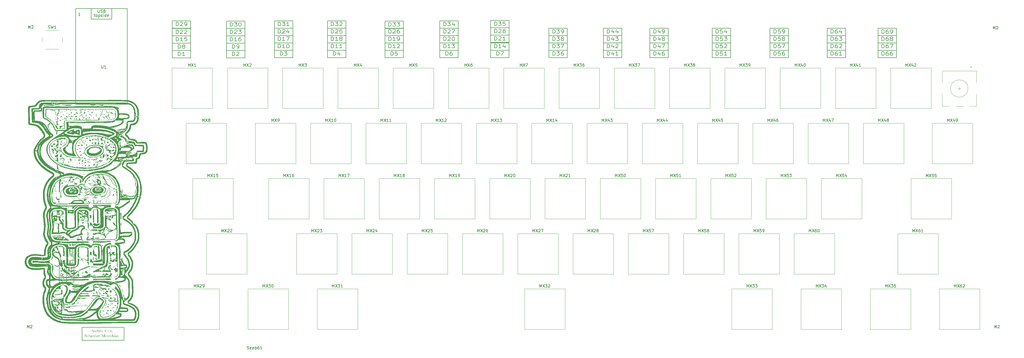
<source format=gbr>
%TF.GenerationSoftware,KiCad,Pcbnew,(7.0.0)*%
%TF.CreationDate,2023-12-21T18:15:09-08:00*%
%TF.ProjectId,Seeb61,53656562-3631-42e6-9b69-6361645f7063,rev?*%
%TF.SameCoordinates,Original*%
%TF.FileFunction,Legend,Top*%
%TF.FilePolarity,Positive*%
%FSLAX46Y46*%
G04 Gerber Fmt 4.6, Leading zero omitted, Abs format (unit mm)*
G04 Created by KiCad (PCBNEW (7.0.0)) date 2023-12-21 18:15:09*
%MOMM*%
%LPD*%
G01*
G04 APERTURE LIST*
%ADD10C,0.150000*%
%ADD11C,0.203200*%
%ADD12C,0.120000*%
%ADD13C,0.100000*%
%ADD14C,1.651000*%
%ADD15R,1.651000X1.651000*%
%ADD16C,3.050000*%
%ADD17C,4.000000*%
%ADD18C,1.700000*%
%ADD19C,2.200000*%
%ADD20R,1.600000X1.600000*%
%ADD21C,1.600000*%
%ADD22C,2.000000*%
%ADD23O,2.000000X3.200000*%
%ADD24R,2.000000X2.000000*%
G04 APERTURE END LIST*
D10*
X199263000Y-212090000D02*
X213741000Y-212090000D01*
X213741000Y-212090000D02*
X213741000Y-216535000D01*
X213741000Y-216535000D02*
X199263000Y-216535000D01*
X199263000Y-216535000D02*
X199263000Y-212090000D01*
X256222476Y-219571761D02*
X256365333Y-219619380D01*
X256365333Y-219619380D02*
X256603428Y-219619380D01*
X256603428Y-219619380D02*
X256698666Y-219571761D01*
X256698666Y-219571761D02*
X256746285Y-219524142D01*
X256746285Y-219524142D02*
X256793904Y-219428904D01*
X256793904Y-219428904D02*
X256793904Y-219333666D01*
X256793904Y-219333666D02*
X256746285Y-219238428D01*
X256746285Y-219238428D02*
X256698666Y-219190809D01*
X256698666Y-219190809D02*
X256603428Y-219143190D01*
X256603428Y-219143190D02*
X256412952Y-219095571D01*
X256412952Y-219095571D02*
X256317714Y-219047952D01*
X256317714Y-219047952D02*
X256270095Y-219000333D01*
X256270095Y-219000333D02*
X256222476Y-218905095D01*
X256222476Y-218905095D02*
X256222476Y-218809857D01*
X256222476Y-218809857D02*
X256270095Y-218714619D01*
X256270095Y-218714619D02*
X256317714Y-218667000D01*
X256317714Y-218667000D02*
X256412952Y-218619380D01*
X256412952Y-218619380D02*
X256651047Y-218619380D01*
X256651047Y-218619380D02*
X256793904Y-218667000D01*
X257603428Y-219571761D02*
X257508190Y-219619380D01*
X257508190Y-219619380D02*
X257317714Y-219619380D01*
X257317714Y-219619380D02*
X257222476Y-219571761D01*
X257222476Y-219571761D02*
X257174857Y-219476523D01*
X257174857Y-219476523D02*
X257174857Y-219095571D01*
X257174857Y-219095571D02*
X257222476Y-219000333D01*
X257222476Y-219000333D02*
X257317714Y-218952714D01*
X257317714Y-218952714D02*
X257508190Y-218952714D01*
X257508190Y-218952714D02*
X257603428Y-219000333D01*
X257603428Y-219000333D02*
X257651047Y-219095571D01*
X257651047Y-219095571D02*
X257651047Y-219190809D01*
X257651047Y-219190809D02*
X257174857Y-219286047D01*
X258460571Y-219571761D02*
X258365333Y-219619380D01*
X258365333Y-219619380D02*
X258174857Y-219619380D01*
X258174857Y-219619380D02*
X258079619Y-219571761D01*
X258079619Y-219571761D02*
X258032000Y-219476523D01*
X258032000Y-219476523D02*
X258032000Y-219095571D01*
X258032000Y-219095571D02*
X258079619Y-219000333D01*
X258079619Y-219000333D02*
X258174857Y-218952714D01*
X258174857Y-218952714D02*
X258365333Y-218952714D01*
X258365333Y-218952714D02*
X258460571Y-219000333D01*
X258460571Y-219000333D02*
X258508190Y-219095571D01*
X258508190Y-219095571D02*
X258508190Y-219190809D01*
X258508190Y-219190809D02*
X258032000Y-219286047D01*
X258936762Y-219619380D02*
X258936762Y-218619380D01*
X258936762Y-219000333D02*
X259032000Y-218952714D01*
X259032000Y-218952714D02*
X259222476Y-218952714D01*
X259222476Y-218952714D02*
X259317714Y-219000333D01*
X259317714Y-219000333D02*
X259365333Y-219047952D01*
X259365333Y-219047952D02*
X259412952Y-219143190D01*
X259412952Y-219143190D02*
X259412952Y-219428904D01*
X259412952Y-219428904D02*
X259365333Y-219524142D01*
X259365333Y-219524142D02*
X259317714Y-219571761D01*
X259317714Y-219571761D02*
X259222476Y-219619380D01*
X259222476Y-219619380D02*
X259032000Y-219619380D01*
X259032000Y-219619380D02*
X258936762Y-219571761D01*
X260270095Y-218619380D02*
X260079619Y-218619380D01*
X260079619Y-218619380D02*
X259984381Y-218667000D01*
X259984381Y-218667000D02*
X259936762Y-218714619D01*
X259936762Y-218714619D02*
X259841524Y-218857476D01*
X259841524Y-218857476D02*
X259793905Y-219047952D01*
X259793905Y-219047952D02*
X259793905Y-219428904D01*
X259793905Y-219428904D02*
X259841524Y-219524142D01*
X259841524Y-219524142D02*
X259889143Y-219571761D01*
X259889143Y-219571761D02*
X259984381Y-219619380D01*
X259984381Y-219619380D02*
X260174857Y-219619380D01*
X260174857Y-219619380D02*
X260270095Y-219571761D01*
X260270095Y-219571761D02*
X260317714Y-219524142D01*
X260317714Y-219524142D02*
X260365333Y-219428904D01*
X260365333Y-219428904D02*
X260365333Y-219190809D01*
X260365333Y-219190809D02*
X260317714Y-219095571D01*
X260317714Y-219095571D02*
X260270095Y-219047952D01*
X260270095Y-219047952D02*
X260174857Y-219000333D01*
X260174857Y-219000333D02*
X259984381Y-219000333D01*
X259984381Y-219000333D02*
X259889143Y-219047952D01*
X259889143Y-219047952D02*
X259841524Y-219095571D01*
X259841524Y-219095571D02*
X259793905Y-219190809D01*
X261317714Y-219619380D02*
X260746286Y-219619380D01*
X261032000Y-219619380D02*
X261032000Y-218619380D01*
X261032000Y-218619380D02*
X260936762Y-218762238D01*
X260936762Y-218762238D02*
X260841524Y-218857476D01*
X260841524Y-218857476D02*
X260746286Y-218905095D01*
G36*
X203154427Y-212906288D02*
G01*
X203160950Y-212898451D01*
X203167453Y-212889178D01*
X203172764Y-212879764D01*
X203176883Y-212870211D01*
X203179095Y-212863301D01*
X203183059Y-212853512D01*
X203189568Y-212846207D01*
X203194971Y-212844739D01*
X203204084Y-212848585D01*
X203207427Y-212851577D01*
X203209396Y-212862706D01*
X203211247Y-212874708D01*
X203212865Y-212886096D01*
X203214606Y-212899071D01*
X203215991Y-212909844D01*
X203217445Y-212921511D01*
X203218968Y-212934070D01*
X203220559Y-212947523D01*
X203221105Y-212952205D01*
X203237469Y-213082387D01*
X203233683Y-213091729D01*
X203224160Y-213094795D01*
X203222326Y-213094843D01*
X203213240Y-213090107D01*
X203207916Y-213081410D01*
X203203230Y-213070445D01*
X203198272Y-213059714D01*
X203193041Y-213049218D01*
X203187537Y-213038957D01*
X203181760Y-213028931D01*
X203175710Y-213019139D01*
X203169387Y-213009582D01*
X203162792Y-213000260D01*
X203155923Y-212991173D01*
X203148782Y-212982320D01*
X203141368Y-212973702D01*
X203133681Y-212965318D01*
X203125721Y-212957169D01*
X203117489Y-212949255D01*
X203108983Y-212941576D01*
X203100205Y-212934131D01*
X203091209Y-212927092D01*
X203082112Y-212920507D01*
X203072913Y-212914376D01*
X203063614Y-212908700D01*
X203054213Y-212903477D01*
X203044712Y-212898709D01*
X203035109Y-212894394D01*
X203025405Y-212890534D01*
X203015600Y-212887128D01*
X203005694Y-212884176D01*
X202995687Y-212881678D01*
X202985578Y-212879635D01*
X202975369Y-212878045D01*
X202965058Y-212876910D01*
X202954646Y-212876229D01*
X202944133Y-212876002D01*
X202933912Y-212876199D01*
X202924010Y-212876792D01*
X202909754Y-212878421D01*
X202896215Y-212880939D01*
X202883393Y-212884346D01*
X202871288Y-212888641D01*
X202859900Y-212893825D01*
X202849229Y-212899898D01*
X202839275Y-212906860D01*
X202830038Y-212914710D01*
X202821518Y-212923449D01*
X202818837Y-212926560D01*
X202811286Y-212936095D01*
X202804477Y-212945742D01*
X202798411Y-212955501D01*
X202793088Y-212965372D01*
X202788508Y-212975354D01*
X202784671Y-212985447D01*
X202781576Y-212995652D01*
X202779224Y-213005969D01*
X202777614Y-213016398D01*
X202776748Y-213026938D01*
X202776583Y-213034027D01*
X202776986Y-213046747D01*
X202778197Y-213058897D01*
X202780215Y-213070475D01*
X202783040Y-213081482D01*
X202786672Y-213091919D01*
X202791111Y-213101784D01*
X202796358Y-213111078D01*
X202802412Y-213119802D01*
X202809272Y-213127954D01*
X202816940Y-213135535D01*
X202822500Y-213140272D01*
X202832012Y-213147232D01*
X202843237Y-213154372D01*
X202856175Y-213161692D01*
X202865752Y-213166672D01*
X202876091Y-213171732D01*
X202887190Y-213176873D01*
X202899051Y-213182094D01*
X202911674Y-213187395D01*
X202925057Y-213192776D01*
X202939203Y-213198237D01*
X202954109Y-213203778D01*
X202969777Y-213209399D01*
X202986206Y-213215101D01*
X203003396Y-213220883D01*
X203012277Y-213223803D01*
X203025289Y-213227978D01*
X203037885Y-213232138D01*
X203050064Y-213236283D01*
X203061828Y-213240412D01*
X203073176Y-213244526D01*
X203084107Y-213248625D01*
X203094623Y-213252708D01*
X203104723Y-213256776D01*
X203114407Y-213260829D01*
X203123675Y-213264867D01*
X203136797Y-213270895D01*
X203148983Y-213276888D01*
X203160233Y-213282847D01*
X203170547Y-213288772D01*
X203180244Y-213294857D01*
X203189646Y-213301389D01*
X203198752Y-213308367D01*
X203207561Y-213315791D01*
X203216074Y-213323662D01*
X203224290Y-213331980D01*
X203232211Y-213340744D01*
X203239835Y-213349955D01*
X203247163Y-213359612D01*
X203254195Y-213369716D01*
X203258718Y-213376699D01*
X203265135Y-213387353D01*
X203270920Y-213398158D01*
X203276074Y-213409112D01*
X203280597Y-213420217D01*
X203284489Y-213431472D01*
X203287750Y-213442877D01*
X203290379Y-213454432D01*
X203292378Y-213466138D01*
X203293745Y-213477994D01*
X203294482Y-213490000D01*
X203294622Y-213498088D01*
X203294270Y-213511768D01*
X203293214Y-213525268D01*
X203291453Y-213538589D01*
X203288989Y-213551730D01*
X203285821Y-213564692D01*
X203281948Y-213577475D01*
X203277371Y-213590078D01*
X203272090Y-213602502D01*
X203266106Y-213614747D01*
X203259417Y-213626812D01*
X203252023Y-213638698D01*
X203243926Y-213650404D01*
X203235125Y-213661931D01*
X203225619Y-213673279D01*
X203215410Y-213684447D01*
X203204496Y-213695436D01*
X203193102Y-213705995D01*
X203181389Y-213715873D01*
X203169357Y-213725069D01*
X203157006Y-213733584D01*
X203144337Y-213741418D01*
X203131349Y-213748571D01*
X203118043Y-213755042D01*
X203104418Y-213760832D01*
X203090474Y-213765941D01*
X203076212Y-213770369D01*
X203061630Y-213774116D01*
X203046731Y-213777181D01*
X203031512Y-213779566D01*
X203015975Y-213781269D01*
X203000119Y-213782290D01*
X202983945Y-213782631D01*
X202969255Y-213782343D01*
X202954556Y-213781479D01*
X202939847Y-213780038D01*
X202925128Y-213778021D01*
X202910400Y-213775428D01*
X202895663Y-213772258D01*
X202880916Y-213768513D01*
X202866159Y-213764191D01*
X202851393Y-213759292D01*
X202836617Y-213753818D01*
X202821832Y-213747767D01*
X202807037Y-213741140D01*
X202792232Y-213733937D01*
X202777419Y-213726158D01*
X202762595Y-213717802D01*
X202747762Y-213708870D01*
X202739553Y-213717013D01*
X202732512Y-213725688D01*
X202726639Y-213734896D01*
X202721933Y-213744636D01*
X202718396Y-213754909D01*
X202717476Y-213758451D01*
X202714786Y-213767873D01*
X202710332Y-213776586D01*
X202701920Y-213782419D01*
X202699646Y-213782631D01*
X202691198Y-213777068D01*
X202687001Y-213767616D01*
X202684405Y-213757086D01*
X202683771Y-213753566D01*
X202682446Y-213742911D01*
X202681238Y-213730472D01*
X202680329Y-213720061D01*
X202679339Y-213707956D01*
X202678267Y-213694156D01*
X202677112Y-213678662D01*
X202675876Y-213661473D01*
X202674557Y-213642590D01*
X202673867Y-213632513D01*
X202673157Y-213622013D01*
X202672426Y-213611089D01*
X202671674Y-213599741D01*
X202670902Y-213587969D01*
X202670109Y-213575775D01*
X202669296Y-213563156D01*
X202668463Y-213550114D01*
X202667609Y-213536648D01*
X202666734Y-213522759D01*
X202665839Y-213508446D01*
X202664923Y-213493709D01*
X202663987Y-213478549D01*
X202670875Y-213471202D01*
X202678397Y-213470000D01*
X202687617Y-213473786D01*
X202693580Y-213482437D01*
X202694761Y-213485143D01*
X202701453Y-213501522D01*
X202708309Y-213517381D01*
X202715329Y-213532721D01*
X202722514Y-213547540D01*
X202729862Y-213561839D01*
X202737374Y-213575618D01*
X202745051Y-213588877D01*
X202752891Y-213601617D01*
X202760896Y-213613836D01*
X202769065Y-213625535D01*
X202777398Y-213636715D01*
X202785895Y-213647374D01*
X202794556Y-213657513D01*
X202803381Y-213667133D01*
X202812370Y-213676232D01*
X202821524Y-213684812D01*
X202830841Y-213692871D01*
X202840323Y-213700411D01*
X202849968Y-213707430D01*
X202859778Y-213713930D01*
X202869752Y-213719910D01*
X202879890Y-213725369D01*
X202890192Y-213730309D01*
X202900658Y-213734729D01*
X202911288Y-213738629D01*
X202922083Y-213742008D01*
X202933041Y-213744868D01*
X202944164Y-213747208D01*
X202955451Y-213749028D01*
X202966901Y-213750328D01*
X202978516Y-213751108D01*
X202990295Y-213751368D01*
X203001890Y-213751145D01*
X203013166Y-213750475D01*
X203024124Y-213749359D01*
X203034763Y-213747796D01*
X203045083Y-213745787D01*
X203055085Y-213743331D01*
X203064767Y-213740429D01*
X203074132Y-213737080D01*
X203083177Y-213733284D01*
X203096148Y-213726754D01*
X203108402Y-213719219D01*
X203119939Y-213710680D01*
X203130759Y-213701136D01*
X203137574Y-213694215D01*
X203147089Y-213683349D01*
X203155669Y-213672182D01*
X203163312Y-213660714D01*
X203170020Y-213648946D01*
X203175792Y-213636878D01*
X203180627Y-213624509D01*
X203184527Y-213611839D01*
X203187491Y-213598869D01*
X203189519Y-213585598D01*
X203190611Y-213572027D01*
X203190819Y-213562812D01*
X203190372Y-213550123D01*
X203189033Y-213537701D01*
X203186800Y-213525546D01*
X203183675Y-213513659D01*
X203179656Y-213502038D01*
X203174744Y-213490685D01*
X203168940Y-213479598D01*
X203162242Y-213468779D01*
X203154808Y-213458292D01*
X203146794Y-213448324D01*
X203138200Y-213438875D01*
X203129025Y-213429944D01*
X203119271Y-213421533D01*
X203108936Y-213413641D01*
X203100805Y-213408063D01*
X203092347Y-213402776D01*
X203086527Y-213399414D01*
X203077253Y-213394412D01*
X203067018Y-213389299D01*
X203055821Y-213384074D01*
X203043662Y-213378737D01*
X203030542Y-213373289D01*
X203021261Y-213369595D01*
X203011552Y-213365851D01*
X203001416Y-213362058D01*
X202990852Y-213358215D01*
X202979862Y-213354322D01*
X202968443Y-213350380D01*
X202956597Y-213346388D01*
X202944324Y-213342347D01*
X202938027Y-213340307D01*
X202922049Y-213334984D01*
X202906722Y-213329698D01*
X202892046Y-213324451D01*
X202878020Y-213319241D01*
X202864645Y-213314070D01*
X202851920Y-213308937D01*
X202839846Y-213303843D01*
X202828423Y-213298786D01*
X202817651Y-213293768D01*
X202807529Y-213288787D01*
X202798058Y-213283845D01*
X202789238Y-213278941D01*
X202777227Y-213271657D01*
X202766680Y-213264458D01*
X202760463Y-213259707D01*
X202751845Y-213252477D01*
X202743670Y-213245075D01*
X202735937Y-213237502D01*
X202728646Y-213229757D01*
X202721798Y-213221840D01*
X202715391Y-213213751D01*
X202709427Y-213205491D01*
X202703905Y-213197059D01*
X202698826Y-213188455D01*
X202694188Y-213179679D01*
X202691342Y-213173734D01*
X202687414Y-213164786D01*
X202682777Y-213152942D01*
X202678827Y-213141197D01*
X202675564Y-213129552D01*
X202672988Y-213118005D01*
X202671099Y-213106558D01*
X202669897Y-213095211D01*
X202669382Y-213083962D01*
X202669360Y-213081166D01*
X202669684Y-213069646D01*
X202670654Y-213058291D01*
X202672271Y-213047099D01*
X202674535Y-213036072D01*
X202677446Y-213025209D01*
X202681004Y-213014510D01*
X202685208Y-213003975D01*
X202690060Y-212993605D01*
X202695558Y-212983398D01*
X202701703Y-212973355D01*
X202708495Y-212963477D01*
X202715934Y-212953762D01*
X202724020Y-212944212D01*
X202732753Y-212934826D01*
X202742132Y-212925604D01*
X202752159Y-212916546D01*
X202762654Y-212907850D01*
X202773442Y-212899716D01*
X202784522Y-212892143D01*
X202795893Y-212885130D01*
X202807557Y-212878679D01*
X202819512Y-212872788D01*
X202831760Y-212867459D01*
X202844299Y-212862690D01*
X202857130Y-212858483D01*
X202870254Y-212854836D01*
X202883669Y-212851751D01*
X202897376Y-212849226D01*
X202911375Y-212847263D01*
X202925666Y-212845860D01*
X202940249Y-212845019D01*
X202955124Y-212844739D01*
X202966550Y-212844979D01*
X202978114Y-212845700D01*
X202989814Y-212846902D01*
X203001653Y-212848585D01*
X203013628Y-212850749D01*
X203025741Y-212853394D01*
X203037991Y-212856519D01*
X203050379Y-212860126D01*
X203059760Y-212863105D01*
X203069218Y-212866363D01*
X203078754Y-212869900D01*
X203088366Y-212873716D01*
X203098056Y-212877811D01*
X203107824Y-212882185D01*
X203117668Y-212886838D01*
X203127590Y-212891771D01*
X203137589Y-212896982D01*
X203147666Y-212902472D01*
X203154427Y-212906288D01*
G37*
G36*
X203669342Y-213173279D02*
G01*
X203680732Y-213174111D01*
X203691980Y-213175500D01*
X203703088Y-213177443D01*
X203714054Y-213179942D01*
X203724879Y-213182996D01*
X203735562Y-213186605D01*
X203746105Y-213190770D01*
X203756506Y-213195489D01*
X203766766Y-213200764D01*
X203776885Y-213206595D01*
X203786863Y-213212980D01*
X203796699Y-213219921D01*
X203806395Y-213227417D01*
X203815949Y-213235469D01*
X203825362Y-213244076D01*
X203834442Y-213253026D01*
X203842936Y-213262169D01*
X203850844Y-213271504D01*
X203858166Y-213281033D01*
X203864903Y-213290754D01*
X203871054Y-213300667D01*
X203876619Y-213310774D01*
X203881599Y-213321073D01*
X203885992Y-213331565D01*
X203889800Y-213342250D01*
X203893022Y-213353127D01*
X203895658Y-213364197D01*
X203897708Y-213375460D01*
X203899173Y-213386916D01*
X203900051Y-213398564D01*
X203900344Y-213410405D01*
X203899692Y-213420182D01*
X203896791Y-213430013D01*
X203895704Y-213431898D01*
X203886293Y-213436066D01*
X203875156Y-213437608D01*
X203864654Y-213438310D01*
X203854724Y-213438630D01*
X203843436Y-213438737D01*
X203500030Y-213438737D01*
X203499186Y-213449670D01*
X203498485Y-213459875D01*
X203497832Y-213471160D01*
X203497385Y-213481399D01*
X203497125Y-213492019D01*
X203497099Y-213496134D01*
X203497323Y-213508592D01*
X203497996Y-213520807D01*
X203499117Y-213532779D01*
X203500687Y-213544510D01*
X203502704Y-213555998D01*
X203505171Y-213567243D01*
X203508085Y-213578247D01*
X203511448Y-213589008D01*
X203515260Y-213599526D01*
X203519520Y-213609803D01*
X203524228Y-213619837D01*
X203529385Y-213629628D01*
X203534990Y-213639177D01*
X203541044Y-213648484D01*
X203547546Y-213657549D01*
X203554496Y-213666371D01*
X203561777Y-213674771D01*
X203569269Y-213682629D01*
X203576973Y-213689945D01*
X203584889Y-213696719D01*
X203593017Y-213702951D01*
X203601357Y-213708641D01*
X203609908Y-213713789D01*
X203618671Y-213718395D01*
X203627646Y-213722460D01*
X203636833Y-213725982D01*
X203646231Y-213728962D01*
X203655842Y-213731401D01*
X203665664Y-213733298D01*
X203675698Y-213734653D01*
X203685944Y-213735465D01*
X203696401Y-213735736D01*
X203706645Y-213735498D01*
X203716799Y-213734782D01*
X203726864Y-213733590D01*
X203736839Y-213731920D01*
X203746724Y-213729773D01*
X203756519Y-213727150D01*
X203766225Y-213724049D01*
X203775841Y-213720471D01*
X203785368Y-213716416D01*
X203794805Y-213711885D01*
X203804152Y-213706876D01*
X203813409Y-213701390D01*
X203822577Y-213695427D01*
X203831655Y-213688987D01*
X203840643Y-213682070D01*
X203849542Y-213674676D01*
X203857888Y-213668014D01*
X203866455Y-213661853D01*
X203875325Y-213657595D01*
X203875676Y-213657579D01*
X203884458Y-213662335D01*
X203887268Y-213672391D01*
X203887399Y-213674431D01*
X203882173Y-213682869D01*
X203876294Y-213691052D01*
X203869762Y-213698983D01*
X203862578Y-213706660D01*
X203854741Y-213714084D01*
X203846252Y-213721255D01*
X203837110Y-213728172D01*
X203827316Y-213734836D01*
X203816868Y-213741246D01*
X203805769Y-213747404D01*
X203798006Y-213751368D01*
X203786062Y-213756955D01*
X203773861Y-213761993D01*
X203761401Y-213766480D01*
X203748685Y-213770419D01*
X203735710Y-213773808D01*
X203722478Y-213776647D01*
X203708988Y-213778937D01*
X203695241Y-213780677D01*
X203681236Y-213781868D01*
X203666974Y-213782509D01*
X203657323Y-213782631D01*
X203643201Y-213782308D01*
X203629353Y-213781337D01*
X203615777Y-213779720D01*
X203602475Y-213777456D01*
X203589445Y-213774545D01*
X203576688Y-213770988D01*
X203564204Y-213766783D01*
X203551993Y-213761931D01*
X203540054Y-213756433D01*
X203528389Y-213750288D01*
X203516996Y-213743496D01*
X203505877Y-213736057D01*
X203495030Y-213727971D01*
X203484456Y-213719239D01*
X203474155Y-213709859D01*
X203464126Y-213699833D01*
X203454573Y-213689311D01*
X203445636Y-213678446D01*
X203437316Y-213667238D01*
X203429612Y-213655686D01*
X203422524Y-213643790D01*
X203416053Y-213631552D01*
X203410197Y-213618969D01*
X203404959Y-213606043D01*
X203400336Y-213592774D01*
X203396330Y-213579161D01*
X203392940Y-213565205D01*
X203390167Y-213550906D01*
X203388009Y-213536263D01*
X203386469Y-213521276D01*
X203385544Y-213505946D01*
X203385236Y-213490272D01*
X203385575Y-213473474D01*
X203386591Y-213457029D01*
X203388284Y-213440936D01*
X203390655Y-213425197D01*
X203393703Y-213409811D01*
X203395251Y-213403566D01*
X203500030Y-213403566D01*
X203511153Y-213404039D01*
X203522233Y-213404482D01*
X203533272Y-213404894D01*
X203544269Y-213405276D01*
X203555223Y-213405627D01*
X203566136Y-213405948D01*
X203577007Y-213406238D01*
X203587835Y-213406497D01*
X203598622Y-213406726D01*
X203609367Y-213406924D01*
X203620070Y-213407092D01*
X203630731Y-213407230D01*
X203641349Y-213407337D01*
X203651926Y-213407413D01*
X203662461Y-213407459D01*
X203672954Y-213407474D01*
X203709346Y-213405520D01*
X203719364Y-213405016D01*
X203731038Y-213403829D01*
X203741770Y-213402021D01*
X203751560Y-213399592D01*
X203762065Y-213395860D01*
X203771212Y-213391235D01*
X203772605Y-213390377D01*
X203781170Y-213383163D01*
X203787632Y-213373914D01*
X203791496Y-213364369D01*
X203793814Y-213353329D01*
X203794566Y-213342988D01*
X203794587Y-213340796D01*
X203794239Y-213330616D01*
X203793196Y-213320686D01*
X203791457Y-213311004D01*
X203788057Y-213298483D01*
X203783420Y-213286404D01*
X203777547Y-213274769D01*
X203772330Y-213266332D01*
X203766418Y-213258145D01*
X203759811Y-213250206D01*
X203755020Y-213245053D01*
X203747520Y-213237763D01*
X203739767Y-213231191D01*
X203731761Y-213225335D01*
X203720691Y-213218644D01*
X203709172Y-213213226D01*
X203697202Y-213209084D01*
X203684782Y-213206216D01*
X203671912Y-213204622D01*
X203661963Y-213204264D01*
X203649633Y-213204997D01*
X203637310Y-213207195D01*
X203624995Y-213210859D01*
X203615763Y-213214568D01*
X203606536Y-213219102D01*
X203597313Y-213224460D01*
X203588095Y-213230642D01*
X203578881Y-213237649D01*
X203569671Y-213245480D01*
X203563533Y-213251159D01*
X203554633Y-213260425D01*
X203546343Y-213270730D01*
X203538662Y-213282075D01*
X203531591Y-213294458D01*
X203527216Y-213303291D01*
X203523111Y-213312586D01*
X203519278Y-213322342D01*
X203515715Y-213332560D01*
X203512424Y-213343240D01*
X203509403Y-213354382D01*
X203506653Y-213365985D01*
X203504175Y-213378050D01*
X203501967Y-213390577D01*
X203500030Y-213403566D01*
X203395251Y-213403566D01*
X203397429Y-213394777D01*
X203401832Y-213380097D01*
X203406913Y-213365770D01*
X203412670Y-213351795D01*
X203419106Y-213338174D01*
X203426218Y-213324906D01*
X203434008Y-213311990D01*
X203442476Y-213299428D01*
X203451620Y-213287219D01*
X203461443Y-213275363D01*
X203471942Y-213263859D01*
X203482858Y-213252857D01*
X203493867Y-213242564D01*
X203504969Y-213232982D01*
X203516165Y-213224109D01*
X203527455Y-213215946D01*
X203538838Y-213208492D01*
X203550315Y-213201749D01*
X203561885Y-213195715D01*
X203573548Y-213190392D01*
X203585305Y-213185778D01*
X203597156Y-213181874D01*
X203609100Y-213178680D01*
X203621137Y-213176195D01*
X203633268Y-213174421D01*
X203645493Y-213173356D01*
X203657811Y-213173001D01*
X203669342Y-213173279D01*
G37*
G36*
X204267248Y-213173279D02*
G01*
X204278638Y-213174111D01*
X204289887Y-213175500D01*
X204300994Y-213177443D01*
X204311960Y-213179942D01*
X204322785Y-213182996D01*
X204333469Y-213186605D01*
X204344011Y-213190770D01*
X204354413Y-213195489D01*
X204364673Y-213200764D01*
X204374792Y-213206595D01*
X204384769Y-213212980D01*
X204394606Y-213219921D01*
X204404301Y-213227417D01*
X204413855Y-213235469D01*
X204423268Y-213244076D01*
X204432348Y-213253026D01*
X204440842Y-213262169D01*
X204448750Y-213271504D01*
X204456073Y-213281033D01*
X204462810Y-213290754D01*
X204468961Y-213300667D01*
X204474526Y-213310774D01*
X204479505Y-213321073D01*
X204483899Y-213331565D01*
X204487706Y-213342250D01*
X204490928Y-213353127D01*
X204493564Y-213364197D01*
X204495615Y-213375460D01*
X204497079Y-213386916D01*
X204497958Y-213398564D01*
X204498251Y-213410405D01*
X204497598Y-213420182D01*
X204494698Y-213430013D01*
X204493610Y-213431898D01*
X204484199Y-213436066D01*
X204473063Y-213437608D01*
X204462561Y-213438310D01*
X204452631Y-213438630D01*
X204441342Y-213438737D01*
X204097937Y-213438737D01*
X204097092Y-213449670D01*
X204096391Y-213459875D01*
X204095738Y-213471160D01*
X204095292Y-213481399D01*
X204095031Y-213492019D01*
X204095006Y-213496134D01*
X204095230Y-213508592D01*
X204095903Y-213520807D01*
X204097024Y-213532779D01*
X204098593Y-213544510D01*
X204100611Y-213555998D01*
X204103077Y-213567243D01*
X204105992Y-213578247D01*
X204109355Y-213589008D01*
X204113167Y-213599526D01*
X204117426Y-213609803D01*
X204122135Y-213619837D01*
X204127292Y-213629628D01*
X204132897Y-213639177D01*
X204138950Y-213648484D01*
X204145452Y-213657549D01*
X204152403Y-213666371D01*
X204159683Y-213674771D01*
X204167176Y-213682629D01*
X204174880Y-213689945D01*
X204182796Y-213696719D01*
X204190924Y-213702951D01*
X204199263Y-213708641D01*
X204207814Y-213713789D01*
X204216578Y-213718395D01*
X204225553Y-213722460D01*
X204234739Y-213725982D01*
X204244138Y-213728962D01*
X204253748Y-213731401D01*
X204263570Y-213733298D01*
X204273604Y-213734653D01*
X204283850Y-213735465D01*
X204294308Y-213735736D01*
X204304552Y-213735498D01*
X204314706Y-213734782D01*
X204324770Y-213733590D01*
X204334745Y-213731920D01*
X204344630Y-213729773D01*
X204354426Y-213727150D01*
X204364132Y-213724049D01*
X204373748Y-213720471D01*
X204383274Y-213716416D01*
X204392711Y-213711885D01*
X204402058Y-213706876D01*
X204411315Y-213701390D01*
X204420483Y-213695427D01*
X204429561Y-213688987D01*
X204438549Y-213682070D01*
X204447448Y-213674676D01*
X204455795Y-213668014D01*
X204464362Y-213661853D01*
X204473231Y-213657595D01*
X204473582Y-213657579D01*
X204482365Y-213662335D01*
X204485174Y-213672391D01*
X204485306Y-213674431D01*
X204480079Y-213682869D01*
X204474200Y-213691052D01*
X204467669Y-213698983D01*
X204460485Y-213706660D01*
X204452648Y-213714084D01*
X204444158Y-213721255D01*
X204435017Y-213728172D01*
X204425222Y-213734836D01*
X204414775Y-213741246D01*
X204403675Y-213747404D01*
X204395913Y-213751368D01*
X204383969Y-213756955D01*
X204371767Y-213761993D01*
X204359308Y-213766480D01*
X204346591Y-213770419D01*
X204333617Y-213773808D01*
X204320385Y-213776647D01*
X204306895Y-213778937D01*
X204293148Y-213780677D01*
X204279143Y-213781868D01*
X204264880Y-213782509D01*
X204255229Y-213782631D01*
X204241108Y-213782308D01*
X204227259Y-213781337D01*
X204213684Y-213779720D01*
X204200381Y-213777456D01*
X204187351Y-213774545D01*
X204174595Y-213770988D01*
X204162110Y-213766783D01*
X204149899Y-213761931D01*
X204137961Y-213756433D01*
X204126296Y-213750288D01*
X204114903Y-213743496D01*
X204103783Y-213736057D01*
X204092936Y-213727971D01*
X204082362Y-213719239D01*
X204072061Y-213709859D01*
X204062033Y-213699833D01*
X204052480Y-213689311D01*
X204043543Y-213678446D01*
X204035223Y-213667238D01*
X204027518Y-213655686D01*
X204020431Y-213643790D01*
X204013959Y-213631552D01*
X204008104Y-213618969D01*
X204002865Y-213606043D01*
X203998243Y-213592774D01*
X203994236Y-213579161D01*
X203990847Y-213565205D01*
X203988073Y-213550906D01*
X203985916Y-213536263D01*
X203984375Y-213521276D01*
X203983451Y-213505946D01*
X203983142Y-213490272D01*
X203983481Y-213473474D01*
X203984497Y-213457029D01*
X203986191Y-213440936D01*
X203988562Y-213425197D01*
X203991610Y-213409811D01*
X203993158Y-213403566D01*
X204097937Y-213403566D01*
X204109059Y-213404039D01*
X204120140Y-213404482D01*
X204131178Y-213404894D01*
X204142175Y-213405276D01*
X204153130Y-213405627D01*
X204164042Y-213405948D01*
X204174913Y-213406238D01*
X204185742Y-213406497D01*
X204196529Y-213406726D01*
X204207273Y-213406924D01*
X204217976Y-213407092D01*
X204228637Y-213407230D01*
X204239256Y-213407337D01*
X204249833Y-213407413D01*
X204260368Y-213407459D01*
X204270861Y-213407474D01*
X204307253Y-213405520D01*
X204317271Y-213405016D01*
X204328945Y-213403829D01*
X204339677Y-213402021D01*
X204349467Y-213399592D01*
X204359971Y-213395860D01*
X204369119Y-213391235D01*
X204370512Y-213390377D01*
X204379077Y-213383163D01*
X204385538Y-213373914D01*
X204389402Y-213364369D01*
X204391721Y-213353329D01*
X204392472Y-213342988D01*
X204392493Y-213340796D01*
X204392146Y-213330616D01*
X204391102Y-213320686D01*
X204389364Y-213311004D01*
X204385963Y-213298483D01*
X204381327Y-213286404D01*
X204375453Y-213274769D01*
X204370237Y-213266332D01*
X204364325Y-213258145D01*
X204357718Y-213250206D01*
X204352926Y-213245053D01*
X204345426Y-213237763D01*
X204337673Y-213231191D01*
X204329667Y-213225335D01*
X204318598Y-213218644D01*
X204307078Y-213213226D01*
X204295109Y-213209084D01*
X204282688Y-213206216D01*
X204269818Y-213204622D01*
X204259870Y-213204264D01*
X204247539Y-213204997D01*
X204235216Y-213207195D01*
X204222901Y-213210859D01*
X204213670Y-213214568D01*
X204204443Y-213219102D01*
X204195220Y-213224460D01*
X204186001Y-213230642D01*
X204176787Y-213237649D01*
X204167577Y-213245480D01*
X204161440Y-213251159D01*
X204152540Y-213260425D01*
X204144249Y-213270730D01*
X204136568Y-213282075D01*
X204129497Y-213294458D01*
X204125122Y-213303291D01*
X204121018Y-213312586D01*
X204117184Y-213322342D01*
X204113622Y-213332560D01*
X204110330Y-213343240D01*
X204107309Y-213354382D01*
X204104560Y-213365985D01*
X204102081Y-213378050D01*
X204099873Y-213390577D01*
X204097937Y-213403566D01*
X203993158Y-213403566D01*
X203995336Y-213394777D01*
X203999739Y-213380097D01*
X204004819Y-213365770D01*
X204010577Y-213351795D01*
X204017012Y-213338174D01*
X204024125Y-213324906D01*
X204031915Y-213311990D01*
X204040382Y-213299428D01*
X204049527Y-213287219D01*
X204059349Y-213275363D01*
X204069849Y-213263859D01*
X204080764Y-213252857D01*
X204091773Y-213242564D01*
X204102876Y-213232982D01*
X204114072Y-213224109D01*
X204125361Y-213215946D01*
X204136745Y-213208492D01*
X204148221Y-213201749D01*
X204159791Y-213195715D01*
X204171455Y-213190392D01*
X204183212Y-213185778D01*
X204195062Y-213181874D01*
X204207006Y-213178680D01*
X204219044Y-213176195D01*
X204231175Y-213174421D01*
X204243399Y-213173356D01*
X204255718Y-213173001D01*
X204267248Y-213173279D01*
G37*
G36*
X204598879Y-212829107D02*
G01*
X204720512Y-212829107D01*
X204730553Y-212831220D01*
X204740111Y-212833490D01*
X204748111Y-212835702D01*
X204756171Y-212842052D01*
X204758763Y-212851887D01*
X204758858Y-212854752D01*
X204758536Y-212864974D01*
X204758033Y-212874765D01*
X204757392Y-212885771D01*
X204756830Y-212897374D01*
X204756305Y-212910444D01*
X204755815Y-212924981D01*
X204755362Y-212940985D01*
X204754945Y-212958457D01*
X204754564Y-212977397D01*
X204754388Y-212987417D01*
X204754220Y-212997803D01*
X204754061Y-213008557D01*
X204753912Y-213019677D01*
X204753771Y-213031165D01*
X204753640Y-213043019D01*
X204753518Y-213055240D01*
X204753404Y-213067828D01*
X204753300Y-213080782D01*
X204753205Y-213094104D01*
X204753119Y-213107792D01*
X204753042Y-213121847D01*
X204752974Y-213136269D01*
X204752915Y-213151058D01*
X204752865Y-213166214D01*
X204752824Y-213181736D01*
X204752792Y-213197626D01*
X204752770Y-213213882D01*
X204752756Y-213230505D01*
X204752752Y-213247495D01*
X204762369Y-213238474D01*
X204772169Y-213230035D01*
X204782152Y-213222179D01*
X204792319Y-213214904D01*
X204802669Y-213208211D01*
X204813202Y-213202100D01*
X204823918Y-213196571D01*
X204834817Y-213191624D01*
X204845900Y-213187260D01*
X204857166Y-213183477D01*
X204868614Y-213180276D01*
X204880246Y-213177657D01*
X204892062Y-213175620D01*
X204904060Y-213174165D01*
X204916242Y-213173292D01*
X204928607Y-213173001D01*
X204942303Y-213173339D01*
X204955733Y-213174352D01*
X204968895Y-213176041D01*
X204981790Y-213178405D01*
X204994419Y-213181444D01*
X205006780Y-213185160D01*
X205018873Y-213189550D01*
X205030700Y-213194616D01*
X205042260Y-213200358D01*
X205053552Y-213206775D01*
X205064577Y-213213868D01*
X205075335Y-213221636D01*
X205085826Y-213230079D01*
X205096050Y-213239198D01*
X205106007Y-213248993D01*
X205115697Y-213259463D01*
X205124984Y-213270356D01*
X205133671Y-213281483D01*
X205141760Y-213292842D01*
X205149249Y-213304434D01*
X205156140Y-213316259D01*
X205162431Y-213328316D01*
X205168123Y-213340607D01*
X205173216Y-213353130D01*
X205177709Y-213365886D01*
X205181604Y-213378875D01*
X205184899Y-213392096D01*
X205187596Y-213405551D01*
X205189693Y-213419238D01*
X205191191Y-213433158D01*
X205192089Y-213447310D01*
X205192389Y-213461696D01*
X205192091Y-213477338D01*
X205191198Y-213492757D01*
X205189710Y-213507952D01*
X205187626Y-213522925D01*
X205184947Y-213537674D01*
X205181673Y-213552199D01*
X205177803Y-213566502D01*
X205173338Y-213580581D01*
X205168277Y-213594437D01*
X205162622Y-213608070D01*
X205156371Y-213621479D01*
X205149524Y-213634666D01*
X205142082Y-213647629D01*
X205134045Y-213660368D01*
X205125413Y-213672885D01*
X205116185Y-213685178D01*
X205106469Y-213696979D01*
X205096371Y-213708019D01*
X205085891Y-213718297D01*
X205075030Y-213727814D01*
X205063787Y-213736569D01*
X205052163Y-213744564D01*
X205040157Y-213751796D01*
X205027769Y-213758268D01*
X205015000Y-213763978D01*
X205001849Y-213768927D01*
X204988316Y-213773114D01*
X204974402Y-213776540D01*
X204960106Y-213779205D01*
X204945429Y-213781108D01*
X204930370Y-213782250D01*
X204914929Y-213782631D01*
X204901664Y-213782413D01*
X204888673Y-213781757D01*
X204875957Y-213780665D01*
X204863516Y-213779135D01*
X204851349Y-213777169D01*
X204839458Y-213774766D01*
X204827841Y-213771925D01*
X204816499Y-213768648D01*
X204805432Y-213764934D01*
X204794639Y-213760783D01*
X204784122Y-213756195D01*
X204773879Y-213751170D01*
X204763911Y-213745707D01*
X204754217Y-213739808D01*
X204744799Y-213733472D01*
X204735655Y-213726699D01*
X204727452Y-213720557D01*
X204719140Y-213714997D01*
X204710446Y-213710390D01*
X204703415Y-213708625D01*
X204693445Y-213711607D01*
X204685695Y-213719389D01*
X204680469Y-213728780D01*
X204676548Y-213739156D01*
X204673391Y-213748618D01*
X204669048Y-213758190D01*
X204662247Y-213766021D01*
X204658718Y-213767000D01*
X204649925Y-213762359D01*
X204647178Y-213752788D01*
X204646995Y-213748437D01*
X204647727Y-213720105D01*
X204650169Y-213552310D01*
X204743715Y-213552310D01*
X204743820Y-213565576D01*
X204744135Y-213578173D01*
X204744661Y-213590100D01*
X204745398Y-213601357D01*
X204746344Y-213611944D01*
X204747501Y-213621862D01*
X204749371Y-213634044D01*
X204751615Y-213645035D01*
X204754233Y-213654835D01*
X204755683Y-213659288D01*
X204760079Y-213669849D01*
X204765786Y-213680159D01*
X204771297Y-213688226D01*
X204777647Y-213696134D01*
X204784837Y-213703881D01*
X204792867Y-213711468D01*
X204801736Y-213718894D01*
X204806485Y-213722547D01*
X204816469Y-213729302D01*
X204827002Y-213735156D01*
X204838084Y-213740110D01*
X204849716Y-213744163D01*
X204861898Y-213747315D01*
X204874629Y-213749567D01*
X204884538Y-213750664D01*
X204894756Y-213751255D01*
X204901740Y-213751368D01*
X204915202Y-213750737D01*
X204928296Y-213748843D01*
X204941020Y-213745688D01*
X204953374Y-213741270D01*
X204965360Y-213735590D01*
X204976976Y-213728648D01*
X204988223Y-213720443D01*
X204999101Y-213710976D01*
X205006148Y-213703964D01*
X205013031Y-213696390D01*
X205019749Y-213688256D01*
X205026304Y-213679561D01*
X205032603Y-213670352D01*
X205038497Y-213660739D01*
X205043984Y-213650721D01*
X205049064Y-213640299D01*
X205053738Y-213629472D01*
X205058006Y-213618240D01*
X205061867Y-213606604D01*
X205065321Y-213594564D01*
X205068370Y-213582119D01*
X205071012Y-213569270D01*
X205073247Y-213556016D01*
X205075076Y-213542357D01*
X205076498Y-213528294D01*
X205077515Y-213513827D01*
X205078124Y-213498954D01*
X205078327Y-213483678D01*
X205078140Y-213467564D01*
X205077579Y-213451892D01*
X205076644Y-213436660D01*
X205075335Y-213421869D01*
X205073652Y-213407519D01*
X205071595Y-213393609D01*
X205069164Y-213380141D01*
X205066360Y-213367113D01*
X205063181Y-213354526D01*
X205059628Y-213342379D01*
X205055701Y-213330674D01*
X205051400Y-213319409D01*
X205046725Y-213308585D01*
X205041676Y-213298202D01*
X205036253Y-213288260D01*
X205030456Y-213278758D01*
X205024364Y-213269737D01*
X205017996Y-213261299D01*
X205011350Y-213253442D01*
X205004429Y-213246167D01*
X204997230Y-213239474D01*
X204985914Y-213230526D01*
X204973975Y-213222887D01*
X204961413Y-213216558D01*
X204948229Y-213211539D01*
X204934422Y-213207829D01*
X204919993Y-213205428D01*
X204910028Y-213204555D01*
X204899786Y-213204264D01*
X204886285Y-213204792D01*
X204873350Y-213206376D01*
X204860983Y-213209017D01*
X204849182Y-213212713D01*
X204837948Y-213217466D01*
X204827280Y-213223275D01*
X204817179Y-213230140D01*
X204807645Y-213238061D01*
X204798678Y-213247038D01*
X204790277Y-213257072D01*
X204784992Y-213264348D01*
X204777615Y-213277088D01*
X204773100Y-213287220D01*
X204768908Y-213298664D01*
X204765038Y-213311418D01*
X204761491Y-213325483D01*
X204758266Y-213340858D01*
X204755364Y-213357545D01*
X204752784Y-213375543D01*
X204750527Y-213394851D01*
X204749519Y-213404997D01*
X204748592Y-213415471D01*
X204747746Y-213426272D01*
X204746980Y-213437401D01*
X204746295Y-213448858D01*
X204745690Y-213460642D01*
X204745166Y-213472755D01*
X204744722Y-213485195D01*
X204744360Y-213497962D01*
X204744077Y-213511058D01*
X204743876Y-213524481D01*
X204743755Y-213538231D01*
X204743715Y-213552310D01*
X204650169Y-213552310D01*
X204656520Y-213115848D01*
X204656519Y-213105799D01*
X204656514Y-213096016D01*
X204656497Y-213077246D01*
X204656468Y-213059540D01*
X204656428Y-213042896D01*
X204656377Y-213027315D01*
X204656314Y-213012797D01*
X204656240Y-212999341D01*
X204656154Y-212986949D01*
X204656056Y-212975619D01*
X204655948Y-212965352D01*
X204655763Y-212951945D01*
X204655553Y-212940929D01*
X204655232Y-212929961D01*
X204655055Y-212926071D01*
X204653994Y-212914853D01*
X204651882Y-212904921D01*
X204648180Y-212895143D01*
X204642374Y-212886151D01*
X204641621Y-212885283D01*
X204634340Y-212878505D01*
X204625840Y-212872875D01*
X204616972Y-212868273D01*
X204606646Y-212863876D01*
X204596925Y-212860370D01*
X204587886Y-212855340D01*
X204581809Y-212847019D01*
X204581049Y-212842052D01*
X204584462Y-212832482D01*
X204593742Y-212829037D01*
X204598879Y-212829107D01*
G37*
G36*
X205703500Y-213001206D02*
G01*
X205713431Y-213001661D01*
X205727881Y-213002912D01*
X205741793Y-213004846D01*
X205755169Y-213007463D01*
X205768008Y-213010763D01*
X205780311Y-213014745D01*
X205792077Y-213019409D01*
X205803306Y-213024757D01*
X205813998Y-213030787D01*
X205824154Y-213037499D01*
X205827420Y-213039889D01*
X205836717Y-213047255D01*
X205845100Y-213054884D01*
X205852568Y-213062774D01*
X205859122Y-213070926D01*
X205864761Y-213079341D01*
X205869486Y-213088017D01*
X205874364Y-213099992D01*
X205877615Y-213112433D01*
X205879241Y-213125340D01*
X205879444Y-213131968D01*
X205878991Y-213141880D01*
X205877251Y-213152939D01*
X205874205Y-213163089D01*
X205869855Y-213172328D01*
X205864199Y-213180657D01*
X205860881Y-213184480D01*
X205853775Y-213191204D01*
X205845114Y-213197289D01*
X205836057Y-213201482D01*
X205825218Y-213203955D01*
X205819604Y-213204264D01*
X205807240Y-213203348D01*
X205796524Y-213200600D01*
X205787456Y-213196021D01*
X205780037Y-213189609D01*
X205774267Y-213181366D01*
X205770145Y-213171291D01*
X205767672Y-213159384D01*
X205766900Y-213149252D01*
X205766848Y-213145646D01*
X205766824Y-213135362D01*
X205766719Y-213122852D01*
X205766531Y-213111716D01*
X205766176Y-213099728D01*
X205765691Y-213089887D01*
X205764791Y-213079715D01*
X205764161Y-213075792D01*
X205759746Y-213066494D01*
X205752312Y-213058543D01*
X205744152Y-213052145D01*
X205737050Y-213047460D01*
X205727350Y-213042314D01*
X205716568Y-213038232D01*
X205706757Y-213035644D01*
X205696194Y-213033796D01*
X205684880Y-213032687D01*
X205672815Y-213032317D01*
X205660898Y-213032663D01*
X205649207Y-213033702D01*
X205637741Y-213035434D01*
X205626500Y-213037858D01*
X205615484Y-213040975D01*
X205604694Y-213044785D01*
X205594128Y-213049287D01*
X205583788Y-213054482D01*
X205573673Y-213060370D01*
X205563783Y-213066950D01*
X205554118Y-213074223D01*
X205544679Y-213082188D01*
X205535464Y-213090847D01*
X205526475Y-213100197D01*
X205517711Y-213110241D01*
X205509172Y-213120977D01*
X205500950Y-213132312D01*
X205493075Y-213144211D01*
X205485547Y-213156675D01*
X205478367Y-213169704D01*
X205471534Y-213183297D01*
X205465048Y-213197456D01*
X205458909Y-213212179D01*
X205453118Y-213227467D01*
X205447674Y-213243320D01*
X205442577Y-213259738D01*
X205437828Y-213276720D01*
X205433426Y-213294267D01*
X205429371Y-213312380D01*
X205425664Y-213331057D01*
X205422303Y-213350298D01*
X205420754Y-213360131D01*
X205419290Y-213370105D01*
X205428203Y-213363488D01*
X205437171Y-213357193D01*
X205446195Y-213351221D01*
X205455274Y-213345570D01*
X205464410Y-213340241D01*
X205473601Y-213335234D01*
X205482848Y-213330550D01*
X205492151Y-213326187D01*
X205501510Y-213322146D01*
X205510924Y-213318427D01*
X205517232Y-213316127D01*
X205526744Y-213312897D01*
X205536320Y-213309985D01*
X205545961Y-213307390D01*
X205555666Y-213305113D01*
X205565435Y-213303154D01*
X205575269Y-213301513D01*
X205585167Y-213300189D01*
X205595130Y-213299183D01*
X205605157Y-213298494D01*
X205615249Y-213298124D01*
X205622012Y-213298053D01*
X205634915Y-213298308D01*
X205647551Y-213299072D01*
X205659919Y-213300346D01*
X205672021Y-213302129D01*
X205683855Y-213304422D01*
X205695422Y-213307224D01*
X205706722Y-213310535D01*
X205717755Y-213314356D01*
X205728521Y-213318687D01*
X205739020Y-213323527D01*
X205749251Y-213328876D01*
X205759215Y-213334735D01*
X205768913Y-213341104D01*
X205778343Y-213347982D01*
X205787506Y-213355369D01*
X205796401Y-213363266D01*
X205804890Y-213371535D01*
X205812831Y-213380039D01*
X205820224Y-213388777D01*
X205827069Y-213397750D01*
X205833367Y-213406958D01*
X205839117Y-213416400D01*
X205844320Y-213426078D01*
X205848975Y-213435989D01*
X205853082Y-213446136D01*
X205856642Y-213456517D01*
X205859654Y-213467133D01*
X205862118Y-213477984D01*
X205864035Y-213489069D01*
X205865404Y-213500389D01*
X205866225Y-213511944D01*
X205866499Y-213523734D01*
X205866196Y-213535763D01*
X205865285Y-213547669D01*
X205863769Y-213559454D01*
X205861645Y-213571117D01*
X205858914Y-213582657D01*
X205855577Y-213594076D01*
X205851633Y-213605372D01*
X205847082Y-213616546D01*
X205841924Y-213627598D01*
X205836160Y-213638528D01*
X205829788Y-213649336D01*
X205822810Y-213660021D01*
X205815225Y-213670585D01*
X205807034Y-213681026D01*
X205798235Y-213691345D01*
X205788830Y-213701542D01*
X205778920Y-213711362D01*
X205768607Y-213720548D01*
X205757892Y-213729100D01*
X205746774Y-213737019D01*
X205735254Y-213744304D01*
X205723331Y-213750956D01*
X205711005Y-213756974D01*
X205698277Y-213762359D01*
X205685146Y-213767110D01*
X205671612Y-213771228D01*
X205657676Y-213774712D01*
X205643337Y-213777563D01*
X205628596Y-213779780D01*
X205613452Y-213781364D01*
X205597905Y-213782314D01*
X205581956Y-213782631D01*
X205567191Y-213782282D01*
X205552754Y-213781234D01*
X205538645Y-213779488D01*
X205524864Y-213777044D01*
X205511412Y-213773901D01*
X205498288Y-213770060D01*
X205485492Y-213765521D01*
X205473024Y-213760283D01*
X205460884Y-213754347D01*
X205449073Y-213747712D01*
X205437590Y-213740379D01*
X205426435Y-213732348D01*
X205415608Y-213723618D01*
X205405109Y-213714190D01*
X205394939Y-213704063D01*
X205385096Y-213693238D01*
X205375750Y-213681770D01*
X205367007Y-213669715D01*
X205358867Y-213657071D01*
X205351330Y-213643840D01*
X205344396Y-213630021D01*
X205338064Y-213615615D01*
X205332336Y-213600621D01*
X205327211Y-213585039D01*
X205322689Y-213568869D01*
X205318769Y-213552112D01*
X205315453Y-213534767D01*
X205314596Y-213529107D01*
X205410253Y-213529107D01*
X205410451Y-213541792D01*
X205411043Y-213554142D01*
X205412031Y-213566156D01*
X205413413Y-213577833D01*
X205415191Y-213589175D01*
X205417363Y-213600182D01*
X205419931Y-213610852D01*
X205422893Y-213621187D01*
X205426250Y-213631185D01*
X205430003Y-213640848D01*
X205434150Y-213650175D01*
X205438692Y-213659166D01*
X205443630Y-213667822D01*
X205448962Y-213676141D01*
X205454689Y-213684125D01*
X205460812Y-213691773D01*
X205470517Y-213702423D01*
X205480673Y-213712026D01*
X205491279Y-213720581D01*
X205502337Y-213728089D01*
X205513845Y-213734549D01*
X205525804Y-213739961D01*
X205538214Y-213744326D01*
X205551075Y-213747643D01*
X205564386Y-213749913D01*
X205578148Y-213751135D01*
X205587574Y-213751368D01*
X205597476Y-213751114D01*
X205611796Y-213749782D01*
X205625477Y-213747307D01*
X205638518Y-213743691D01*
X205650919Y-213738933D01*
X205662681Y-213733032D01*
X205673803Y-213725990D01*
X205684285Y-213717805D01*
X205694128Y-213708479D01*
X205703330Y-213698010D01*
X205711893Y-213686399D01*
X205717217Y-213678161D01*
X205722197Y-213669749D01*
X205729024Y-213656805D01*
X205735077Y-213643471D01*
X205738684Y-213634364D01*
X205741947Y-213625084D01*
X205744866Y-213615630D01*
X205747442Y-213606002D01*
X205749675Y-213596201D01*
X205751564Y-213586226D01*
X205753109Y-213576078D01*
X205754311Y-213565756D01*
X205755170Y-213555260D01*
X205755685Y-213544591D01*
X205755857Y-213533748D01*
X205755685Y-213522960D01*
X205755170Y-213512395D01*
X205754311Y-213502054D01*
X205753109Y-213491936D01*
X205751564Y-213482042D01*
X205749675Y-213472370D01*
X205746197Y-213458282D01*
X205741947Y-213444695D01*
X205736923Y-213431611D01*
X205731127Y-213419030D01*
X205724559Y-213406950D01*
X205717217Y-213395374D01*
X205711893Y-213387935D01*
X205703371Y-213377459D01*
X205694291Y-213368014D01*
X205684652Y-213359599D01*
X205674456Y-213352214D01*
X205663701Y-213345860D01*
X205652388Y-213340536D01*
X205640517Y-213336243D01*
X205628088Y-213332980D01*
X205615100Y-213330747D01*
X205601555Y-213329545D01*
X205592214Y-213329316D01*
X205578514Y-213329767D01*
X205565166Y-213331120D01*
X205552170Y-213333374D01*
X205539527Y-213336529D01*
X205527235Y-213340586D01*
X205515295Y-213345545D01*
X205503707Y-213351406D01*
X205492472Y-213358168D01*
X205481588Y-213365831D01*
X205471057Y-213374396D01*
X205464231Y-213380607D01*
X205454585Y-213390586D01*
X205445887Y-213401381D01*
X205438138Y-213412992D01*
X205431338Y-213425418D01*
X205425487Y-213438660D01*
X205422114Y-213447942D01*
X205419162Y-213457585D01*
X205416632Y-213467592D01*
X205414523Y-213477961D01*
X205412836Y-213488692D01*
X205411571Y-213499786D01*
X205410728Y-213511242D01*
X205410306Y-213523061D01*
X205410253Y-213529107D01*
X205314596Y-213529107D01*
X205312739Y-213516834D01*
X205310629Y-213498313D01*
X205309122Y-213479205D01*
X205308594Y-213469431D01*
X205308217Y-213459509D01*
X205307991Y-213449441D01*
X205307916Y-213439226D01*
X205308137Y-213421516D01*
X205308801Y-213404169D01*
X205309908Y-213387185D01*
X205311457Y-213370563D01*
X205313449Y-213354304D01*
X205315884Y-213338407D01*
X205318762Y-213322873D01*
X205322082Y-213307701D01*
X205325845Y-213292892D01*
X205330050Y-213278445D01*
X205334698Y-213264361D01*
X205339789Y-213250640D01*
X205345323Y-213237281D01*
X205351299Y-213224284D01*
X205357718Y-213211650D01*
X205364580Y-213199379D01*
X205371747Y-213187468D01*
X205379082Y-213175917D01*
X205386585Y-213164723D01*
X205394256Y-213153889D01*
X205402094Y-213143413D01*
X205410101Y-213133296D01*
X205418275Y-213123538D01*
X205426618Y-213114138D01*
X205435128Y-213105098D01*
X205443806Y-213096415D01*
X205452652Y-213088092D01*
X205461667Y-213080128D01*
X205470849Y-213072522D01*
X205480198Y-213065275D01*
X205489716Y-213058386D01*
X205499402Y-213051856D01*
X205509347Y-213045705D01*
X205519583Y-213039950D01*
X205530108Y-213034592D01*
X205540923Y-213029630D01*
X205552029Y-213025066D01*
X205563424Y-213020899D01*
X205575110Y-213017128D01*
X205587085Y-213013755D01*
X205599351Y-213010778D01*
X205611906Y-213008198D01*
X205624752Y-213006015D01*
X205637888Y-213004229D01*
X205651314Y-213002840D01*
X205665029Y-213001848D01*
X205679035Y-213001252D01*
X205693331Y-213001054D01*
X205703500Y-213001206D01*
G37*
G36*
X206365487Y-213110963D02*
G01*
X206365232Y-213126478D01*
X206364984Y-213141636D01*
X206364745Y-213156437D01*
X206364514Y-213170883D01*
X206364291Y-213184972D01*
X206364076Y-213198705D01*
X206363869Y-213212081D01*
X206363671Y-213225101D01*
X206363480Y-213237765D01*
X206363298Y-213250072D01*
X206363123Y-213262023D01*
X206362957Y-213273617D01*
X206362799Y-213284856D01*
X206362649Y-213295738D01*
X206362507Y-213306263D01*
X206362373Y-213316433D01*
X206362247Y-213326245D01*
X206362020Y-213344802D01*
X206361826Y-213361933D01*
X206361664Y-213377639D01*
X206361534Y-213391920D01*
X206361436Y-213404775D01*
X206361372Y-213416205D01*
X206361339Y-213426209D01*
X206361335Y-213430677D01*
X206361344Y-213444956D01*
X206361372Y-213458848D01*
X206361419Y-213472355D01*
X206361484Y-213485475D01*
X206361568Y-213498210D01*
X206361670Y-213510559D01*
X206361791Y-213522522D01*
X206361930Y-213534099D01*
X206362089Y-213545290D01*
X206362265Y-213556095D01*
X206362461Y-213566514D01*
X206362675Y-213576547D01*
X206363158Y-213595456D01*
X206363716Y-213612821D01*
X206364349Y-213628643D01*
X206365056Y-213642920D01*
X206365837Y-213655654D01*
X206366693Y-213666845D01*
X206368116Y-213680736D01*
X206369707Y-213691154D01*
X206370861Y-213696169D01*
X206375166Y-213706087D01*
X206381976Y-213714621D01*
X206391290Y-213721772D01*
X206400544Y-213726496D01*
X206411402Y-213730335D01*
X206423862Y-213733289D01*
X206434259Y-213734924D01*
X206441691Y-213735736D01*
X206452350Y-213737358D01*
X206462207Y-213740438D01*
X206469019Y-213748062D01*
X206469046Y-213748681D01*
X206466971Y-213758341D01*
X206459003Y-213765211D01*
X206449104Y-213766982D01*
X206447797Y-213767000D01*
X206437862Y-213767000D01*
X206435341Y-213767000D01*
X206425566Y-213767000D01*
X206415781Y-213767000D01*
X206404505Y-213767000D01*
X206394411Y-213767000D01*
X206383363Y-213767000D01*
X206371360Y-213767000D01*
X206358404Y-213767000D01*
X206344707Y-213767000D01*
X206331400Y-213767000D01*
X206318482Y-213767000D01*
X206305953Y-213767000D01*
X206293813Y-213767000D01*
X206282063Y-213767000D01*
X206270702Y-213767000D01*
X206259730Y-213767000D01*
X206249147Y-213767000D01*
X206238954Y-213767000D01*
X206229150Y-213767000D01*
X206215174Y-213767000D01*
X206202073Y-213767000D01*
X206189849Y-213767000D01*
X206185969Y-213767000D01*
X206175670Y-213767000D01*
X206165452Y-213767000D01*
X206154826Y-213765860D01*
X206146068Y-213760793D01*
X206143470Y-213752589D01*
X206146768Y-213743121D01*
X206155583Y-213737761D01*
X206165475Y-213735856D01*
X206166918Y-213735736D01*
X206179803Y-213734612D01*
X206191713Y-213733072D01*
X206202649Y-213731115D01*
X206212610Y-213728741D01*
X206224376Y-213724929D01*
X206234409Y-213720376D01*
X206242709Y-213715083D01*
X206250648Y-213707425D01*
X206254112Y-213702275D01*
X206258686Y-213691610D01*
X206261787Y-213680579D01*
X206263787Y-213670848D01*
X206265508Y-213659868D01*
X206266950Y-213647638D01*
X206268112Y-213634159D01*
X206268996Y-213619431D01*
X206269430Y-213608918D01*
X206269740Y-213597850D01*
X206269926Y-213586226D01*
X206269988Y-213574048D01*
X206269986Y-213557113D01*
X206269978Y-213540563D01*
X206269965Y-213524397D01*
X206269946Y-213508617D01*
X206269923Y-213493222D01*
X206269894Y-213478212D01*
X206269860Y-213463587D01*
X206269820Y-213449346D01*
X206269776Y-213435491D01*
X206269726Y-213422021D01*
X206269671Y-213408935D01*
X206269610Y-213396235D01*
X206269545Y-213383920D01*
X206269474Y-213371989D01*
X206269398Y-213360444D01*
X206269317Y-213349283D01*
X206269230Y-213338508D01*
X206269138Y-213328117D01*
X206269041Y-213318111D01*
X206268831Y-213299255D01*
X206268600Y-213281939D01*
X206268348Y-213266162D01*
X206268076Y-213251925D01*
X206267782Y-213239229D01*
X206267467Y-213228072D01*
X206267302Y-213223071D01*
X206266633Y-213209054D01*
X206265633Y-213195948D01*
X206264303Y-213183752D01*
X206262642Y-213172467D01*
X206260651Y-213162091D01*
X206257481Y-213149673D01*
X206253724Y-213138873D01*
X206249379Y-213129691D01*
X206243122Y-213120489D01*
X206235879Y-213113101D01*
X206227432Y-213106965D01*
X206217780Y-213102081D01*
X206206924Y-213098450D01*
X206194863Y-213096070D01*
X206184348Y-213095069D01*
X206175955Y-213094843D01*
X206165645Y-213094697D01*
X206155571Y-213094158D01*
X206145709Y-213092881D01*
X206138830Y-213090691D01*
X206132323Y-213082906D01*
X206131258Y-213076036D01*
X206136679Y-213067461D01*
X206146315Y-213064427D01*
X206155927Y-213063580D01*
X206167879Y-213063160D01*
X206180046Y-213062267D01*
X206192426Y-213060901D01*
X206205020Y-213059062D01*
X206217827Y-213056749D01*
X206227573Y-213054704D01*
X206237439Y-213052393D01*
X206247425Y-213049815D01*
X206257532Y-213046972D01*
X206267530Y-213043883D01*
X206277098Y-213040660D01*
X206289188Y-213036157D01*
X206300515Y-213031417D01*
X206311078Y-213026441D01*
X206320879Y-213021228D01*
X206329916Y-213015778D01*
X206338189Y-213010092D01*
X206342040Y-213007160D01*
X206350455Y-213001913D01*
X206354496Y-213001054D01*
X206363072Y-213006568D01*
X206365391Y-213017101D01*
X206365487Y-213020593D01*
X206365487Y-213110963D01*
G37*
G36*
X207481433Y-213782631D02*
G01*
X207440888Y-213782631D01*
X207436713Y-213769205D01*
X207432248Y-213755184D01*
X207427493Y-213740568D01*
X207422448Y-213725356D01*
X207417113Y-213709549D01*
X207411488Y-213693147D01*
X207405572Y-213676149D01*
X207399367Y-213658556D01*
X207392872Y-213640367D01*
X207389515Y-213631050D01*
X207386086Y-213621583D01*
X207382585Y-213611968D01*
X207379011Y-213602204D01*
X207375365Y-213592291D01*
X207371646Y-213582230D01*
X207367854Y-213572019D01*
X207363990Y-213561660D01*
X207360054Y-213551152D01*
X207356045Y-213540495D01*
X207351963Y-213529689D01*
X207347809Y-213518734D01*
X207343583Y-213507631D01*
X207339283Y-213496378D01*
X207209346Y-213157858D01*
X207205597Y-213148158D01*
X207201919Y-213138689D01*
X207198313Y-213129450D01*
X207191318Y-213111666D01*
X207184611Y-213094806D01*
X207178192Y-213078869D01*
X207172061Y-213063856D01*
X207166218Y-213049766D01*
X207160663Y-213036600D01*
X207155397Y-213024357D01*
X207150419Y-213013038D01*
X207145728Y-213002642D01*
X207141326Y-212993170D01*
X207135263Y-212980694D01*
X207129849Y-212970296D01*
X207125082Y-212961975D01*
X207119175Y-212952598D01*
X207113298Y-212944008D01*
X207105994Y-212934375D01*
X207098739Y-212925971D01*
X207091531Y-212918795D01*
X207082944Y-212911806D01*
X207078676Y-212908974D01*
X207069589Y-212904123D01*
X207059179Y-212900010D01*
X207049494Y-212897146D01*
X207038891Y-212894796D01*
X207027369Y-212892958D01*
X207017490Y-212891857D01*
X207014929Y-212891633D01*
X207005195Y-212889072D01*
X206998650Y-212881806D01*
X206997832Y-212876490D01*
X207000236Y-212866667D01*
X207009119Y-212860937D01*
X207014929Y-212860370D01*
X207374699Y-212860370D01*
X207386153Y-212860868D01*
X207396522Y-212862708D01*
X207405738Y-212867688D01*
X207408404Y-212874536D01*
X207406258Y-212884325D01*
X207398937Y-212890905D01*
X207389084Y-212893026D01*
X207386422Y-212893099D01*
X207375450Y-212893405D01*
X207365185Y-212894324D01*
X207351115Y-212896850D01*
X207338638Y-212900755D01*
X207327753Y-212906038D01*
X207318462Y-212912699D01*
X207310763Y-212920738D01*
X207304657Y-212930156D01*
X207300144Y-212940951D01*
X207297224Y-212953125D01*
X207295897Y-212966677D01*
X207295808Y-212971501D01*
X207296327Y-212982293D01*
X207297398Y-212992211D01*
X207299052Y-213003691D01*
X207300877Y-213014452D01*
X207303107Y-213026298D01*
X207304112Y-213031340D01*
X207306376Y-213041892D01*
X207309013Y-213053032D01*
X207312024Y-213064759D01*
X207315409Y-213077075D01*
X207318193Y-213086697D01*
X207321188Y-213096649D01*
X207324393Y-213106932D01*
X207327808Y-213117546D01*
X207331434Y-213128491D01*
X207332689Y-213132212D01*
X207336900Y-213144533D01*
X207340163Y-213153971D01*
X207343790Y-213164388D01*
X207347782Y-213175783D01*
X207352138Y-213188158D01*
X207356859Y-213201511D01*
X207361944Y-213215843D01*
X207367394Y-213231154D01*
X207373208Y-213247444D01*
X207379387Y-213264712D01*
X207385930Y-213282960D01*
X207389338Y-213292451D01*
X207392837Y-213302187D01*
X207396428Y-213312167D01*
X207400109Y-213322392D01*
X207403882Y-213332862D01*
X207407746Y-213343576D01*
X207411700Y-213354535D01*
X207415746Y-213365739D01*
X207419884Y-213377188D01*
X207424019Y-213388620D01*
X207428060Y-213399773D01*
X207432007Y-213410647D01*
X207435859Y-213421243D01*
X207439616Y-213431561D01*
X207443279Y-213441599D01*
X207446848Y-213451360D01*
X207450322Y-213460841D01*
X207453702Y-213470044D01*
X207460178Y-213487614D01*
X207466277Y-213504070D01*
X207471997Y-213519412D01*
X207477340Y-213533639D01*
X207482305Y-213546752D01*
X207486892Y-213558750D01*
X207491102Y-213569634D01*
X207494933Y-213579404D01*
X207499972Y-213591969D01*
X207504161Y-213602027D01*
X207505369Y-213604822D01*
X207652403Y-213192540D01*
X207656295Y-213181722D01*
X207660063Y-213171158D01*
X207663708Y-213160847D01*
X207667229Y-213150790D01*
X207670627Y-213140987D01*
X207673901Y-213131438D01*
X207677052Y-213122142D01*
X207682982Y-213104312D01*
X207688418Y-213087498D01*
X207693360Y-213071698D01*
X207697808Y-213056914D01*
X207701762Y-213043145D01*
X207705221Y-213030391D01*
X207708187Y-213018652D01*
X207710658Y-213007928D01*
X207712635Y-212998219D01*
X207714673Y-212985560D01*
X207715600Y-212975184D01*
X207715662Y-212972233D01*
X207714876Y-212959116D01*
X207712519Y-212947149D01*
X207708591Y-212936332D01*
X207703091Y-212926667D01*
X207696020Y-212918152D01*
X207687377Y-212910787D01*
X207677163Y-212904573D01*
X207665378Y-212899510D01*
X207652022Y-212895597D01*
X207642244Y-212893628D01*
X207631769Y-212892170D01*
X207626269Y-212891633D01*
X207616118Y-212888957D01*
X207609292Y-212881210D01*
X207608439Y-212875513D01*
X207611174Y-212866066D01*
X207614789Y-212863301D01*
X207625375Y-212861297D01*
X207635748Y-212860656D01*
X207645591Y-212860416D01*
X207653136Y-212860370D01*
X207882480Y-212860370D01*
X207893244Y-212860447D01*
X207903611Y-212860733D01*
X207913471Y-212861409D01*
X207919849Y-212862568D01*
X207926128Y-212870541D01*
X207926443Y-212874536D01*
X207922665Y-212884302D01*
X207913745Y-212890289D01*
X207904378Y-212893316D01*
X207899577Y-212894320D01*
X207887093Y-212896568D01*
X207875412Y-212899525D01*
X207864532Y-212903193D01*
X207854453Y-212907570D01*
X207845175Y-212912657D01*
X207836699Y-212918454D01*
X207829025Y-212924961D01*
X207822152Y-212932177D01*
X207815771Y-212939936D01*
X207809451Y-212948068D01*
X207803192Y-212956575D01*
X207796995Y-212965456D01*
X207790858Y-212974710D01*
X207784782Y-212984339D01*
X207778768Y-212994341D01*
X207772815Y-213004718D01*
X207767675Y-213014797D01*
X207763473Y-213023964D01*
X207758651Y-213035088D01*
X207753209Y-213048170D01*
X207747147Y-213063210D01*
X207740464Y-213080208D01*
X207736891Y-213089441D01*
X207733162Y-213099164D01*
X207729278Y-213109376D01*
X207725239Y-213120077D01*
X207721046Y-213131268D01*
X207716697Y-213142948D01*
X207712193Y-213155118D01*
X207707534Y-213167777D01*
X207702720Y-213180925D01*
X207697751Y-213194563D01*
X207692627Y-213208691D01*
X207687347Y-213223308D01*
X207681913Y-213238414D01*
X207676324Y-213254010D01*
X207670580Y-213270095D01*
X207664681Y-213286670D01*
X207658626Y-213303734D01*
X207652417Y-213321287D01*
X207646052Y-213339330D01*
X207641173Y-213353112D01*
X207635573Y-213368750D01*
X207629251Y-213386245D01*
X207625820Y-213395689D01*
X207622208Y-213405596D01*
X207618416Y-213415968D01*
X207614444Y-213426805D01*
X207610291Y-213438105D01*
X207605958Y-213449869D01*
X207601445Y-213462098D01*
X207596752Y-213474791D01*
X207591878Y-213487948D01*
X207586824Y-213501569D01*
X207581589Y-213515654D01*
X207576174Y-213530203D01*
X207570579Y-213545217D01*
X207564804Y-213560694D01*
X207558848Y-213576636D01*
X207552712Y-213593042D01*
X207546395Y-213609912D01*
X207539898Y-213627247D01*
X207533221Y-213645045D01*
X207526364Y-213663308D01*
X207519326Y-213682035D01*
X207512108Y-213701226D01*
X207504710Y-213720881D01*
X207497131Y-213741000D01*
X207489372Y-213761583D01*
X207481433Y-213782631D01*
G37*
G36*
X208362417Y-213110963D02*
G01*
X208362161Y-213126478D01*
X208361914Y-213141636D01*
X208361675Y-213156437D01*
X208361444Y-213170883D01*
X208361221Y-213184972D01*
X208361006Y-213198705D01*
X208360799Y-213212081D01*
X208360600Y-213225101D01*
X208360410Y-213237765D01*
X208360227Y-213250072D01*
X208360053Y-213262023D01*
X208359887Y-213273617D01*
X208359728Y-213284856D01*
X208359578Y-213295738D01*
X208359436Y-213306263D01*
X208359303Y-213316433D01*
X208359177Y-213326245D01*
X208358950Y-213344802D01*
X208358755Y-213361933D01*
X208358593Y-213377639D01*
X208358463Y-213391920D01*
X208358366Y-213404775D01*
X208358301Y-213416205D01*
X208358269Y-213426209D01*
X208358265Y-213430677D01*
X208358274Y-213444956D01*
X208358302Y-213458848D01*
X208358348Y-213472355D01*
X208358413Y-213485475D01*
X208358497Y-213498210D01*
X208358599Y-213510559D01*
X208358720Y-213522522D01*
X208358860Y-213534099D01*
X208359018Y-213545290D01*
X208359195Y-213556095D01*
X208359390Y-213566514D01*
X208359604Y-213576547D01*
X208360088Y-213595456D01*
X208360646Y-213612821D01*
X208361279Y-213628643D01*
X208361985Y-213642920D01*
X208362767Y-213655654D01*
X208363623Y-213666845D01*
X208365046Y-213680736D01*
X208366637Y-213691154D01*
X208367790Y-213696169D01*
X208372095Y-213706087D01*
X208378905Y-213714621D01*
X208388219Y-213721772D01*
X208397474Y-213726496D01*
X208408331Y-213730335D01*
X208420791Y-213733289D01*
X208431188Y-213734924D01*
X208438621Y-213735736D01*
X208449279Y-213737358D01*
X208459137Y-213740438D01*
X208465949Y-213748062D01*
X208465976Y-213748681D01*
X208463901Y-213758341D01*
X208455932Y-213765211D01*
X208446034Y-213766982D01*
X208444727Y-213767000D01*
X208434792Y-213767000D01*
X208432270Y-213767000D01*
X208422496Y-213767000D01*
X208412710Y-213767000D01*
X208401435Y-213767000D01*
X208391340Y-213767000D01*
X208380292Y-213767000D01*
X208368290Y-213767000D01*
X208355334Y-213767000D01*
X208341637Y-213767000D01*
X208328330Y-213767000D01*
X208315411Y-213767000D01*
X208302883Y-213767000D01*
X208290743Y-213767000D01*
X208278993Y-213767000D01*
X208267631Y-213767000D01*
X208256660Y-213767000D01*
X208246077Y-213767000D01*
X208235884Y-213767000D01*
X208226080Y-213767000D01*
X208212103Y-213767000D01*
X208199003Y-213767000D01*
X208186778Y-213767000D01*
X208182898Y-213767000D01*
X208172600Y-213767000D01*
X208162382Y-213767000D01*
X208151756Y-213765860D01*
X208142997Y-213760793D01*
X208140400Y-213752589D01*
X208143697Y-213743121D01*
X208152513Y-213737761D01*
X208162405Y-213735856D01*
X208163847Y-213735736D01*
X208176732Y-213734612D01*
X208188643Y-213733072D01*
X208199579Y-213731115D01*
X208209540Y-213728741D01*
X208221305Y-213724929D01*
X208231338Y-213720376D01*
X208239639Y-213715083D01*
X208247578Y-213707425D01*
X208251042Y-213702275D01*
X208255616Y-213691610D01*
X208258716Y-213680579D01*
X208260716Y-213670848D01*
X208262437Y-213659868D01*
X208263879Y-213647638D01*
X208265042Y-213634159D01*
X208265926Y-213619431D01*
X208266360Y-213608918D01*
X208266670Y-213597850D01*
X208266856Y-213586226D01*
X208266918Y-213574048D01*
X208266915Y-213557113D01*
X208266907Y-213540563D01*
X208266894Y-213524397D01*
X208266876Y-213508617D01*
X208266852Y-213493222D01*
X208266823Y-213478212D01*
X208266789Y-213463587D01*
X208266750Y-213449346D01*
X208266705Y-213435491D01*
X208266655Y-213422021D01*
X208266600Y-213408935D01*
X208266540Y-213396235D01*
X208266474Y-213383920D01*
X208266404Y-213371989D01*
X208266327Y-213360444D01*
X208266246Y-213349283D01*
X208266160Y-213338508D01*
X208266068Y-213328117D01*
X208265971Y-213318111D01*
X208265761Y-213299255D01*
X208265530Y-213281939D01*
X208265278Y-213266162D01*
X208265005Y-213251925D01*
X208264711Y-213239229D01*
X208264396Y-213228072D01*
X208264231Y-213223071D01*
X208263562Y-213209054D01*
X208262562Y-213195948D01*
X208261232Y-213183752D01*
X208259571Y-213172467D01*
X208257580Y-213162091D01*
X208254411Y-213149673D01*
X208250653Y-213138873D01*
X208246309Y-213129691D01*
X208240051Y-213120489D01*
X208232808Y-213113101D01*
X208224361Y-213106965D01*
X208214710Y-213102081D01*
X208203854Y-213098450D01*
X208191793Y-213096070D01*
X208181277Y-213095069D01*
X208172884Y-213094843D01*
X208162575Y-213094697D01*
X208152500Y-213094158D01*
X208142638Y-213092881D01*
X208135759Y-213090691D01*
X208129253Y-213082906D01*
X208128188Y-213076036D01*
X208133608Y-213067461D01*
X208143244Y-213064427D01*
X208152856Y-213063580D01*
X208164809Y-213063160D01*
X208176975Y-213062267D01*
X208189355Y-213060901D01*
X208201949Y-213059062D01*
X208214757Y-213056749D01*
X208224503Y-213054704D01*
X208234369Y-213052393D01*
X208244355Y-213049815D01*
X208254461Y-213046972D01*
X208264459Y-213043883D01*
X208274028Y-213040660D01*
X208286118Y-213036157D01*
X208297444Y-213031417D01*
X208308008Y-213026441D01*
X208317808Y-213021228D01*
X208326845Y-213015778D01*
X208335119Y-213010092D01*
X208338969Y-213007160D01*
X208347384Y-213001913D01*
X208351426Y-213001054D01*
X208360002Y-213006568D01*
X208362320Y-213017101D01*
X208362417Y-213020593D01*
X208362417Y-213110963D01*
G37*
G36*
X208782270Y-213657579D02*
G01*
X208792279Y-213658206D01*
X208803327Y-213660521D01*
X208813697Y-213664543D01*
X208823390Y-213670272D01*
X208829898Y-213675408D01*
X208836787Y-213682404D01*
X208843023Y-213691346D01*
X208847319Y-213701130D01*
X208849675Y-213711756D01*
X208850170Y-213719861D01*
X208849211Y-213730837D01*
X208846336Y-213741112D01*
X208841544Y-213750685D01*
X208834836Y-213759558D01*
X208830142Y-213764313D01*
X208822431Y-213770538D01*
X208812697Y-213776173D01*
X208802168Y-213780055D01*
X208792511Y-213781987D01*
X208782270Y-213782631D01*
X208772187Y-213781987D01*
X208761095Y-213779608D01*
X208750729Y-213775475D01*
X208741086Y-213769590D01*
X208734643Y-213764313D01*
X208727919Y-213757094D01*
X208721834Y-213748022D01*
X208717641Y-213738248D01*
X208715342Y-213727772D01*
X208714859Y-213719861D01*
X208715806Y-213709087D01*
X208718646Y-213698990D01*
X208723379Y-213689572D01*
X208730006Y-213680831D01*
X208734643Y-213676141D01*
X208742419Y-213669833D01*
X208752165Y-213664123D01*
X208762635Y-213660189D01*
X208773830Y-213658032D01*
X208782270Y-213657579D01*
G37*
G36*
X209306195Y-213001509D02*
G01*
X209321349Y-213002874D01*
X209336244Y-213005150D01*
X209350883Y-213008335D01*
X209365264Y-213012431D01*
X209379387Y-213017437D01*
X209393252Y-213023353D01*
X209406860Y-213030180D01*
X209420211Y-213037916D01*
X209433303Y-213046563D01*
X209446138Y-213056120D01*
X209458716Y-213066587D01*
X209471036Y-213077965D01*
X209483098Y-213090252D01*
X209494903Y-213103450D01*
X209506450Y-213117558D01*
X209517512Y-213132235D01*
X209527860Y-213147203D01*
X209537494Y-213162460D01*
X209546414Y-213178008D01*
X209554621Y-213193845D01*
X209562115Y-213209973D01*
X209568894Y-213226391D01*
X209574960Y-213243099D01*
X209580313Y-213260096D01*
X209584951Y-213277384D01*
X209588876Y-213294962D01*
X209592088Y-213312830D01*
X209594586Y-213330988D01*
X209596370Y-213349436D01*
X209597440Y-213368174D01*
X209597797Y-213387202D01*
X209597437Y-213406424D01*
X209596358Y-213425376D01*
X209594560Y-213444060D01*
X209592042Y-213462474D01*
X209588805Y-213480620D01*
X209584848Y-213498496D01*
X209580172Y-213516104D01*
X209574777Y-213533442D01*
X209568663Y-213550512D01*
X209561828Y-213567312D01*
X209554275Y-213583843D01*
X209546002Y-213600105D01*
X209537010Y-213616098D01*
X209527299Y-213631823D01*
X209516868Y-213647278D01*
X209505718Y-213662464D01*
X209494044Y-213677015D01*
X209482045Y-213690628D01*
X209469719Y-213703302D01*
X209457067Y-213715037D01*
X209444089Y-213725833D01*
X209430785Y-213735691D01*
X209417154Y-213744609D01*
X209403197Y-213752589D01*
X209388913Y-213759630D01*
X209374303Y-213765732D01*
X209359367Y-213770896D01*
X209344105Y-213775121D01*
X209328516Y-213778406D01*
X209312602Y-213780753D01*
X209296360Y-213782162D01*
X209279793Y-213782631D01*
X209263801Y-213782184D01*
X209248125Y-213780841D01*
X209232767Y-213778604D01*
X209217725Y-213775472D01*
X209202999Y-213771445D01*
X209188591Y-213766522D01*
X209174499Y-213760705D01*
X209160724Y-213753994D01*
X209147266Y-213746387D01*
X209134125Y-213737885D01*
X209121300Y-213728488D01*
X209108792Y-213718197D01*
X209096601Y-213707010D01*
X209084727Y-213694929D01*
X209073169Y-213681952D01*
X209061928Y-213668081D01*
X209051192Y-213653594D01*
X209041149Y-213638768D01*
X209031798Y-213623605D01*
X209023139Y-213608104D01*
X209015174Y-213592266D01*
X209007901Y-213576089D01*
X209001321Y-213559575D01*
X208995433Y-213542724D01*
X208990238Y-213525534D01*
X208985736Y-213508007D01*
X208981926Y-213490142D01*
X208978809Y-213471939D01*
X208976385Y-213453398D01*
X208974653Y-213434520D01*
X208973614Y-213415304D01*
X208973290Y-213396972D01*
X209087330Y-213396972D01*
X209087386Y-213407147D01*
X209087555Y-213417189D01*
X209087836Y-213427097D01*
X209088230Y-213436871D01*
X209089356Y-213456016D01*
X209090932Y-213474626D01*
X209092959Y-213492699D01*
X209095435Y-213510235D01*
X209098362Y-213527236D01*
X209101740Y-213543700D01*
X209105568Y-213559629D01*
X209109846Y-213575021D01*
X209114574Y-213589877D01*
X209119753Y-213604196D01*
X209125382Y-213617980D01*
X209131461Y-213631227D01*
X209137991Y-213643938D01*
X209144971Y-213656113D01*
X209152299Y-213667648D01*
X209159812Y-213678439D01*
X209167511Y-213688485D01*
X209175394Y-213697787D01*
X209183463Y-213706345D01*
X209191717Y-213714159D01*
X209200155Y-213721229D01*
X209208779Y-213727554D01*
X209217588Y-213733136D01*
X209226582Y-213737973D01*
X209235761Y-213742066D01*
X209245126Y-213745415D01*
X209254675Y-213748019D01*
X209264409Y-213749880D01*
X209274329Y-213750996D01*
X209284433Y-213751368D01*
X209294973Y-213751058D01*
X209305282Y-213750128D01*
X209315360Y-213748577D01*
X209325207Y-213746407D01*
X209334823Y-213743616D01*
X209344208Y-213740205D01*
X209353362Y-213736174D01*
X209362286Y-213731523D01*
X209370978Y-213726252D01*
X209379440Y-213720361D01*
X209387671Y-213713849D01*
X209395671Y-213706717D01*
X209403440Y-213698965D01*
X209410978Y-213690593D01*
X209418285Y-213681601D01*
X209425362Y-213671989D01*
X209432105Y-213661513D01*
X209438413Y-213649992D01*
X209444287Y-213637425D01*
X209449725Y-213623812D01*
X209454728Y-213609154D01*
X209459296Y-213593450D01*
X209463429Y-213576700D01*
X209467127Y-213558905D01*
X209470390Y-213540064D01*
X209471858Y-213530251D01*
X209473218Y-213520177D01*
X209474469Y-213509841D01*
X209475611Y-213499244D01*
X209476644Y-213488386D01*
X209477569Y-213477266D01*
X209478384Y-213465885D01*
X209479091Y-213454243D01*
X209479689Y-213442339D01*
X209480179Y-213430173D01*
X209480560Y-213417747D01*
X209480831Y-213405058D01*
X209480995Y-213392109D01*
X209481049Y-213378898D01*
X209480998Y-213367995D01*
X209480844Y-213357270D01*
X209480587Y-213346721D01*
X209480228Y-213336350D01*
X209479767Y-213326155D01*
X209479203Y-213316138D01*
X209478536Y-213306297D01*
X209476895Y-213287147D01*
X209474844Y-213268705D01*
X209472382Y-213250970D01*
X209469511Y-213233944D01*
X209466229Y-213217626D01*
X209462536Y-213202015D01*
X209458434Y-213187112D01*
X209453921Y-213172918D01*
X209448998Y-213159431D01*
X209443665Y-213146652D01*
X209437921Y-213134581D01*
X209431767Y-213123218D01*
X209428537Y-213117802D01*
X209421839Y-213107450D01*
X209414874Y-213097766D01*
X209407643Y-213088750D01*
X209400144Y-213080402D01*
X209392377Y-213072722D01*
X209384344Y-213065710D01*
X209376044Y-213059365D01*
X209367476Y-213053688D01*
X209358641Y-213048679D01*
X209349539Y-213044338D01*
X209340170Y-213040665D01*
X209330534Y-213037660D01*
X209320631Y-213035322D01*
X209310461Y-213033653D01*
X209300023Y-213032651D01*
X209289318Y-213032317D01*
X209278040Y-213032701D01*
X209267043Y-213033851D01*
X209256326Y-213035769D01*
X209245889Y-213038454D01*
X209235733Y-213041905D01*
X209225857Y-213046124D01*
X209216262Y-213051110D01*
X209206947Y-213056863D01*
X209197913Y-213063384D01*
X209189160Y-213070671D01*
X209180687Y-213078725D01*
X209172494Y-213087546D01*
X209164582Y-213097135D01*
X209156950Y-213107490D01*
X209149599Y-213118613D01*
X209142528Y-213130503D01*
X209135844Y-213143021D01*
X209129591Y-213156091D01*
X209123769Y-213169712D01*
X209118379Y-213183885D01*
X209113420Y-213198609D01*
X209108892Y-213213885D01*
X209104795Y-213229712D01*
X209101129Y-213246091D01*
X209097895Y-213263021D01*
X209095092Y-213280502D01*
X209092720Y-213298535D01*
X209090779Y-213317119D01*
X209089270Y-213336255D01*
X209088677Y-213346030D01*
X209088192Y-213355943D01*
X209087815Y-213365993D01*
X209087545Y-213376181D01*
X209087383Y-213386508D01*
X209087330Y-213396972D01*
X208973290Y-213396972D01*
X208973268Y-213395750D01*
X208973441Y-213382474D01*
X208973959Y-213369330D01*
X208974822Y-213356318D01*
X208976031Y-213343437D01*
X208977585Y-213330687D01*
X208979485Y-213318070D01*
X208981730Y-213305584D01*
X208984320Y-213293229D01*
X208987256Y-213281007D01*
X208990537Y-213268916D01*
X208994163Y-213256957D01*
X208998135Y-213245129D01*
X209002452Y-213233433D01*
X209007115Y-213221869D01*
X209012123Y-213210436D01*
X209017476Y-213199135D01*
X209023131Y-213188040D01*
X209028982Y-213177226D01*
X209035030Y-213166692D01*
X209041274Y-213156438D01*
X209047715Y-213146465D01*
X209054353Y-213136773D01*
X209061187Y-213127361D01*
X209068218Y-213118229D01*
X209075445Y-213109378D01*
X209082868Y-213100808D01*
X209090488Y-213092518D01*
X209098305Y-213084509D01*
X209106318Y-213076780D01*
X209114528Y-213069331D01*
X209122935Y-213062163D01*
X209131537Y-213055276D01*
X209140345Y-213048710D01*
X209149306Y-213042568D01*
X209158419Y-213036849D01*
X209167685Y-213031554D01*
X209177104Y-213026682D01*
X209186675Y-213022234D01*
X209196399Y-213018210D01*
X209206276Y-213014609D01*
X209216305Y-213011432D01*
X209226487Y-213008679D01*
X209236821Y-213006349D01*
X209247309Y-213004443D01*
X209257948Y-213002960D01*
X209268741Y-213001901D01*
X209279686Y-213001266D01*
X209290784Y-213001054D01*
X209306195Y-213001509D01*
G37*
G36*
X200741308Y-214586288D02*
G01*
X200747831Y-214578451D01*
X200754334Y-214569178D01*
X200759645Y-214559764D01*
X200763764Y-214550211D01*
X200765976Y-214543301D01*
X200769940Y-214533512D01*
X200776449Y-214526207D01*
X200781852Y-214524739D01*
X200790965Y-214528585D01*
X200794308Y-214531577D01*
X200796277Y-214542706D01*
X200798128Y-214554708D01*
X200799746Y-214566096D01*
X200801487Y-214579071D01*
X200802872Y-214589844D01*
X200804326Y-214601511D01*
X200805849Y-214614070D01*
X200807440Y-214627523D01*
X200807986Y-214632205D01*
X200824350Y-214762387D01*
X200820564Y-214771729D01*
X200811041Y-214774795D01*
X200809207Y-214774843D01*
X200800121Y-214770107D01*
X200794797Y-214761410D01*
X200790111Y-214750445D01*
X200785153Y-214739714D01*
X200779922Y-214729218D01*
X200774418Y-214718957D01*
X200768641Y-214708931D01*
X200762591Y-214699139D01*
X200756268Y-214689582D01*
X200749673Y-214680260D01*
X200742804Y-214671173D01*
X200735663Y-214662320D01*
X200728249Y-214653702D01*
X200720562Y-214645318D01*
X200712602Y-214637169D01*
X200704370Y-214629255D01*
X200695864Y-214621576D01*
X200687086Y-214614131D01*
X200678090Y-214607092D01*
X200668993Y-214600507D01*
X200659794Y-214594376D01*
X200650495Y-214588700D01*
X200641094Y-214583477D01*
X200631593Y-214578709D01*
X200621990Y-214574394D01*
X200612286Y-214570534D01*
X200602481Y-214567128D01*
X200592575Y-214564176D01*
X200582568Y-214561678D01*
X200572459Y-214559635D01*
X200562250Y-214558045D01*
X200551939Y-214556910D01*
X200541527Y-214556229D01*
X200531014Y-214556002D01*
X200520793Y-214556199D01*
X200510891Y-214556792D01*
X200496635Y-214558421D01*
X200483096Y-214560939D01*
X200470274Y-214564346D01*
X200458169Y-214568641D01*
X200446781Y-214573825D01*
X200436110Y-214579898D01*
X200426156Y-214586860D01*
X200416919Y-214594710D01*
X200408399Y-214603449D01*
X200405718Y-214606560D01*
X200398167Y-214616095D01*
X200391358Y-214625742D01*
X200385292Y-214635501D01*
X200379969Y-214645372D01*
X200375389Y-214655354D01*
X200371552Y-214665447D01*
X200368457Y-214675652D01*
X200366105Y-214685969D01*
X200364495Y-214696398D01*
X200363629Y-214706938D01*
X200363464Y-214714027D01*
X200363867Y-214726747D01*
X200365078Y-214738897D01*
X200367096Y-214750475D01*
X200369921Y-214761482D01*
X200373553Y-214771919D01*
X200377992Y-214781784D01*
X200383239Y-214791078D01*
X200389293Y-214799802D01*
X200396153Y-214807954D01*
X200403821Y-214815535D01*
X200409381Y-214820272D01*
X200418893Y-214827232D01*
X200430118Y-214834372D01*
X200443056Y-214841692D01*
X200452633Y-214846672D01*
X200462972Y-214851732D01*
X200474071Y-214856873D01*
X200485932Y-214862094D01*
X200498555Y-214867395D01*
X200511938Y-214872776D01*
X200526084Y-214878237D01*
X200540990Y-214883778D01*
X200556658Y-214889399D01*
X200573087Y-214895101D01*
X200590277Y-214900883D01*
X200599158Y-214903803D01*
X200612170Y-214907978D01*
X200624766Y-214912138D01*
X200636945Y-214916283D01*
X200648709Y-214920412D01*
X200660057Y-214924526D01*
X200670988Y-214928625D01*
X200681504Y-214932708D01*
X200691604Y-214936776D01*
X200701288Y-214940829D01*
X200710556Y-214944867D01*
X200723678Y-214950895D01*
X200735864Y-214956888D01*
X200747114Y-214962847D01*
X200757428Y-214968772D01*
X200767125Y-214974857D01*
X200776527Y-214981389D01*
X200785633Y-214988367D01*
X200794442Y-214995791D01*
X200802955Y-215003662D01*
X200811171Y-215011980D01*
X200819092Y-215020744D01*
X200826716Y-215029955D01*
X200834044Y-215039612D01*
X200841076Y-215049716D01*
X200845599Y-215056699D01*
X200852016Y-215067353D01*
X200857801Y-215078158D01*
X200862955Y-215089112D01*
X200867478Y-215100217D01*
X200871370Y-215111472D01*
X200874631Y-215122877D01*
X200877260Y-215134432D01*
X200879259Y-215146138D01*
X200880626Y-215157994D01*
X200881363Y-215170000D01*
X200881503Y-215178088D01*
X200881151Y-215191768D01*
X200880095Y-215205268D01*
X200878334Y-215218589D01*
X200875870Y-215231730D01*
X200872702Y-215244692D01*
X200868829Y-215257475D01*
X200864252Y-215270078D01*
X200858971Y-215282502D01*
X200852987Y-215294747D01*
X200846298Y-215306812D01*
X200838904Y-215318698D01*
X200830807Y-215330404D01*
X200822006Y-215341931D01*
X200812500Y-215353279D01*
X200802291Y-215364447D01*
X200791377Y-215375436D01*
X200779983Y-215385995D01*
X200768270Y-215395873D01*
X200756238Y-215405069D01*
X200743887Y-215413584D01*
X200731218Y-215421418D01*
X200718230Y-215428571D01*
X200704924Y-215435042D01*
X200691299Y-215440832D01*
X200677355Y-215445941D01*
X200663093Y-215450369D01*
X200648511Y-215454116D01*
X200633612Y-215457181D01*
X200618393Y-215459566D01*
X200602856Y-215461269D01*
X200587000Y-215462290D01*
X200570826Y-215462631D01*
X200556136Y-215462343D01*
X200541437Y-215461479D01*
X200526728Y-215460038D01*
X200512009Y-215458021D01*
X200497281Y-215455428D01*
X200482544Y-215452258D01*
X200467797Y-215448513D01*
X200453040Y-215444191D01*
X200438274Y-215439292D01*
X200423498Y-215433818D01*
X200408713Y-215427767D01*
X200393918Y-215421140D01*
X200379113Y-215413937D01*
X200364300Y-215406158D01*
X200349476Y-215397802D01*
X200334643Y-215388870D01*
X200326434Y-215397013D01*
X200319393Y-215405688D01*
X200313520Y-215414896D01*
X200308814Y-215424636D01*
X200305277Y-215434909D01*
X200304357Y-215438451D01*
X200301667Y-215447873D01*
X200297213Y-215456586D01*
X200288801Y-215462419D01*
X200286527Y-215462631D01*
X200278079Y-215457068D01*
X200273882Y-215447616D01*
X200271286Y-215437086D01*
X200270652Y-215433566D01*
X200269327Y-215422911D01*
X200268119Y-215410472D01*
X200267210Y-215400061D01*
X200266220Y-215387956D01*
X200265148Y-215374156D01*
X200263993Y-215358662D01*
X200262757Y-215341473D01*
X200261438Y-215322590D01*
X200260748Y-215312513D01*
X200260038Y-215302013D01*
X200259307Y-215291089D01*
X200258555Y-215279741D01*
X200257783Y-215267969D01*
X200256990Y-215255775D01*
X200256177Y-215243156D01*
X200255344Y-215230114D01*
X200254490Y-215216648D01*
X200253615Y-215202759D01*
X200252720Y-215188446D01*
X200251804Y-215173709D01*
X200250868Y-215158549D01*
X200257756Y-215151202D01*
X200265278Y-215150000D01*
X200274498Y-215153786D01*
X200280461Y-215162437D01*
X200281642Y-215165143D01*
X200288334Y-215181522D01*
X200295190Y-215197381D01*
X200302210Y-215212721D01*
X200309395Y-215227540D01*
X200316743Y-215241839D01*
X200324255Y-215255618D01*
X200331932Y-215268877D01*
X200339772Y-215281617D01*
X200347777Y-215293836D01*
X200355946Y-215305535D01*
X200364279Y-215316715D01*
X200372776Y-215327374D01*
X200381437Y-215337513D01*
X200390262Y-215347133D01*
X200399251Y-215356232D01*
X200408405Y-215364812D01*
X200417722Y-215372871D01*
X200427204Y-215380411D01*
X200436849Y-215387430D01*
X200446659Y-215393930D01*
X200456633Y-215399910D01*
X200466771Y-215405369D01*
X200477073Y-215410309D01*
X200487539Y-215414729D01*
X200498169Y-215418629D01*
X200508964Y-215422008D01*
X200519922Y-215424868D01*
X200531045Y-215427208D01*
X200542332Y-215429028D01*
X200553782Y-215430328D01*
X200565397Y-215431108D01*
X200577176Y-215431368D01*
X200588771Y-215431145D01*
X200600047Y-215430475D01*
X200611005Y-215429359D01*
X200621644Y-215427796D01*
X200631964Y-215425787D01*
X200641966Y-215423331D01*
X200651648Y-215420429D01*
X200661013Y-215417080D01*
X200670058Y-215413284D01*
X200683029Y-215406754D01*
X200695283Y-215399219D01*
X200706820Y-215390680D01*
X200717640Y-215381136D01*
X200724455Y-215374215D01*
X200733970Y-215363349D01*
X200742550Y-215352182D01*
X200750193Y-215340714D01*
X200756901Y-215328946D01*
X200762673Y-215316878D01*
X200767508Y-215304509D01*
X200771408Y-215291839D01*
X200774372Y-215278869D01*
X200776400Y-215265598D01*
X200777492Y-215252027D01*
X200777700Y-215242812D01*
X200777253Y-215230123D01*
X200775914Y-215217701D01*
X200773681Y-215205546D01*
X200770556Y-215193659D01*
X200766537Y-215182038D01*
X200761625Y-215170685D01*
X200755821Y-215159598D01*
X200749123Y-215148779D01*
X200741689Y-215138292D01*
X200733675Y-215128324D01*
X200725081Y-215118875D01*
X200715906Y-215109944D01*
X200706152Y-215101533D01*
X200695817Y-215093641D01*
X200687686Y-215088063D01*
X200679228Y-215082776D01*
X200673408Y-215079414D01*
X200664134Y-215074412D01*
X200653899Y-215069299D01*
X200642702Y-215064074D01*
X200630543Y-215058737D01*
X200617423Y-215053289D01*
X200608142Y-215049595D01*
X200598433Y-215045851D01*
X200588297Y-215042058D01*
X200577733Y-215038215D01*
X200566743Y-215034322D01*
X200555324Y-215030380D01*
X200543478Y-215026388D01*
X200531205Y-215022347D01*
X200524908Y-215020307D01*
X200508930Y-215014984D01*
X200493603Y-215009698D01*
X200478927Y-215004451D01*
X200464901Y-214999241D01*
X200451526Y-214994070D01*
X200438801Y-214988937D01*
X200426727Y-214983843D01*
X200415304Y-214978786D01*
X200404532Y-214973768D01*
X200394410Y-214968787D01*
X200384939Y-214963845D01*
X200376119Y-214958941D01*
X200364108Y-214951657D01*
X200353561Y-214944458D01*
X200347344Y-214939707D01*
X200338726Y-214932477D01*
X200330551Y-214925075D01*
X200322818Y-214917502D01*
X200315527Y-214909757D01*
X200308679Y-214901840D01*
X200302272Y-214893751D01*
X200296308Y-214885491D01*
X200290786Y-214877059D01*
X200285707Y-214868455D01*
X200281069Y-214859679D01*
X200278223Y-214853734D01*
X200274295Y-214844786D01*
X200269658Y-214832942D01*
X200265708Y-214821197D01*
X200262445Y-214809552D01*
X200259869Y-214798005D01*
X200257980Y-214786558D01*
X200256778Y-214775211D01*
X200256263Y-214763962D01*
X200256241Y-214761166D01*
X200256565Y-214749646D01*
X200257535Y-214738291D01*
X200259152Y-214727099D01*
X200261416Y-214716072D01*
X200264327Y-214705209D01*
X200267885Y-214694510D01*
X200272089Y-214683975D01*
X200276941Y-214673605D01*
X200282439Y-214663398D01*
X200288584Y-214653355D01*
X200295376Y-214643477D01*
X200302815Y-214633762D01*
X200310901Y-214624212D01*
X200319634Y-214614826D01*
X200329013Y-214605604D01*
X200339040Y-214596546D01*
X200349535Y-214587850D01*
X200360323Y-214579716D01*
X200371403Y-214572143D01*
X200382774Y-214565130D01*
X200394438Y-214558679D01*
X200406393Y-214552788D01*
X200418641Y-214547459D01*
X200431180Y-214542690D01*
X200444011Y-214538483D01*
X200457135Y-214534836D01*
X200470550Y-214531751D01*
X200484257Y-214529226D01*
X200498256Y-214527263D01*
X200512547Y-214525860D01*
X200527130Y-214525019D01*
X200542005Y-214524739D01*
X200553431Y-214524979D01*
X200564995Y-214525700D01*
X200576695Y-214526902D01*
X200588534Y-214528585D01*
X200600509Y-214530749D01*
X200612622Y-214533394D01*
X200624872Y-214536519D01*
X200637260Y-214540126D01*
X200646641Y-214543105D01*
X200656099Y-214546363D01*
X200665635Y-214549900D01*
X200675247Y-214553716D01*
X200684937Y-214557811D01*
X200694705Y-214562185D01*
X200704549Y-214566838D01*
X200714471Y-214571771D01*
X200724470Y-214576982D01*
X200734547Y-214582472D01*
X200741308Y-214586288D01*
G37*
G36*
X201256223Y-214853279D02*
G01*
X201267613Y-214854111D01*
X201278861Y-214855500D01*
X201289969Y-214857443D01*
X201300935Y-214859942D01*
X201311760Y-214862996D01*
X201322443Y-214866605D01*
X201332986Y-214870770D01*
X201343387Y-214875489D01*
X201353647Y-214880764D01*
X201363766Y-214886595D01*
X201373744Y-214892980D01*
X201383580Y-214899921D01*
X201393276Y-214907417D01*
X201402830Y-214915469D01*
X201412243Y-214924076D01*
X201421323Y-214933026D01*
X201429817Y-214942169D01*
X201437725Y-214951504D01*
X201445047Y-214961033D01*
X201451784Y-214970754D01*
X201457935Y-214980667D01*
X201463500Y-214990774D01*
X201468480Y-215001073D01*
X201472873Y-215011565D01*
X201476681Y-215022250D01*
X201479903Y-215033127D01*
X201482539Y-215044197D01*
X201484589Y-215055460D01*
X201486054Y-215066916D01*
X201486932Y-215078564D01*
X201487225Y-215090405D01*
X201486573Y-215100182D01*
X201483672Y-215110013D01*
X201482585Y-215111898D01*
X201473174Y-215116066D01*
X201462037Y-215117608D01*
X201451535Y-215118310D01*
X201441605Y-215118630D01*
X201430317Y-215118737D01*
X201086911Y-215118737D01*
X201086067Y-215129670D01*
X201085366Y-215139875D01*
X201084713Y-215151160D01*
X201084266Y-215161399D01*
X201084006Y-215172019D01*
X201083980Y-215176134D01*
X201084204Y-215188592D01*
X201084877Y-215200807D01*
X201085998Y-215212779D01*
X201087568Y-215224510D01*
X201089585Y-215235998D01*
X201092052Y-215247243D01*
X201094966Y-215258247D01*
X201098329Y-215269008D01*
X201102141Y-215279526D01*
X201106401Y-215289803D01*
X201111109Y-215299837D01*
X201116266Y-215309628D01*
X201121871Y-215319177D01*
X201127925Y-215328484D01*
X201134427Y-215337549D01*
X201141377Y-215346371D01*
X201148658Y-215354771D01*
X201156150Y-215362629D01*
X201163854Y-215369945D01*
X201171770Y-215376719D01*
X201179898Y-215382951D01*
X201188238Y-215388641D01*
X201196789Y-215393789D01*
X201205552Y-215398395D01*
X201214527Y-215402460D01*
X201223714Y-215405982D01*
X201233112Y-215408962D01*
X201242723Y-215411401D01*
X201252545Y-215413298D01*
X201262579Y-215414653D01*
X201272825Y-215415465D01*
X201283282Y-215415736D01*
X201293526Y-215415498D01*
X201303680Y-215414782D01*
X201313745Y-215413590D01*
X201323720Y-215411920D01*
X201333605Y-215409773D01*
X201343400Y-215407150D01*
X201353106Y-215404049D01*
X201362722Y-215400471D01*
X201372249Y-215396416D01*
X201381686Y-215391885D01*
X201391033Y-215386876D01*
X201400290Y-215381390D01*
X201409458Y-215375427D01*
X201418536Y-215368987D01*
X201427524Y-215362070D01*
X201436423Y-215354676D01*
X201444769Y-215348014D01*
X201453336Y-215341853D01*
X201462206Y-215337595D01*
X201462557Y-215337579D01*
X201471339Y-215342335D01*
X201474149Y-215352391D01*
X201474280Y-215354431D01*
X201469054Y-215362869D01*
X201463175Y-215371052D01*
X201456643Y-215378983D01*
X201449459Y-215386660D01*
X201441622Y-215394084D01*
X201433133Y-215401255D01*
X201423991Y-215408172D01*
X201414197Y-215414836D01*
X201403749Y-215421246D01*
X201392650Y-215427404D01*
X201384887Y-215431368D01*
X201372943Y-215436955D01*
X201360742Y-215441993D01*
X201348282Y-215446480D01*
X201335566Y-215450419D01*
X201322591Y-215453808D01*
X201309359Y-215456647D01*
X201295869Y-215458937D01*
X201282122Y-215460677D01*
X201268117Y-215461868D01*
X201253855Y-215462509D01*
X201244204Y-215462631D01*
X201230082Y-215462308D01*
X201216234Y-215461337D01*
X201202658Y-215459720D01*
X201189356Y-215457456D01*
X201176326Y-215454545D01*
X201163569Y-215450988D01*
X201151085Y-215446783D01*
X201138874Y-215441931D01*
X201126935Y-215436433D01*
X201115270Y-215430288D01*
X201103877Y-215423496D01*
X201092758Y-215416057D01*
X201081911Y-215407971D01*
X201071337Y-215399239D01*
X201061036Y-215389859D01*
X201051007Y-215379833D01*
X201041454Y-215369311D01*
X201032517Y-215358446D01*
X201024197Y-215347238D01*
X201016493Y-215335686D01*
X201009405Y-215323790D01*
X201002934Y-215311552D01*
X200997078Y-215298969D01*
X200991840Y-215286043D01*
X200987217Y-215272774D01*
X200983211Y-215259161D01*
X200979821Y-215245205D01*
X200977048Y-215230906D01*
X200974890Y-215216263D01*
X200973350Y-215201276D01*
X200972425Y-215185946D01*
X200972117Y-215170272D01*
X200972456Y-215153474D01*
X200973472Y-215137029D01*
X200975165Y-215120936D01*
X200977536Y-215105197D01*
X200980584Y-215089811D01*
X200982132Y-215083566D01*
X201086911Y-215083566D01*
X201098034Y-215084039D01*
X201109114Y-215084482D01*
X201120153Y-215084894D01*
X201131150Y-215085276D01*
X201142104Y-215085627D01*
X201153017Y-215085948D01*
X201163888Y-215086238D01*
X201174716Y-215086497D01*
X201185503Y-215086726D01*
X201196248Y-215086924D01*
X201206951Y-215087092D01*
X201217612Y-215087230D01*
X201228230Y-215087337D01*
X201238807Y-215087413D01*
X201249342Y-215087459D01*
X201259835Y-215087474D01*
X201296227Y-215085520D01*
X201306245Y-215085016D01*
X201317919Y-215083829D01*
X201328651Y-215082021D01*
X201338441Y-215079592D01*
X201348946Y-215075860D01*
X201358093Y-215071235D01*
X201359486Y-215070377D01*
X201368051Y-215063163D01*
X201374513Y-215053914D01*
X201378377Y-215044369D01*
X201380695Y-215033329D01*
X201381447Y-215022988D01*
X201381468Y-215020796D01*
X201381120Y-215010616D01*
X201380077Y-215000686D01*
X201378338Y-214991004D01*
X201374938Y-214978483D01*
X201370301Y-214966404D01*
X201364428Y-214954769D01*
X201359211Y-214946332D01*
X201353299Y-214938145D01*
X201346692Y-214930206D01*
X201341901Y-214925053D01*
X201334401Y-214917763D01*
X201326648Y-214911191D01*
X201318642Y-214905335D01*
X201307572Y-214898644D01*
X201296053Y-214893226D01*
X201284083Y-214889084D01*
X201271663Y-214886216D01*
X201258793Y-214884622D01*
X201248844Y-214884264D01*
X201236514Y-214884997D01*
X201224191Y-214887195D01*
X201211876Y-214890859D01*
X201202644Y-214894568D01*
X201193417Y-214899102D01*
X201184194Y-214904460D01*
X201174976Y-214910642D01*
X201165762Y-214917649D01*
X201156552Y-214925480D01*
X201150414Y-214931159D01*
X201141514Y-214940425D01*
X201133224Y-214950730D01*
X201125543Y-214962075D01*
X201118472Y-214974458D01*
X201114097Y-214983291D01*
X201109992Y-214992586D01*
X201106159Y-215002342D01*
X201102596Y-215012560D01*
X201099305Y-215023240D01*
X201096284Y-215034382D01*
X201093534Y-215045985D01*
X201091056Y-215058050D01*
X201088848Y-215070577D01*
X201086911Y-215083566D01*
X200982132Y-215083566D01*
X200984310Y-215074777D01*
X200988713Y-215060097D01*
X200993794Y-215045770D01*
X200999551Y-215031795D01*
X201005987Y-215018174D01*
X201013099Y-215004906D01*
X201020889Y-214991990D01*
X201029357Y-214979428D01*
X201038501Y-214967219D01*
X201048324Y-214955363D01*
X201058823Y-214943859D01*
X201069739Y-214932857D01*
X201080748Y-214922564D01*
X201091850Y-214912982D01*
X201103046Y-214904109D01*
X201114336Y-214895946D01*
X201125719Y-214888492D01*
X201137196Y-214881749D01*
X201148766Y-214875715D01*
X201160429Y-214870392D01*
X201172186Y-214865778D01*
X201184037Y-214861874D01*
X201195981Y-214858680D01*
X201208018Y-214856195D01*
X201220149Y-214854421D01*
X201232374Y-214853356D01*
X201244692Y-214853001D01*
X201256223Y-214853279D01*
G37*
G36*
X201587853Y-214509107D02*
G01*
X201709486Y-214509107D01*
X201719528Y-214511220D01*
X201729086Y-214513490D01*
X201737086Y-214515702D01*
X201745146Y-214522052D01*
X201747738Y-214531887D01*
X201747832Y-214534752D01*
X201747510Y-214544974D01*
X201747008Y-214554765D01*
X201746367Y-214565771D01*
X201745805Y-214577374D01*
X201745279Y-214590444D01*
X201744790Y-214604981D01*
X201744337Y-214620985D01*
X201743920Y-214638457D01*
X201743539Y-214657397D01*
X201743362Y-214667417D01*
X201743195Y-214677803D01*
X201743036Y-214688557D01*
X201742886Y-214699677D01*
X201742746Y-214711165D01*
X201742614Y-214723019D01*
X201742492Y-214735240D01*
X201742379Y-214747828D01*
X201742275Y-214760782D01*
X201742179Y-214774104D01*
X201742093Y-214787792D01*
X201742016Y-214801847D01*
X201741948Y-214816269D01*
X201741889Y-214831058D01*
X201741840Y-214846214D01*
X201741799Y-214861736D01*
X201741767Y-214877626D01*
X201741744Y-214893882D01*
X201741731Y-214910505D01*
X201741726Y-214927495D01*
X201751343Y-214918474D01*
X201761144Y-214910035D01*
X201771127Y-214902179D01*
X201781294Y-214894904D01*
X201791643Y-214888211D01*
X201802176Y-214882100D01*
X201812892Y-214876571D01*
X201823792Y-214871624D01*
X201834874Y-214867260D01*
X201846140Y-214863477D01*
X201857589Y-214860276D01*
X201869221Y-214857657D01*
X201881036Y-214855620D01*
X201893035Y-214854165D01*
X201905216Y-214853292D01*
X201917581Y-214853001D01*
X201931278Y-214853339D01*
X201944707Y-214854352D01*
X201957870Y-214856041D01*
X201970765Y-214858405D01*
X201983393Y-214861444D01*
X201995754Y-214865160D01*
X202007848Y-214869550D01*
X202019675Y-214874616D01*
X202031234Y-214880358D01*
X202042527Y-214886775D01*
X202053552Y-214893868D01*
X202064310Y-214901636D01*
X202074801Y-214910079D01*
X202085025Y-214919198D01*
X202094982Y-214928993D01*
X202104671Y-214939463D01*
X202113958Y-214950356D01*
X202122646Y-214961483D01*
X202130734Y-214972842D01*
X202138224Y-214984434D01*
X202145114Y-214996259D01*
X202151405Y-215008316D01*
X202157097Y-215020607D01*
X202162190Y-215033130D01*
X202166684Y-215045886D01*
X202170578Y-215058875D01*
X202173874Y-215072096D01*
X202176570Y-215085551D01*
X202178667Y-215099238D01*
X202180165Y-215113158D01*
X202181064Y-215127310D01*
X202181363Y-215141696D01*
X202181066Y-215157338D01*
X202180173Y-215172757D01*
X202178684Y-215187952D01*
X202176601Y-215202925D01*
X202173922Y-215217674D01*
X202170647Y-215232199D01*
X202166777Y-215246502D01*
X202162312Y-215260581D01*
X202157252Y-215274437D01*
X202151596Y-215288070D01*
X202145345Y-215301479D01*
X202138499Y-215314666D01*
X202131057Y-215327629D01*
X202123020Y-215340368D01*
X202114387Y-215352885D01*
X202105160Y-215365178D01*
X202095443Y-215376979D01*
X202085345Y-215388019D01*
X202074866Y-215398297D01*
X202064005Y-215407814D01*
X202052762Y-215416569D01*
X202041137Y-215424564D01*
X202029131Y-215431796D01*
X202016744Y-215438268D01*
X202003974Y-215443978D01*
X201990823Y-215448927D01*
X201977291Y-215453114D01*
X201963377Y-215456540D01*
X201949081Y-215459205D01*
X201934403Y-215461108D01*
X201919344Y-215462250D01*
X201903903Y-215462631D01*
X201890638Y-215462413D01*
X201877647Y-215461757D01*
X201864931Y-215460665D01*
X201852490Y-215459135D01*
X201840324Y-215457169D01*
X201828432Y-215454766D01*
X201816816Y-215451925D01*
X201805474Y-215448648D01*
X201794406Y-215444934D01*
X201783614Y-215440783D01*
X201773096Y-215436195D01*
X201762853Y-215431170D01*
X201752885Y-215425707D01*
X201743192Y-215419808D01*
X201733773Y-215413472D01*
X201724629Y-215406699D01*
X201716426Y-215400557D01*
X201708115Y-215394997D01*
X201699421Y-215390390D01*
X201692389Y-215388625D01*
X201682419Y-215391607D01*
X201674670Y-215399389D01*
X201669444Y-215408780D01*
X201665522Y-215419156D01*
X201662365Y-215428618D01*
X201658022Y-215438190D01*
X201651222Y-215446021D01*
X201647693Y-215447000D01*
X201638900Y-215442359D01*
X201636152Y-215432788D01*
X201635969Y-215428437D01*
X201636702Y-215400105D01*
X201639144Y-215232310D01*
X201732689Y-215232310D01*
X201732794Y-215245576D01*
X201733110Y-215258173D01*
X201733636Y-215270100D01*
X201734372Y-215281357D01*
X201735319Y-215291944D01*
X201736476Y-215301862D01*
X201738346Y-215314044D01*
X201740590Y-215325035D01*
X201743208Y-215334835D01*
X201744657Y-215339288D01*
X201749053Y-215349849D01*
X201754761Y-215360159D01*
X201760271Y-215368226D01*
X201766622Y-215376134D01*
X201773812Y-215383881D01*
X201781841Y-215391468D01*
X201790710Y-215398894D01*
X201795460Y-215402547D01*
X201805443Y-215409302D01*
X201815976Y-215415156D01*
X201827059Y-215420110D01*
X201838691Y-215424163D01*
X201850872Y-215427315D01*
X201863603Y-215429567D01*
X201873512Y-215430664D01*
X201883731Y-215431255D01*
X201890714Y-215431368D01*
X201904177Y-215430737D01*
X201917270Y-215428843D01*
X201929994Y-215425688D01*
X201942349Y-215421270D01*
X201954334Y-215415590D01*
X201965951Y-215408648D01*
X201977198Y-215400443D01*
X201988076Y-215390976D01*
X201995122Y-215383964D01*
X202002005Y-215376390D01*
X202008724Y-215368256D01*
X202015278Y-215359561D01*
X202021578Y-215350352D01*
X202027471Y-215340739D01*
X202032958Y-215330721D01*
X202038039Y-215320299D01*
X202042713Y-215309472D01*
X202046980Y-215298240D01*
X202050841Y-215286604D01*
X202054296Y-215274564D01*
X202057344Y-215262119D01*
X202059986Y-215249270D01*
X202062221Y-215236016D01*
X202064050Y-215222357D01*
X202065473Y-215208294D01*
X202066489Y-215193827D01*
X202067099Y-215178954D01*
X202067302Y-215163678D01*
X202067115Y-215147564D01*
X202066554Y-215131892D01*
X202065619Y-215116660D01*
X202064310Y-215101869D01*
X202062627Y-215087519D01*
X202060570Y-215073609D01*
X202058139Y-215060141D01*
X202055334Y-215047113D01*
X202052155Y-215034526D01*
X202048602Y-215022379D01*
X202044675Y-215010674D01*
X202040374Y-214999409D01*
X202035699Y-214988585D01*
X202030650Y-214978202D01*
X202025227Y-214968260D01*
X202019430Y-214958758D01*
X202013339Y-214949737D01*
X202006970Y-214941299D01*
X202000325Y-214933442D01*
X201993403Y-214926167D01*
X201986205Y-214919474D01*
X201974888Y-214910526D01*
X201962949Y-214902887D01*
X201950388Y-214896558D01*
X201937203Y-214891539D01*
X201923397Y-214887829D01*
X201908968Y-214885428D01*
X201899002Y-214884555D01*
X201888760Y-214884264D01*
X201875259Y-214884792D01*
X201862325Y-214886376D01*
X201849957Y-214889017D01*
X201838156Y-214892713D01*
X201826922Y-214897466D01*
X201816255Y-214903275D01*
X201806154Y-214910140D01*
X201796620Y-214918061D01*
X201787652Y-214927038D01*
X201779252Y-214937072D01*
X201773966Y-214944348D01*
X201766590Y-214957088D01*
X201762075Y-214967220D01*
X201757883Y-214978664D01*
X201754013Y-214991418D01*
X201750466Y-215005483D01*
X201747241Y-215020858D01*
X201744339Y-215037545D01*
X201741759Y-215055543D01*
X201739502Y-215074851D01*
X201738494Y-215084997D01*
X201737567Y-215095471D01*
X201736720Y-215106272D01*
X201735954Y-215117401D01*
X201735269Y-215128858D01*
X201734664Y-215140642D01*
X201734140Y-215152755D01*
X201733697Y-215165195D01*
X201733334Y-215177962D01*
X201733052Y-215191058D01*
X201732850Y-215204481D01*
X201732730Y-215218231D01*
X201732689Y-215232310D01*
X201639144Y-215232310D01*
X201645495Y-214795848D01*
X201645493Y-214785799D01*
X201645489Y-214776016D01*
X201645472Y-214757246D01*
X201645443Y-214739540D01*
X201645403Y-214722896D01*
X201645351Y-214707315D01*
X201645288Y-214692797D01*
X201645214Y-214679341D01*
X201645128Y-214666949D01*
X201645031Y-214655619D01*
X201644922Y-214645352D01*
X201644737Y-214631945D01*
X201644527Y-214620929D01*
X201644207Y-214609961D01*
X201644029Y-214606071D01*
X201642969Y-214594853D01*
X201640857Y-214584921D01*
X201637155Y-214575143D01*
X201631348Y-214566151D01*
X201630596Y-214565283D01*
X201623314Y-214558505D01*
X201614814Y-214552875D01*
X201605947Y-214548273D01*
X201595620Y-214543876D01*
X201585899Y-214540370D01*
X201576861Y-214535340D01*
X201570783Y-214527019D01*
X201570023Y-214522052D01*
X201573436Y-214512482D01*
X201582717Y-214509037D01*
X201587853Y-214509107D01*
G37*
G36*
X202539035Y-214853205D02*
G01*
X202552984Y-214853817D01*
X202566369Y-214854836D01*
X202579193Y-214856264D01*
X202591454Y-214858099D01*
X202603153Y-214860342D01*
X202614289Y-214862994D01*
X202624863Y-214866053D01*
X202634874Y-214869519D01*
X202644323Y-214873394D01*
X202650310Y-214876204D01*
X202661545Y-214882051D01*
X202671681Y-214888111D01*
X202680718Y-214894385D01*
X202688656Y-214900872D01*
X202697032Y-214909283D01*
X202703692Y-214918027D01*
X202708634Y-214927105D01*
X202709416Y-214928960D01*
X202712935Y-214939626D01*
X202715320Y-214950107D01*
X202717323Y-214962321D01*
X202718575Y-214972619D01*
X202719613Y-214983891D01*
X202720436Y-214996138D01*
X202721044Y-215009359D01*
X202721438Y-215023555D01*
X202721581Y-215033560D01*
X202721629Y-215043999D01*
X202717476Y-215231333D01*
X202717526Y-215244644D01*
X202717675Y-215257467D01*
X202717923Y-215269801D01*
X202718270Y-215281647D01*
X202718717Y-215293004D01*
X202719262Y-215303873D01*
X202719907Y-215314254D01*
X202720652Y-215324145D01*
X202721954Y-215338067D01*
X202723479Y-215350890D01*
X202725228Y-215362614D01*
X202727200Y-215373238D01*
X202729396Y-215382764D01*
X202730177Y-215385695D01*
X202733692Y-215396399D01*
X202737886Y-215405677D01*
X202744084Y-215415266D01*
X202751343Y-215422626D01*
X202759664Y-215427755D01*
X202769046Y-215430654D01*
X202777316Y-215431368D01*
X202787331Y-215431368D01*
X202796367Y-215431368D01*
X202808090Y-215431368D01*
X202818369Y-215432940D01*
X202823966Y-215440893D01*
X202817491Y-215449363D01*
X202807977Y-215453269D01*
X202798067Y-215455753D01*
X202785778Y-215457855D01*
X202771111Y-215459574D01*
X202760011Y-215460508D01*
X202747854Y-215461272D01*
X202734640Y-215461867D01*
X202720369Y-215462291D01*
X202705041Y-215462546D01*
X202688656Y-215462631D01*
X202676999Y-215462148D01*
X202666607Y-215460699D01*
X202655805Y-215457685D01*
X202646823Y-215453280D01*
X202638646Y-215446383D01*
X202635899Y-215442847D01*
X202631366Y-215433926D01*
X202628217Y-215424195D01*
X202625641Y-215412378D01*
X202623992Y-215401421D01*
X202622710Y-215389129D01*
X202621989Y-215379033D01*
X202621474Y-215368186D01*
X202621245Y-215360538D01*
X202614811Y-215369886D01*
X202608150Y-215378787D01*
X202601261Y-215387242D01*
X202594145Y-215395251D01*
X202586801Y-215402813D01*
X202579230Y-215409928D01*
X202571431Y-215416597D01*
X202563405Y-215422819D01*
X202555151Y-215428595D01*
X202546670Y-215433925D01*
X202540889Y-215437230D01*
X202532032Y-215441769D01*
X202522957Y-215445862D01*
X202513663Y-215449509D01*
X202504149Y-215452709D01*
X202494417Y-215455462D01*
X202484466Y-215457769D01*
X202474296Y-215459630D01*
X202463907Y-215461043D01*
X202453298Y-215462011D01*
X202442471Y-215462532D01*
X202435132Y-215462631D01*
X202422388Y-215462296D01*
X202410167Y-215461292D01*
X202398471Y-215459617D01*
X202387298Y-215457273D01*
X202376649Y-215454259D01*
X202366524Y-215450575D01*
X202356923Y-215446222D01*
X202347845Y-215441199D01*
X202339292Y-215435506D01*
X202331262Y-215429143D01*
X202326199Y-215424529D01*
X202319128Y-215417175D01*
X202312753Y-215409399D01*
X202307073Y-215401203D01*
X202302088Y-215392587D01*
X202297799Y-215383549D01*
X202294205Y-215374091D01*
X202291307Y-215364212D01*
X202289105Y-215353912D01*
X202287598Y-215343192D01*
X202286787Y-215332051D01*
X202286632Y-215324390D01*
X202287002Y-215312887D01*
X202287288Y-215309979D01*
X202392389Y-215309979D01*
X202392790Y-215320821D01*
X202393992Y-215331244D01*
X202395996Y-215341246D01*
X202398801Y-215350829D01*
X202402407Y-215359992D01*
X202406815Y-215368735D01*
X202412024Y-215377058D01*
X202418035Y-215384962D01*
X202424706Y-215392175D01*
X202433602Y-215399838D01*
X202443119Y-215405999D01*
X202453256Y-215410657D01*
X202464013Y-215413813D01*
X202475391Y-215415466D01*
X202482515Y-215415736D01*
X202492391Y-215415351D01*
X202502115Y-215414195D01*
X202514055Y-215411665D01*
X202523436Y-215408774D01*
X202532664Y-215405113D01*
X202541739Y-215400680D01*
X202550661Y-215395476D01*
X202557253Y-215391068D01*
X202565760Y-215384626D01*
X202573694Y-215377757D01*
X202581055Y-215370460D01*
X202587844Y-215362736D01*
X202594061Y-215354584D01*
X202599706Y-215346005D01*
X202604777Y-215336999D01*
X202609277Y-215327565D01*
X202613227Y-215317341D01*
X202616650Y-215305965D01*
X202619546Y-215293436D01*
X202621373Y-215283283D01*
X202622904Y-215272481D01*
X202624138Y-215261032D01*
X202625076Y-215248934D01*
X202625718Y-215236188D01*
X202626064Y-215222793D01*
X202626130Y-215213503D01*
X202626087Y-215202767D01*
X202625958Y-215191808D01*
X202625743Y-215180625D01*
X202625443Y-215169219D01*
X202625056Y-215157590D01*
X202624584Y-215145737D01*
X202624026Y-215133662D01*
X202623382Y-215121363D01*
X202622652Y-215108841D01*
X202621836Y-215096095D01*
X202621245Y-215087474D01*
X202613551Y-215096309D01*
X202605550Y-215103789D01*
X202595909Y-215111635D01*
X202587600Y-215117760D01*
X202578369Y-215124091D01*
X202568214Y-215130629D01*
X202557137Y-215137372D01*
X202545136Y-215144322D01*
X202532213Y-215151477D01*
X202527700Y-215153908D01*
X202518851Y-215158626D01*
X202506167Y-215165649D01*
X202494193Y-215172608D01*
X202482926Y-215179502D01*
X202472368Y-215186332D01*
X202462519Y-215193098D01*
X202453377Y-215199799D01*
X202444945Y-215206436D01*
X202437220Y-215213008D01*
X202428023Y-215221671D01*
X202423896Y-215225960D01*
X202416512Y-215234966D01*
X202410112Y-215244400D01*
X202404697Y-215254261D01*
X202400266Y-215264550D01*
X202396820Y-215275266D01*
X202394358Y-215286410D01*
X202392881Y-215297981D01*
X202392389Y-215309979D01*
X202287288Y-215309979D01*
X202288113Y-215301583D01*
X202289964Y-215290478D01*
X202292555Y-215279571D01*
X202295887Y-215268863D01*
X202299959Y-215258352D01*
X202304771Y-215248041D01*
X202310324Y-215237928D01*
X202316353Y-215228208D01*
X202322597Y-215219197D01*
X202329054Y-215210897D01*
X202335725Y-215203306D01*
X202344364Y-215194816D01*
X202353337Y-215187435D01*
X202362644Y-215181163D01*
X202364545Y-215180042D01*
X202375290Y-215174320D01*
X202385508Y-215169416D01*
X202397168Y-215164222D01*
X202406861Y-215160136D01*
X202417364Y-215155887D01*
X202428679Y-215151475D01*
X202440806Y-215146900D01*
X202453744Y-215142162D01*
X202467493Y-215137260D01*
X202472257Y-215135590D01*
X202485652Y-215130971D01*
X202498360Y-215126457D01*
X202510381Y-215122049D01*
X202521716Y-215117745D01*
X202532363Y-215113546D01*
X202542324Y-215109452D01*
X202551597Y-215105463D01*
X202564220Y-215099676D01*
X202575297Y-215094126D01*
X202584828Y-215088811D01*
X202595132Y-215082093D01*
X202602688Y-215075794D01*
X202604148Y-215074285D01*
X202610480Y-215066389D01*
X202615740Y-215057813D01*
X202619926Y-215048557D01*
X202623038Y-215038622D01*
X202625078Y-215028006D01*
X202626044Y-215016711D01*
X202626130Y-215012003D01*
X202625876Y-215000884D01*
X202625116Y-214990242D01*
X202623850Y-214980076D01*
X202622077Y-214970386D01*
X202618924Y-214958209D01*
X202614871Y-214946878D01*
X202609918Y-214936395D01*
X202604064Y-214926758D01*
X202597309Y-214917969D01*
X202589726Y-214910070D01*
X202581387Y-214903223D01*
X202572293Y-214897430D01*
X202562443Y-214892690D01*
X202551838Y-214889004D01*
X202540477Y-214886371D01*
X202528360Y-214884791D01*
X202515488Y-214884264D01*
X202505012Y-214884558D01*
X202495200Y-214885439D01*
X202483869Y-214887368D01*
X202473576Y-214890215D01*
X202464320Y-214893980D01*
X202454583Y-214899710D01*
X202450275Y-214903071D01*
X202442392Y-214911686D01*
X202436374Y-214920833D01*
X202430857Y-214931769D01*
X202426804Y-214941806D01*
X202423072Y-214952988D01*
X202419660Y-214965314D01*
X202417312Y-214975311D01*
X202416569Y-214978786D01*
X202413976Y-214989829D01*
X202410868Y-214999786D01*
X202405922Y-215011372D01*
X202400060Y-215021028D01*
X202393282Y-215028752D01*
X202383522Y-215035691D01*
X202372331Y-215039614D01*
X202362347Y-215040579D01*
X202352573Y-215039101D01*
X202343246Y-215035241D01*
X202334533Y-215029799D01*
X202328886Y-215025436D01*
X202321844Y-215018122D01*
X202316531Y-215009428D01*
X202312948Y-214999355D01*
X202311253Y-214989624D01*
X202310812Y-214980740D01*
X202311701Y-214968066D01*
X202314369Y-214955812D01*
X202318815Y-214943978D01*
X202325039Y-214932563D01*
X202330875Y-214924278D01*
X202337710Y-214916228D01*
X202345546Y-214908415D01*
X202354383Y-214900838D01*
X202364219Y-214893497D01*
X202367721Y-214891103D01*
X202378810Y-214884294D01*
X202390647Y-214878154D01*
X202403231Y-214872684D01*
X202416562Y-214867884D01*
X202430639Y-214863754D01*
X202440440Y-214861373D01*
X202450572Y-214859289D01*
X202461036Y-214857503D01*
X202471832Y-214856015D01*
X202482961Y-214854824D01*
X202494421Y-214853931D01*
X202506213Y-214853336D01*
X202518338Y-214853038D01*
X202524525Y-214853001D01*
X202539035Y-214853205D01*
G37*
G36*
X203323199Y-215269435D02*
G01*
X203322968Y-215279241D01*
X203321756Y-215293628D01*
X203319504Y-215307628D01*
X203316214Y-215321243D01*
X203311885Y-215334470D01*
X203306517Y-215347312D01*
X203300110Y-215359767D01*
X203292664Y-215371835D01*
X203284179Y-215383517D01*
X203277945Y-215391091D01*
X203271249Y-215398492D01*
X203264092Y-215405722D01*
X203256618Y-215412614D01*
X203248972Y-215419060D01*
X203241154Y-215425062D01*
X203229106Y-215433232D01*
X203216671Y-215440401D01*
X203203849Y-215446570D01*
X203190642Y-215451738D01*
X203177047Y-215455906D01*
X203163067Y-215459074D01*
X203148700Y-215461242D01*
X203138907Y-215462131D01*
X203128943Y-215462575D01*
X203123896Y-215462631D01*
X203111581Y-215462154D01*
X203098694Y-215460723D01*
X203088652Y-215459023D01*
X203078289Y-215456787D01*
X203067604Y-215454015D01*
X203056596Y-215450705D01*
X203045267Y-215446859D01*
X203033615Y-215442476D01*
X203021642Y-215437557D01*
X203009347Y-215432101D01*
X202998690Y-215427386D01*
X202989464Y-215423471D01*
X202980282Y-215419827D01*
X202970373Y-215416519D01*
X202965871Y-215415736D01*
X202956294Y-215418308D01*
X202948239Y-215425300D01*
X202945355Y-215429170D01*
X202939288Y-215437789D01*
X202931560Y-215444893D01*
X202924839Y-215447000D01*
X202917130Y-215440369D01*
X202914635Y-215430470D01*
X202914336Y-215428193D01*
X202913540Y-215417662D01*
X202913042Y-215407321D01*
X202912687Y-215397357D01*
X202912371Y-215385889D01*
X202912092Y-215372918D01*
X202911908Y-215362202D01*
X202911746Y-215350641D01*
X202911649Y-215342464D01*
X202911506Y-215332016D01*
X202911294Y-215319209D01*
X202911059Y-215307684D01*
X202910802Y-215297441D01*
X202910447Y-215286440D01*
X202909975Y-215275884D01*
X202909451Y-215268214D01*
X202910276Y-215257528D01*
X202914101Y-215247820D01*
X202922640Y-215243789D01*
X202931105Y-215249049D01*
X202934364Y-215256002D01*
X202939590Y-215269545D01*
X202945195Y-215282698D01*
X202951177Y-215295459D01*
X202957537Y-215307831D01*
X202964274Y-215319811D01*
X202971390Y-215331401D01*
X202978883Y-215342600D01*
X202986754Y-215353409D01*
X202995003Y-215363826D01*
X203003630Y-215373854D01*
X203009591Y-215380321D01*
X203018806Y-215389444D01*
X203028318Y-215397669D01*
X203038126Y-215404997D01*
X203048231Y-215411428D01*
X203058631Y-215416961D01*
X203069328Y-215421597D01*
X203080321Y-215425336D01*
X203091611Y-215428178D01*
X203103196Y-215430122D01*
X203115078Y-215431169D01*
X203123164Y-215431368D01*
X203134540Y-215430933D01*
X203145588Y-215429628D01*
X203156308Y-215427452D01*
X203166700Y-215424407D01*
X203176764Y-215420492D01*
X203186499Y-215415706D01*
X203195906Y-215410050D01*
X203204985Y-215403524D01*
X203213343Y-215396250D01*
X203220586Y-215388351D01*
X203226715Y-215379825D01*
X203231730Y-215370674D01*
X203235630Y-215360896D01*
X203238416Y-215350493D01*
X203240087Y-215339464D01*
X203240645Y-215327809D01*
X203239492Y-215314125D01*
X203236034Y-215300732D01*
X203230270Y-215287632D01*
X203225146Y-215279061D01*
X203218998Y-215270619D01*
X203211826Y-215262307D01*
X203203628Y-215254125D01*
X203194406Y-215246073D01*
X203184159Y-215238150D01*
X203172888Y-215230357D01*
X203160592Y-215222694D01*
X203147271Y-215215161D01*
X203132926Y-215207757D01*
X203117555Y-215200483D01*
X203109486Y-215196895D01*
X203098454Y-215191913D01*
X203087890Y-215187102D01*
X203077793Y-215182464D01*
X203068163Y-215177997D01*
X203059001Y-215173701D01*
X203046135Y-215167580D01*
X203034320Y-215161846D01*
X203023558Y-215156498D01*
X203013847Y-215151536D01*
X203005188Y-215146961D01*
X202995279Y-215141462D01*
X202989074Y-215137788D01*
X202979996Y-215131671D01*
X202971539Y-215124922D01*
X202963701Y-215117541D01*
X202956483Y-215109528D01*
X202949886Y-215100883D01*
X202943909Y-215091606D01*
X202941691Y-215087718D01*
X202936766Y-215077735D01*
X202932675Y-215067478D01*
X202929420Y-215056946D01*
X202926999Y-215046140D01*
X202925412Y-215035059D01*
X202924661Y-215023705D01*
X202924594Y-215019086D01*
X202925064Y-215006053D01*
X202926475Y-214993423D01*
X202928825Y-214981197D01*
X202932116Y-214969375D01*
X202936347Y-214957956D01*
X202941519Y-214946941D01*
X202947630Y-214936329D01*
X202954682Y-214926121D01*
X202962674Y-214916317D01*
X202971606Y-214906916D01*
X202978084Y-214900872D01*
X202988356Y-214892317D01*
X202999024Y-214884604D01*
X203010086Y-214877731D01*
X203021543Y-214871701D01*
X203033396Y-214866512D01*
X203045643Y-214862164D01*
X203058286Y-214858658D01*
X203071323Y-214855993D01*
X203084756Y-214854170D01*
X203098583Y-214853188D01*
X203108021Y-214853001D01*
X203118694Y-214853357D01*
X203129556Y-214854426D01*
X203140607Y-214856208D01*
X203151847Y-214858702D01*
X203163276Y-214861910D01*
X203174894Y-214865829D01*
X203186700Y-214870462D01*
X203198696Y-214875807D01*
X203210880Y-214881865D01*
X203223254Y-214888636D01*
X203231608Y-214893545D01*
X203240710Y-214897886D01*
X203250381Y-214899889D01*
X203250903Y-214899896D01*
X203259540Y-214894213D01*
X203265014Y-214885728D01*
X203266046Y-214883775D01*
X203271351Y-214875154D01*
X203278926Y-214868647D01*
X203279235Y-214868632D01*
X203288096Y-214873046D01*
X203288760Y-214874006D01*
X203291198Y-214883934D01*
X203292600Y-214894604D01*
X203293808Y-214906330D01*
X203294801Y-214917565D01*
X203295816Y-214930449D01*
X203296332Y-214937509D01*
X203297074Y-214948226D01*
X203297743Y-214958578D01*
X203298339Y-214968565D01*
X203299020Y-214981313D01*
X203299572Y-214993413D01*
X203299993Y-215004863D01*
X203300285Y-215015665D01*
X203300448Y-215025819D01*
X203300484Y-215033008D01*
X203299751Y-215043159D01*
X203296351Y-215052382D01*
X203288760Y-215056211D01*
X203279880Y-215051810D01*
X203274596Y-215042989D01*
X203272152Y-215036183D01*
X203268737Y-215026449D01*
X203264118Y-215015538D01*
X203259074Y-215004636D01*
X203254258Y-214994729D01*
X203248748Y-214983768D01*
X203244159Y-214974857D01*
X203239179Y-214965353D01*
X203234003Y-214955885D01*
X203228732Y-214947083D01*
X203221557Y-214936382D01*
X203214215Y-214926864D01*
X203206704Y-214918530D01*
X203199026Y-214911378D01*
X203191180Y-214905409D01*
X203181136Y-214899612D01*
X203179095Y-214898674D01*
X203168898Y-214894523D01*
X203158759Y-214891075D01*
X203148681Y-214888331D01*
X203138662Y-214886290D01*
X203128702Y-214884954D01*
X203118803Y-214884320D01*
X203114859Y-214884264D01*
X203102800Y-214884642D01*
X203091290Y-214885775D01*
X203080330Y-214887664D01*
X203069919Y-214890309D01*
X203060058Y-214893709D01*
X203050746Y-214897865D01*
X203041984Y-214902777D01*
X203033771Y-214908444D01*
X203024694Y-214916276D01*
X203017156Y-214924811D01*
X203011156Y-214934050D01*
X203006694Y-214943993D01*
X203003771Y-214954639D01*
X203002387Y-214965989D01*
X203002264Y-214970726D01*
X203002883Y-214980976D01*
X203004741Y-214990782D01*
X203007838Y-215000143D01*
X203012174Y-215009061D01*
X203015208Y-215013957D01*
X203021681Y-215022902D01*
X203027909Y-215030688D01*
X203034624Y-215038059D01*
X203039633Y-215042778D01*
X203049821Y-215049014D01*
X203060281Y-215054435D01*
X203070341Y-215059387D01*
X203082297Y-215065099D01*
X203091323Y-215069330D01*
X203101192Y-215073898D01*
X203111904Y-215078804D01*
X203123460Y-215084047D01*
X203135859Y-215089629D01*
X203149102Y-215095548D01*
X203163188Y-215101804D01*
X203170547Y-215105060D01*
X203179629Y-215109182D01*
X203192504Y-215115140D01*
X203204481Y-215120828D01*
X203215562Y-215126246D01*
X203225745Y-215131393D01*
X203235031Y-215136269D01*
X203246016Y-215142351D01*
X203255406Y-215147951D01*
X203264900Y-215154275D01*
X203268000Y-215156595D01*
X203276526Y-215163819D01*
X203284520Y-215171936D01*
X203291982Y-215180947D01*
X203297794Y-215189137D01*
X203303236Y-215197948D01*
X203307323Y-215205443D01*
X203311896Y-215215056D01*
X203315695Y-215224811D01*
X203318718Y-215234710D01*
X203320966Y-215244751D01*
X203322439Y-215254936D01*
X203323137Y-215265264D01*
X203323199Y-215269435D01*
G37*
G36*
X203650973Y-214931159D02*
G01*
X203649819Y-214949700D01*
X203648740Y-214968200D01*
X203647735Y-214986657D01*
X203646805Y-215005073D01*
X203645949Y-215023446D01*
X203645168Y-215041778D01*
X203644461Y-215060067D01*
X203643828Y-215078315D01*
X203643270Y-215096521D01*
X203642787Y-215114684D01*
X203642377Y-215132806D01*
X203642042Y-215150886D01*
X203641782Y-215168923D01*
X203641596Y-215186919D01*
X203641484Y-215204873D01*
X203641447Y-215222785D01*
X203641551Y-215236255D01*
X203641863Y-215249128D01*
X203642383Y-215261405D01*
X203643111Y-215273083D01*
X203644047Y-215284165D01*
X203645191Y-215294649D01*
X203646543Y-215304536D01*
X203648961Y-215318247D01*
X203651846Y-215330614D01*
X203655200Y-215341637D01*
X203659022Y-215351316D01*
X203664846Y-215362132D01*
X203668070Y-215366644D01*
X203675149Y-215374486D01*
X203682953Y-215381283D01*
X203691483Y-215387034D01*
X203700737Y-215391740D01*
X203710717Y-215395399D01*
X203721421Y-215398014D01*
X203732851Y-215399582D01*
X203745006Y-215400105D01*
X203756563Y-215399544D01*
X203768491Y-215397863D01*
X203778298Y-215395710D01*
X203788343Y-215392841D01*
X203798624Y-215389253D01*
X203809142Y-215384948D01*
X203819896Y-215379926D01*
X203825362Y-215377146D01*
X203834805Y-215372418D01*
X203844181Y-215368874D01*
X203844657Y-215368842D01*
X203853129Y-215374062D01*
X203853694Y-215378123D01*
X203849830Y-215388521D01*
X203842961Y-215397085D01*
X203834613Y-215405219D01*
X203826217Y-215412378D01*
X203816294Y-215420118D01*
X203807851Y-215426303D01*
X203804846Y-215428437D01*
X203795537Y-215434548D01*
X203785838Y-215440058D01*
X203775747Y-215444966D01*
X203765267Y-215449274D01*
X203754395Y-215452981D01*
X203743133Y-215456086D01*
X203731480Y-215458591D01*
X203719437Y-215460494D01*
X203707003Y-215461796D01*
X203694178Y-215462497D01*
X203685411Y-215462631D01*
X203672574Y-215462210D01*
X203660352Y-215460948D01*
X203648744Y-215458844D01*
X203637749Y-215455899D01*
X203627369Y-215452112D01*
X203617602Y-215447484D01*
X203608449Y-215442014D01*
X203599911Y-215435703D01*
X203591986Y-215428551D01*
X203584675Y-215420556D01*
X203580142Y-215414759D01*
X203573900Y-215405326D01*
X203568272Y-215395067D01*
X203563259Y-215383985D01*
X203558859Y-215372078D01*
X203555073Y-215359347D01*
X203551901Y-215345791D01*
X203549342Y-215331412D01*
X203547978Y-215321367D01*
X203546887Y-215310956D01*
X203546068Y-215300179D01*
X203545522Y-215289035D01*
X203545249Y-215277525D01*
X203545215Y-215271633D01*
X203545264Y-215258654D01*
X203545410Y-215244568D01*
X203545653Y-215229375D01*
X203545994Y-215213076D01*
X203546432Y-215195670D01*
X203546967Y-215177157D01*
X203547600Y-215157537D01*
X203547952Y-215147313D01*
X203548329Y-215136811D01*
X203548731Y-215126033D01*
X203549157Y-215114978D01*
X203549607Y-215103647D01*
X203550081Y-215092038D01*
X203550580Y-215080153D01*
X203551103Y-215067992D01*
X203551650Y-215055554D01*
X203552222Y-215042839D01*
X203552818Y-215029847D01*
X203553439Y-215016579D01*
X203554083Y-215003034D01*
X203554752Y-214989212D01*
X203555446Y-214975114D01*
X203556163Y-214960739D01*
X203556905Y-214946087D01*
X203557672Y-214931159D01*
X203547762Y-214928653D01*
X203536834Y-214926873D01*
X203524750Y-214925166D01*
X203513133Y-214923655D01*
X203503283Y-214922436D01*
X203492459Y-214921145D01*
X203451182Y-214915527D01*
X203441377Y-214913481D01*
X203436039Y-214905269D01*
X203440864Y-214896701D01*
X203450080Y-214891898D01*
X203453136Y-214890859D01*
X203462920Y-214886681D01*
X203472087Y-214881939D01*
X203482444Y-214875953D01*
X203490993Y-214870647D01*
X203500213Y-214864642D01*
X203510102Y-214857936D01*
X203520660Y-214850531D01*
X203531889Y-214842426D01*
X203543787Y-214833621D01*
X203547902Y-214830531D01*
X203556019Y-214824112D01*
X203563702Y-214817372D01*
X203570949Y-214810312D01*
X203577761Y-214802931D01*
X203584138Y-214795230D01*
X203590080Y-214787208D01*
X203595587Y-214778866D01*
X203600659Y-214770203D01*
X203605295Y-214761219D01*
X203609497Y-214751915D01*
X203613264Y-214742290D01*
X203616595Y-214732345D01*
X203619492Y-214722079D01*
X203621953Y-214711493D01*
X203623980Y-214700586D01*
X203625571Y-214689358D01*
X203627525Y-214678886D01*
X203631685Y-214670004D01*
X203640714Y-214665422D01*
X203649655Y-214669716D01*
X203652867Y-214679333D01*
X203653171Y-214684962D01*
X203652724Y-214694950D01*
X203652438Y-214697907D01*
X203651691Y-214708365D01*
X203651098Y-214719408D01*
X203650661Y-214731034D01*
X203650414Y-214741169D01*
X203650274Y-214751709D01*
X203650240Y-214760433D01*
X203650973Y-214868632D01*
X203801426Y-214868632D01*
X203812509Y-214868841D01*
X203823431Y-214869643D01*
X203833960Y-214871646D01*
X203841238Y-214877181D01*
X203840654Y-214887831D01*
X203839191Y-214898238D01*
X203836074Y-214908424D01*
X203830980Y-214915527D01*
X203820366Y-214915771D01*
X203810178Y-214916275D01*
X203798078Y-214917054D01*
X203784068Y-214918107D01*
X203773667Y-214918962D01*
X203762417Y-214919939D01*
X203750317Y-214921038D01*
X203737368Y-214922259D01*
X203723571Y-214923602D01*
X203708924Y-214925068D01*
X203693428Y-214926655D01*
X203677082Y-214928365D01*
X203659888Y-214930197D01*
X203650973Y-214931159D01*
G37*
G36*
X204032724Y-214509107D02*
G01*
X204043889Y-214510135D01*
X204054516Y-214513221D01*
X204064606Y-214518363D01*
X204072826Y-214524408D01*
X204079374Y-214530600D01*
X204086430Y-214538715D01*
X204092026Y-214547121D01*
X204096709Y-214557297D01*
X204099405Y-214567871D01*
X204100135Y-214577251D01*
X204099543Y-214588133D01*
X204097765Y-214598431D01*
X204094803Y-214608146D01*
X204090655Y-214617276D01*
X204085323Y-214625823D01*
X204083282Y-214628542D01*
X204076516Y-214635763D01*
X204067493Y-214642300D01*
X204057255Y-214646803D01*
X204047512Y-214649044D01*
X204036876Y-214649791D01*
X204025700Y-214648903D01*
X204015037Y-214646238D01*
X204004889Y-214641797D01*
X203996601Y-214636576D01*
X203989982Y-214631228D01*
X203983009Y-214623704D01*
X203977479Y-214615234D01*
X203973392Y-214605820D01*
X203970747Y-214595462D01*
X203969545Y-214584159D01*
X203969465Y-214580182D01*
X203970083Y-214568862D01*
X203971938Y-214558349D01*
X203975029Y-214548643D01*
X203979357Y-214539744D01*
X203984921Y-214531653D01*
X203987051Y-214529135D01*
X203995247Y-214521331D01*
X204004448Y-214515444D01*
X204014655Y-214511474D01*
X204025866Y-214509420D01*
X204032724Y-214509107D01*
G37*
G36*
X204108928Y-214853001D02*
G01*
X204108439Y-215006385D01*
X204109661Y-215149267D01*
X204109661Y-215256979D01*
X204108928Y-215338800D01*
X204109180Y-215350512D01*
X204109935Y-215361102D01*
X204111588Y-215372762D01*
X204114028Y-215382669D01*
X204117995Y-215392243D01*
X204124056Y-215400222D01*
X204125048Y-215401082D01*
X204134115Y-215406944D01*
X204143702Y-215410871D01*
X204154832Y-215413676D01*
X204165600Y-215415187D01*
X204173408Y-215415736D01*
X204184314Y-215416828D01*
X204194962Y-215419003D01*
X204204019Y-215422735D01*
X204210674Y-215430296D01*
X204211266Y-215434055D01*
X204208099Y-215443346D01*
X204198600Y-215446949D01*
X204196855Y-215447000D01*
X204186921Y-215447000D01*
X204184399Y-215447000D01*
X204172524Y-215447000D01*
X204160803Y-215447000D01*
X204149237Y-215447000D01*
X204137825Y-215447000D01*
X204126568Y-215447000D01*
X204115465Y-215447000D01*
X204104517Y-215447000D01*
X204093724Y-215447000D01*
X204083085Y-215447000D01*
X204072601Y-215447000D01*
X204065697Y-215447000D01*
X204054919Y-215447000D01*
X204044566Y-215447000D01*
X204034639Y-215447000D01*
X204020546Y-215447000D01*
X204007411Y-215447000D01*
X203995233Y-215447000D01*
X203984012Y-215447000D01*
X203973749Y-215447000D01*
X203961554Y-215447000D01*
X203951061Y-215447000D01*
X203944308Y-215447000D01*
X203934351Y-215447000D01*
X203930386Y-215447000D01*
X203920414Y-215444870D01*
X203914597Y-215437003D01*
X203914022Y-215431856D01*
X203918553Y-215422542D01*
X203927541Y-215417146D01*
X203937427Y-215413860D01*
X203947725Y-215411621D01*
X203952368Y-215410852D01*
X203963742Y-215409228D01*
X203973744Y-215407259D01*
X203983937Y-215404440D01*
X203993332Y-215400522D01*
X204001461Y-215394487D01*
X204006656Y-215384512D01*
X204009175Y-215374105D01*
X204010696Y-215363136D01*
X204011536Y-215352859D01*
X204012040Y-215341246D01*
X204012208Y-215328297D01*
X204016360Y-215052547D01*
X204016292Y-215039070D01*
X204016089Y-215026299D01*
X204015750Y-215014234D01*
X204015276Y-215002874D01*
X204014666Y-214992221D01*
X204013921Y-214982274D01*
X204012550Y-214968677D01*
X204010873Y-214956669D01*
X204008892Y-214946249D01*
X204005776Y-214934827D01*
X204001119Y-214924520D01*
X203999019Y-214921633D01*
X203991474Y-214914618D01*
X203981662Y-214908959D01*
X203971754Y-214905280D01*
X203960272Y-214902543D01*
X203949953Y-214901032D01*
X203938626Y-214900124D01*
X203932585Y-214899896D01*
X203922464Y-214897869D01*
X203916382Y-214889637D01*
X203915976Y-214885485D01*
X203918752Y-214876016D01*
X203921349Y-214873273D01*
X203931754Y-214870110D01*
X203942126Y-214868332D01*
X203952905Y-214866815D01*
X203965890Y-214865214D01*
X203977076Y-214863958D01*
X203989503Y-214862655D01*
X204003171Y-214861305D01*
X204017049Y-214859987D01*
X204030107Y-214858781D01*
X204042345Y-214857686D01*
X204053763Y-214856703D01*
X204064361Y-214855831D01*
X204074139Y-214855071D01*
X204085901Y-214854232D01*
X204096205Y-214853591D01*
X204107035Y-214853068D01*
X204108928Y-214853001D01*
G37*
G36*
X204550619Y-214853205D02*
G01*
X204564568Y-214853817D01*
X204577954Y-214854836D01*
X204590777Y-214856264D01*
X204603038Y-214858099D01*
X204614737Y-214860342D01*
X204625873Y-214862994D01*
X204636447Y-214866053D01*
X204646458Y-214869519D01*
X204655907Y-214873394D01*
X204661894Y-214876204D01*
X204673129Y-214882051D01*
X204683265Y-214888111D01*
X204692302Y-214894385D01*
X204700240Y-214900872D01*
X204708617Y-214909283D01*
X204715276Y-214918027D01*
X204720218Y-214927105D01*
X204721000Y-214928960D01*
X204724519Y-214939626D01*
X204726904Y-214950107D01*
X204728907Y-214962321D01*
X204730160Y-214972619D01*
X204731197Y-214983891D01*
X204732020Y-214996138D01*
X204732628Y-215009359D01*
X204733022Y-215023555D01*
X204733165Y-215033560D01*
X204733213Y-215043999D01*
X204729060Y-215231333D01*
X204729110Y-215244644D01*
X204729259Y-215257467D01*
X204729507Y-215269801D01*
X204729854Y-215281647D01*
X204730301Y-215293004D01*
X204730846Y-215303873D01*
X204731491Y-215314254D01*
X204732236Y-215324145D01*
X204733538Y-215338067D01*
X204735064Y-215350890D01*
X204736812Y-215362614D01*
X204738784Y-215373238D01*
X204740980Y-215382764D01*
X204741761Y-215385695D01*
X204745276Y-215396399D01*
X204749470Y-215405677D01*
X204755668Y-215415266D01*
X204762927Y-215422626D01*
X204771248Y-215427755D01*
X204780630Y-215430654D01*
X204788900Y-215431368D01*
X204798915Y-215431368D01*
X204807951Y-215431368D01*
X204819675Y-215431368D01*
X204829954Y-215432940D01*
X204835550Y-215440893D01*
X204829076Y-215449363D01*
X204819562Y-215453269D01*
X204809651Y-215455753D01*
X204797362Y-215457855D01*
X204782695Y-215459574D01*
X204771595Y-215460508D01*
X204759438Y-215461272D01*
X204746224Y-215461867D01*
X204731953Y-215462291D01*
X204716625Y-215462546D01*
X204700240Y-215462631D01*
X204688583Y-215462148D01*
X204678191Y-215460699D01*
X204667389Y-215457685D01*
X204658408Y-215453280D01*
X204650230Y-215446383D01*
X204647483Y-215442847D01*
X204642950Y-215433926D01*
X204639801Y-215424195D01*
X204637225Y-215412378D01*
X204635577Y-215401421D01*
X204634294Y-215389129D01*
X204633573Y-215379033D01*
X204633058Y-215368186D01*
X204632829Y-215360538D01*
X204626395Y-215369886D01*
X204619734Y-215378787D01*
X204612845Y-215387242D01*
X204605729Y-215395251D01*
X204598386Y-215402813D01*
X204590814Y-215409928D01*
X204583015Y-215416597D01*
X204574989Y-215422819D01*
X204566735Y-215428595D01*
X204558254Y-215433925D01*
X204552473Y-215437230D01*
X204543616Y-215441769D01*
X204534541Y-215445862D01*
X204525247Y-215449509D01*
X204515733Y-215452709D01*
X204506001Y-215455462D01*
X204496050Y-215457769D01*
X204485880Y-215459630D01*
X204475491Y-215461043D01*
X204464882Y-215462011D01*
X204454055Y-215462532D01*
X204446716Y-215462631D01*
X204433972Y-215462296D01*
X204421751Y-215461292D01*
X204410055Y-215459617D01*
X204398882Y-215457273D01*
X204388233Y-215454259D01*
X204378108Y-215450575D01*
X204368507Y-215446222D01*
X204359429Y-215441199D01*
X204350876Y-215435506D01*
X204342846Y-215429143D01*
X204337783Y-215424529D01*
X204330712Y-215417175D01*
X204324337Y-215409399D01*
X204318657Y-215401203D01*
X204313672Y-215392587D01*
X204309383Y-215383549D01*
X204305790Y-215374091D01*
X204302892Y-215364212D01*
X204300689Y-215353912D01*
X204299182Y-215343192D01*
X204298371Y-215332051D01*
X204298216Y-215324390D01*
X204298586Y-215312887D01*
X204298872Y-215309979D01*
X204403973Y-215309979D01*
X204404374Y-215320821D01*
X204405576Y-215331244D01*
X204407580Y-215341246D01*
X204410385Y-215350829D01*
X204413991Y-215359992D01*
X204418399Y-215368735D01*
X204423608Y-215377058D01*
X204429619Y-215384962D01*
X204436290Y-215392175D01*
X204445186Y-215399838D01*
X204454703Y-215405999D01*
X204464840Y-215410657D01*
X204475597Y-215413813D01*
X204486975Y-215415466D01*
X204494099Y-215415736D01*
X204503975Y-215415351D01*
X204513699Y-215414195D01*
X204525640Y-215411665D01*
X204535020Y-215408774D01*
X204544248Y-215405113D01*
X204553323Y-215400680D01*
X204562245Y-215395476D01*
X204568837Y-215391068D01*
X204577344Y-215384626D01*
X204585278Y-215377757D01*
X204592639Y-215370460D01*
X204599429Y-215362736D01*
X204605645Y-215354584D01*
X204611290Y-215346005D01*
X204616361Y-215336999D01*
X204620861Y-215327565D01*
X204624811Y-215317341D01*
X204628234Y-215305965D01*
X204631131Y-215293436D01*
X204632957Y-215283283D01*
X204634488Y-215272481D01*
X204635722Y-215261032D01*
X204636660Y-215248934D01*
X204637302Y-215236188D01*
X204637648Y-215222793D01*
X204637714Y-215213503D01*
X204637671Y-215202767D01*
X204637542Y-215191808D01*
X204637327Y-215180625D01*
X204637027Y-215169219D01*
X204636640Y-215157590D01*
X204636168Y-215145737D01*
X204635610Y-215133662D01*
X204634966Y-215121363D01*
X204634236Y-215108841D01*
X204633420Y-215096095D01*
X204632829Y-215087474D01*
X204625135Y-215096309D01*
X204617135Y-215103789D01*
X204607493Y-215111635D01*
X204599184Y-215117760D01*
X204589953Y-215124091D01*
X204579799Y-215130629D01*
X204568721Y-215137372D01*
X204556720Y-215144322D01*
X204543797Y-215151477D01*
X204539284Y-215153908D01*
X204530435Y-215158626D01*
X204517752Y-215165649D01*
X204505777Y-215172608D01*
X204494510Y-215179502D01*
X204483952Y-215186332D01*
X204474103Y-215193098D01*
X204464961Y-215199799D01*
X204456529Y-215206436D01*
X204448804Y-215213008D01*
X204439607Y-215221671D01*
X204435481Y-215225960D01*
X204428096Y-215234966D01*
X204421696Y-215244400D01*
X204416281Y-215254261D01*
X204411850Y-215264550D01*
X204408404Y-215275266D01*
X204405942Y-215286410D01*
X204404466Y-215297981D01*
X204403973Y-215309979D01*
X204298872Y-215309979D01*
X204299697Y-215301583D01*
X204301548Y-215290478D01*
X204304139Y-215279571D01*
X204307471Y-215268863D01*
X204311543Y-215258352D01*
X204316355Y-215248041D01*
X204321908Y-215237928D01*
X204327937Y-215228208D01*
X204334181Y-215219197D01*
X204340638Y-215210897D01*
X204347309Y-215203306D01*
X204355948Y-215194816D01*
X204364921Y-215187435D01*
X204374228Y-215181163D01*
X204376130Y-215180042D01*
X204386874Y-215174320D01*
X204397092Y-215169416D01*
X204408752Y-215164222D01*
X204418445Y-215160136D01*
X204428948Y-215155887D01*
X204440263Y-215151475D01*
X204452390Y-215146900D01*
X204465328Y-215142162D01*
X204479077Y-215137260D01*
X204483841Y-215135590D01*
X204497236Y-215130971D01*
X204509944Y-215126457D01*
X204521965Y-215122049D01*
X204533300Y-215117745D01*
X204543947Y-215113546D01*
X204553908Y-215109452D01*
X204563181Y-215105463D01*
X204575804Y-215099676D01*
X204586881Y-215094126D01*
X204596412Y-215088811D01*
X204606716Y-215082093D01*
X204614272Y-215075794D01*
X204615732Y-215074285D01*
X204622064Y-215066389D01*
X204627324Y-215057813D01*
X204631510Y-215048557D01*
X204634622Y-215038622D01*
X204636662Y-215028006D01*
X204637628Y-215016711D01*
X204637714Y-215012003D01*
X204637460Y-215000884D01*
X204636700Y-214990242D01*
X204635434Y-214980076D01*
X204633661Y-214970386D01*
X204630508Y-214958209D01*
X204626456Y-214946878D01*
X204621502Y-214936395D01*
X204615648Y-214926758D01*
X204608893Y-214917969D01*
X204601310Y-214910070D01*
X204592971Y-214903223D01*
X204583877Y-214897430D01*
X204574027Y-214892690D01*
X204563422Y-214889004D01*
X204552061Y-214886371D01*
X204539944Y-214884791D01*
X204527072Y-214884264D01*
X204516596Y-214884558D01*
X204506784Y-214885439D01*
X204495453Y-214887368D01*
X204485160Y-214890215D01*
X204475904Y-214893980D01*
X204466167Y-214899710D01*
X204461859Y-214903071D01*
X204453976Y-214911686D01*
X204447958Y-214920833D01*
X204442441Y-214931769D01*
X204438389Y-214941806D01*
X204434656Y-214952988D01*
X204431244Y-214965314D01*
X204428896Y-214975311D01*
X204428153Y-214978786D01*
X204425560Y-214989829D01*
X204422452Y-214999786D01*
X204417506Y-215011372D01*
X204411644Y-215021028D01*
X204404866Y-215028752D01*
X204395106Y-215035691D01*
X204383915Y-215039614D01*
X204373931Y-215040579D01*
X204364157Y-215039101D01*
X204354830Y-215035241D01*
X204346117Y-215029799D01*
X204340470Y-215025436D01*
X204333428Y-215018122D01*
X204328115Y-215009428D01*
X204324532Y-214999355D01*
X204322837Y-214989624D01*
X204322396Y-214980740D01*
X204323285Y-214968066D01*
X204325953Y-214955812D01*
X204330399Y-214943978D01*
X204336623Y-214932563D01*
X204342459Y-214924278D01*
X204349294Y-214916228D01*
X204357130Y-214908415D01*
X204365967Y-214900838D01*
X204375804Y-214893497D01*
X204379305Y-214891103D01*
X204390394Y-214884294D01*
X204402231Y-214878154D01*
X204414815Y-214872684D01*
X204428146Y-214867884D01*
X204442223Y-214863754D01*
X204452024Y-214861373D01*
X204462156Y-214859289D01*
X204472620Y-214857503D01*
X204483417Y-214856015D01*
X204494545Y-214854824D01*
X204506005Y-214853931D01*
X204517798Y-214853336D01*
X204529922Y-214853038D01*
X204536109Y-214853001D01*
X204550619Y-214853205D01*
G37*
G36*
X205064650Y-214868632D02*
G01*
X205068596Y-214878505D01*
X205072130Y-214889927D01*
X205074510Y-214899511D01*
X205076658Y-214909966D01*
X205078574Y-214921292D01*
X205080259Y-214933490D01*
X205081711Y-214946560D01*
X205082932Y-214960501D01*
X205083617Y-214970279D01*
X205084199Y-214980445D01*
X205084678Y-214990998D01*
X205090027Y-214982493D01*
X205095448Y-214974260D01*
X205103715Y-214962417D01*
X205112146Y-214951185D01*
X205120740Y-214940561D01*
X205129497Y-214930548D01*
X205138417Y-214921144D01*
X205147500Y-214912350D01*
X205156746Y-214904165D01*
X205166156Y-214896591D01*
X205175729Y-214889625D01*
X205178956Y-214887439D01*
X205188790Y-214881285D01*
X205198782Y-214875736D01*
X205208934Y-214870792D01*
X205219244Y-214866453D01*
X205229714Y-214862720D01*
X205240342Y-214859593D01*
X205251129Y-214857070D01*
X205262075Y-214855153D01*
X205273179Y-214853842D01*
X205284443Y-214853135D01*
X205292040Y-214853001D01*
X205303710Y-214853276D01*
X205315274Y-214854100D01*
X205326730Y-214855474D01*
X205338080Y-214857397D01*
X205349323Y-214859870D01*
X205360459Y-214862893D01*
X205371488Y-214866465D01*
X205382410Y-214870586D01*
X205393027Y-214875380D01*
X205403018Y-214880967D01*
X205412383Y-214887348D01*
X205421123Y-214894522D01*
X205429236Y-214902491D01*
X205436724Y-214911253D01*
X205443585Y-214920809D01*
X205449821Y-214931159D01*
X205455374Y-214942848D01*
X205459052Y-214952852D01*
X205462315Y-214963917D01*
X205465160Y-214976042D01*
X205467590Y-214989227D01*
X205469603Y-215003473D01*
X205470713Y-215013560D01*
X205471639Y-215024118D01*
X205472379Y-215035147D01*
X205472934Y-215046647D01*
X205473304Y-215058619D01*
X205473490Y-215071062D01*
X205473513Y-215077460D01*
X205469361Y-215309735D01*
X205469453Y-215321315D01*
X205469730Y-215332057D01*
X205470191Y-215341963D01*
X205471094Y-215353868D01*
X205472325Y-215364284D01*
X205474325Y-215375212D01*
X205477401Y-215385256D01*
X205479863Y-215390091D01*
X205486763Y-215397739D01*
X205495305Y-215403754D01*
X205504487Y-215408408D01*
X205515386Y-215412599D01*
X205525781Y-215415736D01*
X205535107Y-215419547D01*
X205543732Y-215424651D01*
X205549623Y-215433053D01*
X205549716Y-215434299D01*
X205546786Y-215443824D01*
X205537993Y-215447000D01*
X205528467Y-215447000D01*
X205517812Y-215447000D01*
X205505689Y-215447000D01*
X205494934Y-215447000D01*
X205483241Y-215447000D01*
X205470609Y-215447000D01*
X205460519Y-215447000D01*
X205449901Y-215447000D01*
X205438755Y-215447000D01*
X205434922Y-215447000D01*
X205424452Y-215447042D01*
X205413831Y-215447171D01*
X205403059Y-215447386D01*
X205392138Y-215447686D01*
X205381066Y-215448073D01*
X205369844Y-215448545D01*
X205358472Y-215449103D01*
X205346949Y-215449747D01*
X205335276Y-215450477D01*
X205323453Y-215451293D01*
X205315488Y-215451884D01*
X205305590Y-215451078D01*
X205295668Y-215447128D01*
X205290310Y-215438043D01*
X205290086Y-215435032D01*
X205292344Y-215424895D01*
X205299824Y-215417495D01*
X205303764Y-215415736D01*
X205314950Y-215413129D01*
X205324849Y-215410499D01*
X205335027Y-215407310D01*
X205344557Y-215403547D01*
X205353101Y-215398639D01*
X205360353Y-215391902D01*
X205365989Y-215383779D01*
X205369709Y-215375192D01*
X205371753Y-215365366D01*
X205373098Y-215354298D01*
X205374106Y-215343013D01*
X205374821Y-215333132D01*
X205375503Y-215322036D01*
X205376149Y-215309725D01*
X205376762Y-215296199D01*
X205377340Y-215281457D01*
X205377525Y-215276274D01*
X205377910Y-215265894D01*
X205378269Y-215255761D01*
X205378604Y-215245874D01*
X205379060Y-215231505D01*
X205379460Y-215217690D01*
X205379804Y-215204428D01*
X205380093Y-215191721D01*
X205380325Y-215179567D01*
X205380502Y-215167967D01*
X205380623Y-215156921D01*
X205380688Y-215146429D01*
X205380700Y-215139742D01*
X205380558Y-215122105D01*
X205380132Y-215105220D01*
X205379421Y-215089086D01*
X205378426Y-215073705D01*
X205377146Y-215059075D01*
X205375583Y-215045197D01*
X205373735Y-215032071D01*
X205371602Y-215019697D01*
X205369186Y-215008074D01*
X205366485Y-214997203D01*
X205363499Y-214987084D01*
X205360230Y-214977717D01*
X205354792Y-214965076D01*
X205348715Y-214954127D01*
X205344308Y-214947767D01*
X205337328Y-214939212D01*
X205330034Y-214931498D01*
X205322427Y-214924626D01*
X205314507Y-214918595D01*
X205303459Y-214911863D01*
X205291853Y-214906627D01*
X205279691Y-214902887D01*
X205266971Y-214900644D01*
X205257066Y-214899942D01*
X205253694Y-214899896D01*
X205243756Y-214900229D01*
X205234029Y-214901231D01*
X205219836Y-214903986D01*
X205206119Y-214908244D01*
X205192879Y-214914004D01*
X205180116Y-214921267D01*
X205171872Y-214926944D01*
X205163839Y-214933288D01*
X205156019Y-214940301D01*
X205148410Y-214947981D01*
X205141013Y-214956329D01*
X205133828Y-214965345D01*
X205126855Y-214975029D01*
X205120093Y-214985381D01*
X205113646Y-214996512D01*
X205107614Y-215008534D01*
X205101998Y-215021447D01*
X205096799Y-215035252D01*
X205092015Y-215049947D01*
X205087647Y-215065534D01*
X205083695Y-215082012D01*
X205080160Y-215099381D01*
X205077040Y-215117641D01*
X205074336Y-215136792D01*
X205073140Y-215146702D01*
X205072048Y-215156834D01*
X205071060Y-215167190D01*
X205070176Y-215177768D01*
X205069396Y-215188568D01*
X205068720Y-215199592D01*
X205068148Y-215210838D01*
X205067680Y-215222308D01*
X205067316Y-215233999D01*
X205067056Y-215245914D01*
X205066900Y-215258052D01*
X205066848Y-215270412D01*
X205066895Y-215281481D01*
X205067035Y-215292035D01*
X205067269Y-215302074D01*
X205067795Y-215316166D01*
X205068531Y-215329099D01*
X205069478Y-215340873D01*
X205070635Y-215351487D01*
X205072505Y-215363837D01*
X205074749Y-215374125D01*
X205078080Y-215384088D01*
X205078816Y-215385695D01*
X205084575Y-215394267D01*
X205092875Y-215401483D01*
X205101734Y-215406459D01*
X205112358Y-215410494D01*
X205122127Y-215413043D01*
X205133027Y-215414989D01*
X205138900Y-215415736D01*
X205148128Y-215419858D01*
X205153097Y-215428926D01*
X205154043Y-215437718D01*
X205150716Y-215447360D01*
X205141606Y-215451034D01*
X205138900Y-215451152D01*
X205103241Y-215448465D01*
X205092896Y-215447967D01*
X205082547Y-215447692D01*
X205069434Y-215447463D01*
X205057786Y-215447321D01*
X205044584Y-215447206D01*
X205029828Y-215447115D01*
X205019127Y-215447070D01*
X205007735Y-215447035D01*
X204995653Y-215447012D01*
X204982880Y-215447001D01*
X204976234Y-215447000D01*
X204921280Y-215448465D01*
X204910987Y-215448027D01*
X204900576Y-215446081D01*
X204892058Y-215440242D01*
X204890993Y-215436009D01*
X204895630Y-215426975D01*
X204905194Y-215421328D01*
X204914467Y-215418099D01*
X204923966Y-215415736D01*
X204935060Y-215413138D01*
X204944712Y-215409920D01*
X204954148Y-215405386D01*
X204962529Y-215399173D01*
X204966465Y-215394732D01*
X204970922Y-215384764D01*
X204973677Y-215373551D01*
X204975624Y-215362125D01*
X204976933Y-215352123D01*
X204978114Y-215340893D01*
X204979166Y-215328435D01*
X204980089Y-215314750D01*
X204980633Y-215304944D01*
X204981119Y-215294592D01*
X204981592Y-215283803D01*
X204982035Y-215272686D01*
X204982447Y-215261241D01*
X204982829Y-215249468D01*
X204983180Y-215237367D01*
X204983500Y-215224937D01*
X204983790Y-215212179D01*
X204984050Y-215199093D01*
X204984279Y-215185679D01*
X204984477Y-215171936D01*
X204984645Y-215157866D01*
X204984783Y-215143467D01*
X204984890Y-215128740D01*
X204984966Y-215113684D01*
X204985012Y-215098301D01*
X204985027Y-215082589D01*
X204984962Y-215068132D01*
X204984767Y-215054375D01*
X204984443Y-215041319D01*
X204983989Y-215028963D01*
X204983405Y-215017307D01*
X204982691Y-215006351D01*
X204981848Y-214996096D01*
X204980340Y-214982026D01*
X204978539Y-214969531D01*
X204976447Y-214958613D01*
X204973203Y-214946506D01*
X204969440Y-214937200D01*
X204968418Y-214935311D01*
X204962983Y-214926847D01*
X204955610Y-214918123D01*
X204947309Y-214910962D01*
X204938081Y-214905363D01*
X204927926Y-214901327D01*
X204922501Y-214899896D01*
X204912032Y-214896753D01*
X204903217Y-214892532D01*
X204896290Y-214884942D01*
X204895634Y-214881333D01*
X204900142Y-214872217D01*
X204910240Y-214868943D01*
X204916150Y-214868632D01*
X204971838Y-214869365D01*
X204982833Y-214869307D01*
X204994051Y-214869225D01*
X205005652Y-214869133D01*
X205015886Y-214869050D01*
X205027434Y-214868953D01*
X205040295Y-214868844D01*
X205054470Y-214868721D01*
X205064650Y-214868632D01*
G37*
G36*
X206267058Y-214540370D02*
G01*
X206271384Y-214549785D01*
X206275691Y-214559131D01*
X206279980Y-214568408D01*
X206284250Y-214577617D01*
X206288502Y-214586757D01*
X206292735Y-214595828D01*
X206296949Y-214604831D01*
X206301145Y-214613765D01*
X206305322Y-214622630D01*
X206313621Y-214640155D01*
X206321845Y-214657404D01*
X206329994Y-214674379D01*
X206338070Y-214691079D01*
X206346070Y-214707505D01*
X206353997Y-214723655D01*
X206361849Y-214739531D01*
X206369627Y-214755132D01*
X206377330Y-214770458D01*
X206384959Y-214785510D01*
X206392513Y-214800286D01*
X206396262Y-214807572D01*
X206405145Y-214824730D01*
X206413779Y-214841521D01*
X206422165Y-214857947D01*
X206430303Y-214874006D01*
X206438194Y-214889698D01*
X206445836Y-214905025D01*
X206453230Y-214919984D01*
X206460376Y-214934578D01*
X206467274Y-214948805D01*
X206473924Y-214962666D01*
X206480326Y-214976160D01*
X206486479Y-214989288D01*
X206492385Y-215002050D01*
X206498043Y-215014445D01*
X206503452Y-215026474D01*
X206508614Y-215038137D01*
X206513703Y-215049608D01*
X206518895Y-215061061D01*
X206524190Y-215072498D01*
X206529588Y-215083917D01*
X206535089Y-215095319D01*
X206540694Y-215106704D01*
X206546401Y-215118072D01*
X206552211Y-215129423D01*
X206558125Y-215140756D01*
X206564141Y-215152072D01*
X206570260Y-215163372D01*
X206576483Y-215174653D01*
X206582808Y-215185918D01*
X206589237Y-215197166D01*
X206595768Y-215208396D01*
X206602403Y-215219609D01*
X206611332Y-215204616D01*
X206620349Y-215189221D01*
X206629455Y-215173424D01*
X206638650Y-215157224D01*
X206647934Y-215140623D01*
X206657306Y-215123619D01*
X206666767Y-215106213D01*
X206676317Y-215088405D01*
X206685956Y-215070195D01*
X206695683Y-215051583D01*
X206705499Y-215032568D01*
X206715404Y-215013152D01*
X206725397Y-214993333D01*
X206735479Y-214973112D01*
X206745650Y-214952489D01*
X206755910Y-214931464D01*
X206766258Y-214910037D01*
X206776695Y-214888207D01*
X206787221Y-214865976D01*
X206797836Y-214843342D01*
X206808539Y-214820306D01*
X206819331Y-214796868D01*
X206830212Y-214773028D01*
X206841181Y-214748786D01*
X206852239Y-214724141D01*
X206863386Y-214699095D01*
X206874622Y-214673646D01*
X206885946Y-214647795D01*
X206897359Y-214621542D01*
X206908861Y-214594887D01*
X206920452Y-214567829D01*
X206932131Y-214540370D01*
X207205439Y-214541347D01*
X207214769Y-214545105D01*
X207219624Y-214553849D01*
X207219849Y-214556979D01*
X207216253Y-214566646D01*
X207207320Y-214571030D01*
X207203485Y-214571633D01*
X207190219Y-214572926D01*
X207177808Y-214574515D01*
X207166251Y-214576401D01*
X207155548Y-214578583D01*
X207145700Y-214581061D01*
X207133898Y-214584825D01*
X207123615Y-214589117D01*
X207114851Y-214593935D01*
X207106032Y-214600698D01*
X207098923Y-214608560D01*
X207092708Y-214617948D01*
X207087388Y-214628862D01*
X207083776Y-214638693D01*
X207080736Y-214649501D01*
X207078269Y-214661286D01*
X207076374Y-214674047D01*
X207075990Y-214677390D01*
X207074893Y-214688281D01*
X207073800Y-214700803D01*
X207072712Y-214714957D01*
X207071989Y-214725299D01*
X207071268Y-214736366D01*
X207070548Y-214748159D01*
X207069831Y-214760676D01*
X207069115Y-214773919D01*
X207068402Y-214787886D01*
X207067690Y-214802579D01*
X207066980Y-214817997D01*
X207066272Y-214834140D01*
X207065566Y-214851008D01*
X207064862Y-214868601D01*
X207064511Y-214877669D01*
X207063860Y-214895766D01*
X207063251Y-214913482D01*
X207062684Y-214930815D01*
X207062160Y-214947767D01*
X207061677Y-214964337D01*
X207061236Y-214980526D01*
X207060837Y-214996333D01*
X207060481Y-215011759D01*
X207060166Y-215026803D01*
X207059893Y-215041465D01*
X207059662Y-215055745D01*
X207059473Y-215069644D01*
X207059326Y-215083162D01*
X207059221Y-215096297D01*
X207059158Y-215109051D01*
X207059137Y-215121424D01*
X207059140Y-215132980D01*
X207059148Y-215144230D01*
X207059161Y-215155175D01*
X207059179Y-215165815D01*
X207059203Y-215176149D01*
X207059232Y-215186179D01*
X207059305Y-215205321D01*
X207059400Y-215223243D01*
X207059515Y-215239943D01*
X207059651Y-215255422D01*
X207059809Y-215269679D01*
X207059987Y-215282716D01*
X207060187Y-215294531D01*
X207060407Y-215305125D01*
X207060777Y-215318726D01*
X207061194Y-215329580D01*
X207061824Y-215339777D01*
X207063458Y-215350971D01*
X207066346Y-215361289D01*
X207070488Y-215370732D01*
X207075883Y-215379298D01*
X207082532Y-215386989D01*
X207085027Y-215389358D01*
X207094186Y-215395867D01*
X207103918Y-215400740D01*
X207113077Y-215404278D01*
X207123457Y-215407495D01*
X207135059Y-215410391D01*
X207147881Y-215412967D01*
X207158300Y-215414689D01*
X207165627Y-215415736D01*
X207175361Y-215419635D01*
X207181656Y-215427368D01*
X207182724Y-215433810D01*
X207178657Y-215443327D01*
X207168696Y-215447243D01*
X207161475Y-215447732D01*
X206894273Y-215447000D01*
X206824420Y-215447000D01*
X206814162Y-215446053D01*
X206804842Y-215441661D01*
X206800973Y-215431856D01*
X206804011Y-215422279D01*
X206812275Y-215416903D01*
X206816848Y-215415736D01*
X206827315Y-215414263D01*
X206837099Y-215412682D01*
X206849082Y-215410408D01*
X206859851Y-215407943D01*
X206869407Y-215405286D01*
X206879646Y-215401698D01*
X206889429Y-215396998D01*
X206893296Y-215394487D01*
X206901068Y-215387463D01*
X206907929Y-215378359D01*
X206913084Y-215368899D01*
X206916868Y-215359848D01*
X206920187Y-215349736D01*
X206921384Y-215345394D01*
X206923560Y-215334900D01*
X206925001Y-215324875D01*
X206926279Y-215313004D01*
X206927394Y-215299286D01*
X206928046Y-215289116D01*
X206928626Y-215278125D01*
X206929134Y-215266314D01*
X206929569Y-215253682D01*
X206929931Y-215240229D01*
X206930221Y-215225956D01*
X206930439Y-215210863D01*
X206930584Y-215194949D01*
X206930656Y-215178215D01*
X206930665Y-215169540D01*
X206943855Y-214840300D01*
X206950693Y-214677635D01*
X206950145Y-214667846D01*
X206945421Y-214659090D01*
X206945076Y-214659072D01*
X206935840Y-214663365D01*
X206931398Y-214670063D01*
X206795355Y-214939707D01*
X206787302Y-214955691D01*
X206779446Y-214971311D01*
X206771787Y-214986567D01*
X206764325Y-215001459D01*
X206757060Y-215015986D01*
X206749992Y-215030150D01*
X206743121Y-215043950D01*
X206736447Y-215057386D01*
X206729970Y-215070458D01*
X206723690Y-215083166D01*
X206717607Y-215095510D01*
X206711721Y-215107490D01*
X206706032Y-215119107D01*
X206700540Y-215130359D01*
X206695245Y-215141247D01*
X206690147Y-215151771D01*
X206685247Y-215161931D01*
X206680543Y-215171727D01*
X206676036Y-215181160D01*
X206671726Y-215190228D01*
X206663698Y-215207272D01*
X206656457Y-215222861D01*
X206650005Y-215236994D01*
X206644340Y-215249670D01*
X206639464Y-215260891D01*
X206635376Y-215270656D01*
X206592633Y-215374704D01*
X206587932Y-215385939D01*
X206583719Y-215395831D01*
X206579139Y-215406306D01*
X206574651Y-215416107D01*
X206569980Y-215425140D01*
X206568698Y-215426972D01*
X206559839Y-215431351D01*
X206559172Y-215431368D01*
X206550757Y-215425727D01*
X206546528Y-215416725D01*
X206545495Y-215413538D01*
X206542260Y-215403886D01*
X206537226Y-215390958D01*
X206532870Y-215380520D01*
X206527715Y-215368625D01*
X206521761Y-215355275D01*
X206515007Y-215340469D01*
X206507454Y-215324206D01*
X206499101Y-215306488D01*
X206494625Y-215297083D01*
X206489948Y-215287314D01*
X206485072Y-215277181D01*
X206479996Y-215266684D01*
X206474721Y-215255823D01*
X206469245Y-215244599D01*
X206463569Y-215233010D01*
X206457694Y-215221057D01*
X206451619Y-215208740D01*
X206445344Y-215196059D01*
X206438868Y-215183014D01*
X206432194Y-215169605D01*
X206425319Y-215155833D01*
X206418244Y-215141696D01*
X206410701Y-215125434D01*
X206402971Y-215108887D01*
X206395054Y-215092056D01*
X206386950Y-215074941D01*
X206378659Y-215057542D01*
X206370182Y-215039858D01*
X206365873Y-215030910D01*
X206361517Y-215021890D01*
X206357114Y-215012799D01*
X206352665Y-215003638D01*
X206348169Y-214994405D01*
X206343626Y-214985101D01*
X206339036Y-214975726D01*
X206334400Y-214966280D01*
X206329717Y-214956763D01*
X206324987Y-214947175D01*
X206320211Y-214937515D01*
X206315387Y-214927785D01*
X206310517Y-214917984D01*
X206305600Y-214908111D01*
X206300637Y-214898167D01*
X206295626Y-214888153D01*
X206290569Y-214878067D01*
X206285466Y-214867910D01*
X206280315Y-214857682D01*
X206275118Y-214847383D01*
X206269972Y-214837188D01*
X206264976Y-214827303D01*
X206260130Y-214817727D01*
X206255433Y-214808461D01*
X206250887Y-214799504D01*
X206242243Y-214782520D01*
X206234198Y-214766774D01*
X206226752Y-214752266D01*
X206219906Y-214738997D01*
X206213659Y-214726966D01*
X206208011Y-214716174D01*
X206202962Y-214706620D01*
X206196512Y-214694610D01*
X206191410Y-214685388D01*
X206185902Y-214676208D01*
X206184748Y-214674704D01*
X206177245Y-214668242D01*
X206174490Y-214667376D01*
X206168319Y-214675457D01*
X206167651Y-214684473D01*
X206160079Y-215101396D01*
X206157881Y-215238905D01*
X206157998Y-215252286D01*
X206158347Y-215265077D01*
X206158929Y-215277276D01*
X206159743Y-215288883D01*
X206160791Y-215299899D01*
X206162071Y-215310323D01*
X206163585Y-215320155D01*
X206166291Y-215333795D01*
X206169521Y-215346104D01*
X206173275Y-215357082D01*
X206177552Y-215366729D01*
X206184070Y-215377522D01*
X206187679Y-215382031D01*
X206195590Y-215389931D01*
X206204303Y-215396777D01*
X206213817Y-215402570D01*
X206224132Y-215407310D01*
X206235249Y-215410997D01*
X206247167Y-215413630D01*
X206259887Y-215415210D01*
X206269953Y-215415704D01*
X206273408Y-215415736D01*
X206283681Y-215416190D01*
X206293710Y-215417930D01*
X206303182Y-215422280D01*
X206308754Y-215430982D01*
X206309067Y-215434299D01*
X206305311Y-215443941D01*
X206295978Y-215447522D01*
X206291970Y-215447732D01*
X206277560Y-215447000D01*
X206232864Y-215447732D01*
X206135899Y-215447000D01*
X206123762Y-215447000D01*
X206110981Y-215447000D01*
X206097556Y-215447000D01*
X206083486Y-215447000D01*
X206068773Y-215447000D01*
X206058606Y-215447000D01*
X206048154Y-215447000D01*
X206037415Y-215447000D01*
X206026389Y-215447000D01*
X206015078Y-215447000D01*
X206003480Y-215447000D01*
X205991596Y-215447000D01*
X205979426Y-215447000D01*
X205973234Y-215447000D01*
X205966519Y-215439383D01*
X205964929Y-215433566D01*
X205967758Y-215423746D01*
X205976243Y-215417792D01*
X205985967Y-215415892D01*
X205988865Y-215415736D01*
X206001457Y-215415014D01*
X206013406Y-215413578D01*
X206024710Y-215411430D01*
X206035370Y-215408569D01*
X206045387Y-215404996D01*
X206054759Y-215400710D01*
X206063487Y-215395711D01*
X206071572Y-215389999D01*
X206079012Y-215383575D01*
X206085808Y-215376438D01*
X206089982Y-215371284D01*
X206095743Y-215362391D01*
X206100938Y-215351647D01*
X206105566Y-215339052D01*
X206108337Y-215329628D01*
X206110856Y-215319381D01*
X206113123Y-215308312D01*
X206115138Y-215296420D01*
X206116901Y-215283706D01*
X206118412Y-215270170D01*
X206119671Y-215255811D01*
X206120679Y-215240630D01*
X206121435Y-215224626D01*
X206121938Y-215207800D01*
X206122190Y-215190152D01*
X206122222Y-215181019D01*
X206120756Y-215062561D01*
X206130526Y-214761654D01*
X206130402Y-214748785D01*
X206130030Y-214736432D01*
X206129410Y-214724597D01*
X206128541Y-214713279D01*
X206127425Y-214702478D01*
X206126061Y-214692194D01*
X206124448Y-214682427D01*
X206121565Y-214668746D01*
X206118123Y-214656229D01*
X206114123Y-214644875D01*
X206109565Y-214634685D01*
X206104449Y-214625658D01*
X206098774Y-214617795D01*
X206090436Y-214608579D01*
X206081174Y-214600347D01*
X206070988Y-214593100D01*
X206059879Y-214586837D01*
X206050941Y-214582786D01*
X206041483Y-214579290D01*
X206031506Y-214576346D01*
X206021010Y-214573957D01*
X206009994Y-214572122D01*
X206006206Y-214571633D01*
X205996023Y-214569384D01*
X205986606Y-214565222D01*
X205980481Y-214557448D01*
X205980072Y-214554292D01*
X205983257Y-214544804D01*
X205992810Y-214540153D01*
X205999368Y-214539637D01*
X206009138Y-214539778D01*
X206019634Y-214540159D01*
X206024036Y-214540370D01*
X206267058Y-214540370D01*
G37*
G36*
X207568435Y-214853279D02*
G01*
X207579825Y-214854111D01*
X207591073Y-214855500D01*
X207602181Y-214857443D01*
X207613147Y-214859942D01*
X207623972Y-214862996D01*
X207634655Y-214866605D01*
X207645198Y-214870770D01*
X207655599Y-214875489D01*
X207665859Y-214880764D01*
X207675978Y-214886595D01*
X207685956Y-214892980D01*
X207695792Y-214899921D01*
X207705488Y-214907417D01*
X207715042Y-214915469D01*
X207724455Y-214924076D01*
X207733535Y-214933026D01*
X207742029Y-214942169D01*
X207749937Y-214951504D01*
X207757260Y-214961033D01*
X207763996Y-214970754D01*
X207770147Y-214980667D01*
X207775712Y-214990774D01*
X207780692Y-215001073D01*
X207785085Y-215011565D01*
X207788893Y-215022250D01*
X207792115Y-215033127D01*
X207794751Y-215044197D01*
X207796801Y-215055460D01*
X207798266Y-215066916D01*
X207799144Y-215078564D01*
X207799437Y-215090405D01*
X207798785Y-215100182D01*
X207795884Y-215110013D01*
X207794797Y-215111898D01*
X207785386Y-215116066D01*
X207774249Y-215117608D01*
X207763747Y-215118310D01*
X207753817Y-215118630D01*
X207742529Y-215118737D01*
X207399123Y-215118737D01*
X207398279Y-215129670D01*
X207397578Y-215139875D01*
X207396925Y-215151160D01*
X207396479Y-215161399D01*
X207396218Y-215172019D01*
X207396192Y-215176134D01*
X207396417Y-215188592D01*
X207397089Y-215200807D01*
X207398210Y-215212779D01*
X207399780Y-215224510D01*
X207401798Y-215235998D01*
X207404264Y-215247243D01*
X207407179Y-215258247D01*
X207410542Y-215269008D01*
X207414353Y-215279526D01*
X207418613Y-215289803D01*
X207423321Y-215299837D01*
X207428478Y-215309628D01*
X207434083Y-215319177D01*
X207440137Y-215328484D01*
X207446639Y-215337549D01*
X207453589Y-215346371D01*
X207460870Y-215354771D01*
X207468362Y-215362629D01*
X207476066Y-215369945D01*
X207483982Y-215376719D01*
X207492110Y-215382951D01*
X207500450Y-215388641D01*
X207509001Y-215393789D01*
X207517764Y-215398395D01*
X207526739Y-215402460D01*
X207535926Y-215405982D01*
X207545325Y-215408962D01*
X207554935Y-215411401D01*
X207564757Y-215413298D01*
X207574791Y-215414653D01*
X207585037Y-215415465D01*
X207595495Y-215415736D01*
X207605738Y-215415498D01*
X207615893Y-215414782D01*
X207625957Y-215413590D01*
X207635932Y-215411920D01*
X207645817Y-215409773D01*
X207655613Y-215407150D01*
X207665318Y-215404049D01*
X207674935Y-215400471D01*
X207684461Y-215396416D01*
X207693898Y-215391885D01*
X207703245Y-215386876D01*
X207712502Y-215381390D01*
X207721670Y-215375427D01*
X207730748Y-215368987D01*
X207739736Y-215362070D01*
X207748635Y-215354676D01*
X207756981Y-215348014D01*
X207765549Y-215341853D01*
X207774418Y-215337595D01*
X207774769Y-215337579D01*
X207783552Y-215342335D01*
X207786361Y-215352391D01*
X207786492Y-215354431D01*
X207781266Y-215362869D01*
X207775387Y-215371052D01*
X207768855Y-215378983D01*
X207761671Y-215386660D01*
X207753834Y-215394084D01*
X207745345Y-215401255D01*
X207736203Y-215408172D01*
X207726409Y-215414836D01*
X207715962Y-215421246D01*
X207704862Y-215427404D01*
X207697100Y-215431368D01*
X207685156Y-215436955D01*
X207672954Y-215441993D01*
X207660495Y-215446480D01*
X207647778Y-215450419D01*
X207634803Y-215453808D01*
X207621571Y-215456647D01*
X207608082Y-215458937D01*
X207594334Y-215460677D01*
X207580330Y-215461868D01*
X207566067Y-215462509D01*
X207556416Y-215462631D01*
X207542294Y-215462308D01*
X207528446Y-215461337D01*
X207514871Y-215459720D01*
X207501568Y-215457456D01*
X207488538Y-215454545D01*
X207475781Y-215450988D01*
X207463297Y-215446783D01*
X207451086Y-215441931D01*
X207439148Y-215436433D01*
X207427482Y-215430288D01*
X207416090Y-215423496D01*
X207404970Y-215416057D01*
X207394123Y-215407971D01*
X207383549Y-215399239D01*
X207373248Y-215389859D01*
X207363220Y-215379833D01*
X207353666Y-215369311D01*
X207344730Y-215358446D01*
X207336409Y-215347238D01*
X207328705Y-215335686D01*
X207321617Y-215323790D01*
X207315146Y-215311552D01*
X207309291Y-215298969D01*
X207304052Y-215286043D01*
X207299429Y-215272774D01*
X207295423Y-215259161D01*
X207292033Y-215245205D01*
X207289260Y-215230906D01*
X207287103Y-215216263D01*
X207285562Y-215201276D01*
X207284637Y-215185946D01*
X207284329Y-215170272D01*
X207284668Y-215153474D01*
X207285684Y-215137029D01*
X207287377Y-215120936D01*
X207289748Y-215105197D01*
X207292797Y-215089811D01*
X207294344Y-215083566D01*
X207399123Y-215083566D01*
X207410246Y-215084039D01*
X207421326Y-215084482D01*
X207432365Y-215084894D01*
X207443362Y-215085276D01*
X207454316Y-215085627D01*
X207465229Y-215085948D01*
X207476100Y-215086238D01*
X207486929Y-215086497D01*
X207497715Y-215086726D01*
X207508460Y-215086924D01*
X207519163Y-215087092D01*
X207529824Y-215087230D01*
X207540443Y-215087337D01*
X207551019Y-215087413D01*
X207561554Y-215087459D01*
X207572047Y-215087474D01*
X207608439Y-215085520D01*
X207618457Y-215085016D01*
X207630131Y-215083829D01*
X207640864Y-215082021D01*
X207650654Y-215079592D01*
X207661158Y-215075860D01*
X207670306Y-215071235D01*
X207671698Y-215070377D01*
X207680263Y-215063163D01*
X207686725Y-215053914D01*
X207690589Y-215044369D01*
X207692907Y-215033329D01*
X207693659Y-215022988D01*
X207693680Y-215020796D01*
X207693332Y-215010616D01*
X207692289Y-215000686D01*
X207690550Y-214991004D01*
X207687150Y-214978483D01*
X207682513Y-214966404D01*
X207676640Y-214954769D01*
X207671424Y-214946332D01*
X207665512Y-214938145D01*
X207658904Y-214930206D01*
X207654113Y-214925053D01*
X207646613Y-214917763D01*
X207638860Y-214911191D01*
X207630854Y-214905335D01*
X207619785Y-214898644D01*
X207608265Y-214893226D01*
X207596295Y-214889084D01*
X207583875Y-214886216D01*
X207571005Y-214884622D01*
X207561056Y-214884264D01*
X207548726Y-214884997D01*
X207536403Y-214887195D01*
X207524088Y-214890859D01*
X207514856Y-214894568D01*
X207505629Y-214899102D01*
X207496407Y-214904460D01*
X207487188Y-214910642D01*
X207477974Y-214917649D01*
X207468764Y-214925480D01*
X207462626Y-214931159D01*
X207453726Y-214940425D01*
X207445436Y-214950730D01*
X207437755Y-214962075D01*
X207430684Y-214974458D01*
X207426309Y-214983291D01*
X207422204Y-214992586D01*
X207418371Y-215002342D01*
X207414808Y-215012560D01*
X207411517Y-215023240D01*
X207408496Y-215034382D01*
X207405746Y-215045985D01*
X207403268Y-215058050D01*
X207401060Y-215070577D01*
X207399123Y-215083566D01*
X207294344Y-215083566D01*
X207296522Y-215074777D01*
X207300925Y-215060097D01*
X207306006Y-215045770D01*
X207311764Y-215031795D01*
X207318199Y-215018174D01*
X207325311Y-215004906D01*
X207333101Y-214991990D01*
X207341569Y-214979428D01*
X207350714Y-214967219D01*
X207360536Y-214955363D01*
X207371035Y-214943859D01*
X207381951Y-214932857D01*
X207392960Y-214922564D01*
X207404063Y-214912982D01*
X207415259Y-214904109D01*
X207426548Y-214895946D01*
X207437931Y-214888492D01*
X207449408Y-214881749D01*
X207460978Y-214875715D01*
X207472641Y-214870392D01*
X207484398Y-214865778D01*
X207496249Y-214861874D01*
X207508193Y-214858680D01*
X207520231Y-214856195D01*
X207532362Y-214854421D01*
X207544586Y-214853356D01*
X207556904Y-214853001D01*
X207568435Y-214853279D01*
G37*
G36*
X208323338Y-215269435D02*
G01*
X208323107Y-215279241D01*
X208321895Y-215293628D01*
X208319644Y-215307628D01*
X208316354Y-215321243D01*
X208312025Y-215334470D01*
X208306657Y-215347312D01*
X208300250Y-215359767D01*
X208292804Y-215371835D01*
X208284319Y-215383517D01*
X208278085Y-215391091D01*
X208271389Y-215398492D01*
X208264231Y-215405722D01*
X208256757Y-215412614D01*
X208249111Y-215419060D01*
X208241294Y-215425062D01*
X208229245Y-215433232D01*
X208216810Y-215440401D01*
X208203989Y-215446570D01*
X208190781Y-215451738D01*
X208177187Y-215455906D01*
X208163206Y-215459074D01*
X208148840Y-215461242D01*
X208139047Y-215462131D01*
X208129083Y-215462575D01*
X208124036Y-215462631D01*
X208111721Y-215462154D01*
X208098833Y-215460723D01*
X208088792Y-215459023D01*
X208078428Y-215456787D01*
X208067743Y-215454015D01*
X208056736Y-215450705D01*
X208045406Y-215446859D01*
X208033755Y-215442476D01*
X208021782Y-215437557D01*
X208009486Y-215432101D01*
X207998829Y-215427386D01*
X207989603Y-215423471D01*
X207980421Y-215419827D01*
X207970512Y-215416519D01*
X207966011Y-215415736D01*
X207956434Y-215418308D01*
X207948378Y-215425300D01*
X207945495Y-215429170D01*
X207939428Y-215437789D01*
X207931700Y-215444893D01*
X207924978Y-215447000D01*
X207917269Y-215440369D01*
X207914774Y-215430470D01*
X207914476Y-215428193D01*
X207913679Y-215417662D01*
X207913182Y-215407321D01*
X207912827Y-215397357D01*
X207912510Y-215385889D01*
X207912232Y-215372918D01*
X207912048Y-215362202D01*
X207911885Y-215350641D01*
X207911789Y-215342464D01*
X207911645Y-215332016D01*
X207911433Y-215319209D01*
X207911199Y-215307684D01*
X207910941Y-215297441D01*
X207910587Y-215286440D01*
X207910115Y-215275884D01*
X207909591Y-215268214D01*
X207910415Y-215257528D01*
X207914241Y-215247820D01*
X207922780Y-215243789D01*
X207931245Y-215249049D01*
X207934504Y-215256002D01*
X207939730Y-215269545D01*
X207945334Y-215282698D01*
X207951316Y-215295459D01*
X207957676Y-215307831D01*
X207964414Y-215319811D01*
X207971529Y-215331401D01*
X207979023Y-215342600D01*
X207986894Y-215353409D01*
X207995143Y-215363826D01*
X208003769Y-215373854D01*
X208009730Y-215380321D01*
X208018946Y-215389444D01*
X208028458Y-215397669D01*
X208038266Y-215404997D01*
X208048370Y-215411428D01*
X208058771Y-215416961D01*
X208069468Y-215421597D01*
X208080461Y-215425336D01*
X208091750Y-215428178D01*
X208103336Y-215430122D01*
X208115218Y-215431169D01*
X208123303Y-215431368D01*
X208134680Y-215430933D01*
X208145728Y-215429628D01*
X208156448Y-215427452D01*
X208166840Y-215424407D01*
X208176903Y-215420492D01*
X208186639Y-215415706D01*
X208196046Y-215410050D01*
X208205125Y-215403524D01*
X208213482Y-215396250D01*
X208220726Y-215388351D01*
X208226855Y-215379825D01*
X208231869Y-215370674D01*
X208235770Y-215360896D01*
X208238555Y-215350493D01*
X208240227Y-215339464D01*
X208240784Y-215327809D01*
X208239631Y-215314125D01*
X208236173Y-215300732D01*
X208230409Y-215287632D01*
X208225286Y-215279061D01*
X208219138Y-215270619D01*
X208211965Y-215262307D01*
X208203768Y-215254125D01*
X208194546Y-215246073D01*
X208184299Y-215238150D01*
X208173027Y-215230357D01*
X208160731Y-215222694D01*
X208147411Y-215215161D01*
X208133065Y-215207757D01*
X208117695Y-215200483D01*
X208109626Y-215196895D01*
X208098594Y-215191913D01*
X208088029Y-215187102D01*
X208077932Y-215182464D01*
X208068303Y-215177997D01*
X208059141Y-215173701D01*
X208046275Y-215167580D01*
X208034460Y-215161846D01*
X208023697Y-215156498D01*
X208013987Y-215151536D01*
X208005328Y-215146961D01*
X207995419Y-215141462D01*
X207989214Y-215137788D01*
X207980136Y-215131671D01*
X207971678Y-215124922D01*
X207963840Y-215117541D01*
X207956623Y-215109528D01*
X207950025Y-215100883D01*
X207944048Y-215091606D01*
X207941831Y-215087718D01*
X207936905Y-215077735D01*
X207932815Y-215067478D01*
X207929559Y-215056946D01*
X207927138Y-215046140D01*
X207925552Y-215035059D01*
X207924801Y-215023705D01*
X207924734Y-215019086D01*
X207925204Y-215006053D01*
X207926614Y-214993423D01*
X207928965Y-214981197D01*
X207932256Y-214969375D01*
X207936487Y-214957956D01*
X207941658Y-214946941D01*
X207947770Y-214936329D01*
X207954822Y-214926121D01*
X207962814Y-214916317D01*
X207971746Y-214906916D01*
X207978223Y-214900872D01*
X207988496Y-214892317D01*
X207999163Y-214884604D01*
X208010226Y-214877731D01*
X208021683Y-214871701D01*
X208033535Y-214866512D01*
X208045783Y-214862164D01*
X208058425Y-214858658D01*
X208071463Y-214855993D01*
X208084895Y-214854170D01*
X208098723Y-214853188D01*
X208108160Y-214853001D01*
X208118833Y-214853357D01*
X208129696Y-214854426D01*
X208140747Y-214856208D01*
X208151987Y-214858702D01*
X208163415Y-214861910D01*
X208175033Y-214865829D01*
X208186840Y-214870462D01*
X208198835Y-214875807D01*
X208211020Y-214881865D01*
X208223393Y-214888636D01*
X208231747Y-214893545D01*
X208240850Y-214897886D01*
X208250521Y-214899889D01*
X208251042Y-214899896D01*
X208259680Y-214894213D01*
X208265153Y-214885728D01*
X208266185Y-214883775D01*
X208271491Y-214875154D01*
X208279066Y-214868647D01*
X208279374Y-214868632D01*
X208288235Y-214873046D01*
X208288900Y-214874006D01*
X208291337Y-214883934D01*
X208292740Y-214894604D01*
X208293948Y-214906330D01*
X208294940Y-214917565D01*
X208295955Y-214930449D01*
X208296471Y-214937509D01*
X208297214Y-214948226D01*
X208297883Y-214958578D01*
X208298479Y-214968565D01*
X208299160Y-214981313D01*
X208299711Y-214993413D01*
X208300133Y-215004863D01*
X208300425Y-215015665D01*
X208300587Y-215025819D01*
X208300624Y-215033008D01*
X208299891Y-215043159D01*
X208296491Y-215052382D01*
X208288900Y-215056211D01*
X208280020Y-215051810D01*
X208274736Y-215042989D01*
X208272291Y-215036183D01*
X208268877Y-215026449D01*
X208264257Y-215015538D01*
X208259214Y-215004636D01*
X208254398Y-214994729D01*
X208248887Y-214983768D01*
X208244298Y-214974857D01*
X208239319Y-214965353D01*
X208234142Y-214955885D01*
X208228872Y-214947083D01*
X208221697Y-214936382D01*
X208214354Y-214926864D01*
X208206844Y-214918530D01*
X208199166Y-214911378D01*
X208191319Y-214905409D01*
X208181275Y-214899612D01*
X208179235Y-214898674D01*
X208169037Y-214894523D01*
X208158899Y-214891075D01*
X208148820Y-214888331D01*
X208138801Y-214886290D01*
X208128842Y-214884954D01*
X208118942Y-214884320D01*
X208114999Y-214884264D01*
X208102940Y-214884642D01*
X208091430Y-214885775D01*
X208080469Y-214887664D01*
X208070058Y-214890309D01*
X208060197Y-214893709D01*
X208050885Y-214897865D01*
X208042123Y-214902777D01*
X208033910Y-214908444D01*
X208024834Y-214916276D01*
X208017295Y-214924811D01*
X208011295Y-214934050D01*
X208006834Y-214943993D01*
X208003911Y-214954639D01*
X208002526Y-214965989D01*
X208002403Y-214970726D01*
X208003023Y-214980976D01*
X208004881Y-214990782D01*
X208007978Y-215000143D01*
X208012314Y-215009061D01*
X208015348Y-215013957D01*
X208021820Y-215022902D01*
X208028049Y-215030688D01*
X208034763Y-215038059D01*
X208039772Y-215042778D01*
X208049960Y-215049014D01*
X208060421Y-215054435D01*
X208070480Y-215059387D01*
X208082437Y-215065099D01*
X208091463Y-215069330D01*
X208101331Y-215073898D01*
X208112044Y-215078804D01*
X208123600Y-215084047D01*
X208135999Y-215089629D01*
X208149241Y-215095548D01*
X208163327Y-215101804D01*
X208170686Y-215105060D01*
X208179768Y-215109182D01*
X208192643Y-215115140D01*
X208204621Y-215120828D01*
X208215701Y-215126246D01*
X208225884Y-215131393D01*
X208235170Y-215136269D01*
X208246155Y-215142351D01*
X208255545Y-215147951D01*
X208265040Y-215154275D01*
X208268139Y-215156595D01*
X208276666Y-215163819D01*
X208284660Y-215171936D01*
X208292122Y-215180947D01*
X208297933Y-215189137D01*
X208303375Y-215197948D01*
X208307462Y-215205443D01*
X208312036Y-215215056D01*
X208315834Y-215224811D01*
X208318858Y-215234710D01*
X208321106Y-215244751D01*
X208322579Y-215254936D01*
X208323276Y-215265264D01*
X208323338Y-215269435D01*
G37*
G36*
X208628398Y-215006630D02*
G01*
X208633824Y-214997193D01*
X208639297Y-214988056D01*
X208644815Y-214979218D01*
X208650379Y-214970680D01*
X208655989Y-214962442D01*
X208664490Y-214950646D01*
X208673094Y-214939524D01*
X208681801Y-214929076D01*
X208690611Y-214919302D01*
X208699524Y-214910203D01*
X208708540Y-214901777D01*
X208717659Y-214894025D01*
X208720721Y-214891591D01*
X208730015Y-214884695D01*
X208739394Y-214878477D01*
X208748860Y-214872937D01*
X208758411Y-214868075D01*
X208768048Y-214863892D01*
X208777771Y-214860387D01*
X208787580Y-214857561D01*
X208797475Y-214855413D01*
X208807455Y-214853943D01*
X208817522Y-214853152D01*
X208824280Y-214853001D01*
X208835854Y-214853609D01*
X208846916Y-214855434D01*
X208857464Y-214858475D01*
X208867500Y-214862732D01*
X208877023Y-214868206D01*
X208886033Y-214874897D01*
X208889493Y-214877914D01*
X208897444Y-214885790D01*
X208904048Y-214893999D01*
X208909303Y-214902543D01*
X208913831Y-214913236D01*
X208916419Y-214924410D01*
X208917093Y-214934090D01*
X208916603Y-214944740D01*
X208914428Y-214957311D01*
X208910512Y-214968019D01*
X208904857Y-214976865D01*
X208897461Y-214983849D01*
X208888324Y-214988971D01*
X208877448Y-214992230D01*
X208864831Y-214993627D01*
X208861405Y-214993685D01*
X208850369Y-214992037D01*
X208840127Y-214987093D01*
X208831982Y-214980232D01*
X208825639Y-214972665D01*
X208819703Y-214963417D01*
X208817441Y-214959247D01*
X208811721Y-214949000D01*
X208805550Y-214940119D01*
X208798929Y-214932605D01*
X208790019Y-214925133D01*
X208780405Y-214919797D01*
X208770088Y-214916594D01*
X208759067Y-214915527D01*
X208748258Y-214916481D01*
X208737353Y-214919343D01*
X208726352Y-214924114D01*
X208717483Y-214929304D01*
X208708553Y-214935715D01*
X208699562Y-214943348D01*
X208690510Y-214952202D01*
X208688237Y-214954606D01*
X208681624Y-214962000D01*
X208673461Y-214972065D01*
X208666046Y-214982367D01*
X208659379Y-214992906D01*
X208653460Y-215003681D01*
X208648289Y-215014693D01*
X208643865Y-215025942D01*
X208640190Y-215037427D01*
X208639388Y-215040335D01*
X208637206Y-215049929D01*
X208635238Y-215061310D01*
X208633485Y-215074476D01*
X208632436Y-215084245D01*
X208631482Y-215094809D01*
X208630623Y-215106166D01*
X208629860Y-215118317D01*
X208629192Y-215131262D01*
X208628619Y-215145001D01*
X208628142Y-215159533D01*
X208627761Y-215174860D01*
X208627474Y-215190980D01*
X208627284Y-215207893D01*
X208627188Y-215225601D01*
X208627176Y-215234752D01*
X208627219Y-215251246D01*
X208627348Y-215266836D01*
X208627563Y-215281524D01*
X208627863Y-215295309D01*
X208628250Y-215308192D01*
X208628722Y-215320173D01*
X208629280Y-215331250D01*
X208629924Y-215341426D01*
X208631051Y-215354996D01*
X208632371Y-215366536D01*
X208634432Y-215378763D01*
X208637491Y-215388971D01*
X208638167Y-215390335D01*
X208644612Y-215398313D01*
X208652741Y-215404071D01*
X208663274Y-215408834D01*
X208673888Y-215412042D01*
X208683581Y-215414111D01*
X208694343Y-215415736D01*
X208703685Y-215419705D01*
X208706799Y-215428193D01*
X208703651Y-215438110D01*
X208695434Y-215443896D01*
X208685516Y-215446338D01*
X208674559Y-215447000D01*
X208455474Y-215447000D01*
X208445215Y-215446053D01*
X208435896Y-215441661D01*
X208432026Y-215431856D01*
X208436388Y-215422835D01*
X208445385Y-215418413D01*
X208455775Y-215416362D01*
X208463045Y-215415736D01*
X208473338Y-215414737D01*
X208484754Y-215412564D01*
X208494561Y-215409365D01*
X208504204Y-215404173D01*
X208511528Y-215397504D01*
X208516534Y-215389358D01*
X208519490Y-215378772D01*
X208521493Y-215365829D01*
X208522785Y-215353512D01*
X208523897Y-215338958D01*
X208524539Y-215328013D01*
X208525099Y-215316074D01*
X208525580Y-215303140D01*
X208525981Y-215289213D01*
X208526302Y-215274291D01*
X208526542Y-215258375D01*
X208526702Y-215241465D01*
X208526782Y-215223561D01*
X208526793Y-215214236D01*
X208526783Y-215200533D01*
X208526756Y-215187177D01*
X208526711Y-215174166D01*
X208526647Y-215161503D01*
X208526566Y-215149185D01*
X208526466Y-215137214D01*
X208526348Y-215125589D01*
X208526212Y-215114310D01*
X208526058Y-215103378D01*
X208525886Y-215092792D01*
X208525696Y-215082552D01*
X208525487Y-215072659D01*
X208525016Y-215053912D01*
X208524472Y-215036549D01*
X208523856Y-215020572D01*
X208523167Y-215005981D01*
X208522406Y-214992775D01*
X208521572Y-214980954D01*
X208520665Y-214970518D01*
X208519170Y-214957462D01*
X208517511Y-214947523D01*
X208514401Y-214936948D01*
X208509711Y-214927693D01*
X208503441Y-214919759D01*
X208495590Y-214913146D01*
X208486160Y-214907852D01*
X208475150Y-214903880D01*
X208462560Y-214901227D01*
X208452081Y-214900105D01*
X208448391Y-214899896D01*
X208437598Y-214898247D01*
X208428444Y-214893954D01*
X208423746Y-214884664D01*
X208423722Y-214883775D01*
X208426853Y-214874330D01*
X208428851Y-214872540D01*
X208438582Y-214869709D01*
X208449121Y-214868044D01*
X208460724Y-214866590D01*
X208471852Y-214865384D01*
X208484621Y-214864140D01*
X208491622Y-214863503D01*
X208618139Y-214853001D01*
X208619368Y-214863790D01*
X208620612Y-214876982D01*
X208621555Y-214888455D01*
X208622507Y-214901280D01*
X208623467Y-214915457D01*
X208624112Y-214925660D01*
X208624761Y-214936464D01*
X208625414Y-214947869D01*
X208626070Y-214959875D01*
X208626730Y-214972482D01*
X208627394Y-214985690D01*
X208628062Y-214999500D01*
X208628398Y-215006630D01*
G37*
G36*
X209305828Y-214853327D02*
G01*
X209320368Y-214854306D01*
X209334649Y-214855938D01*
X209348670Y-214858222D01*
X209362431Y-214861158D01*
X209375933Y-214864747D01*
X209389176Y-214868989D01*
X209402159Y-214873884D01*
X209414882Y-214879431D01*
X209427346Y-214885630D01*
X209439551Y-214892482D01*
X209451496Y-214899987D01*
X209463181Y-214908144D01*
X209474607Y-214916954D01*
X209485774Y-214926417D01*
X209496681Y-214936532D01*
X209507121Y-214947106D01*
X209516888Y-214958006D01*
X209525981Y-214969233D01*
X209534401Y-214980786D01*
X209542147Y-214992665D01*
X209549220Y-215004870D01*
X209555619Y-215017402D01*
X209561344Y-215030260D01*
X209566396Y-215043444D01*
X209570774Y-215056955D01*
X209574479Y-215070792D01*
X209577510Y-215084955D01*
X209579867Y-215099445D01*
X209581551Y-215114261D01*
X209582562Y-215129403D01*
X209582899Y-215144871D01*
X209582545Y-215160566D01*
X209581483Y-215176020D01*
X209579713Y-215191233D01*
X209577235Y-215206207D01*
X209574050Y-215220939D01*
X209570156Y-215235432D01*
X209565554Y-215249684D01*
X209560245Y-215263695D01*
X209554228Y-215277466D01*
X209547502Y-215290997D01*
X209540069Y-215304287D01*
X209531928Y-215317337D01*
X209523079Y-215330146D01*
X209513522Y-215342715D01*
X209503257Y-215355044D01*
X209492284Y-215367132D01*
X209480839Y-215378696D01*
X209469158Y-215389515D01*
X209457239Y-215399587D01*
X209445085Y-215408913D01*
X209432693Y-215417493D01*
X209420065Y-215425327D01*
X209407200Y-215432415D01*
X209394099Y-215438756D01*
X209380761Y-215444352D01*
X209367186Y-215449202D01*
X209353375Y-215453305D01*
X209339327Y-215456662D01*
X209325043Y-215459274D01*
X209310522Y-215461139D01*
X209295764Y-215462258D01*
X209280770Y-215462631D01*
X209265942Y-215462288D01*
X209251377Y-215461257D01*
X209237076Y-215459540D01*
X209223037Y-215457136D01*
X209209262Y-215454044D01*
X209195751Y-215450266D01*
X209182502Y-215445801D01*
X209169518Y-215440649D01*
X209156796Y-215434810D01*
X209144338Y-215428284D01*
X209132143Y-215421072D01*
X209120211Y-215413172D01*
X209108543Y-215404585D01*
X209097138Y-215395312D01*
X209085996Y-215385351D01*
X209075118Y-215374704D01*
X209064736Y-215363568D01*
X209055025Y-215352142D01*
X209045983Y-215340426D01*
X209037611Y-215328420D01*
X209029909Y-215316123D01*
X209022876Y-215303537D01*
X209016514Y-215290661D01*
X209010821Y-215277495D01*
X209005798Y-215264039D01*
X209001444Y-215250292D01*
X208997760Y-215236256D01*
X208994747Y-215221930D01*
X208992402Y-215207313D01*
X208990728Y-215192407D01*
X208989723Y-215177210D01*
X208989388Y-215161724D01*
X208989509Y-215156351D01*
X209100763Y-215156351D01*
X209100976Y-215170972D01*
X209101614Y-215185282D01*
X209102678Y-215199281D01*
X209104167Y-215212969D01*
X209106082Y-215226346D01*
X209108422Y-215239412D01*
X209111188Y-215252167D01*
X209114380Y-215264611D01*
X209117997Y-215276744D01*
X209122039Y-215288566D01*
X209126507Y-215300077D01*
X209131400Y-215311277D01*
X209136719Y-215322166D01*
X209142464Y-215332743D01*
X209148634Y-215343010D01*
X209155229Y-215352966D01*
X209162168Y-215362460D01*
X209169308Y-215371341D01*
X209176647Y-215379610D01*
X209184187Y-215387267D01*
X209191928Y-215394311D01*
X209199869Y-215400742D01*
X209208010Y-215406561D01*
X209216351Y-215411767D01*
X209229239Y-215418429D01*
X209242578Y-215423712D01*
X209256367Y-215427616D01*
X209270607Y-215430143D01*
X209280351Y-215431062D01*
X209290296Y-215431368D01*
X209303926Y-215430722D01*
X209317246Y-215428783D01*
X209330258Y-215425553D01*
X209342961Y-215421030D01*
X209355354Y-215415214D01*
X209367438Y-215408107D01*
X209379213Y-215399707D01*
X209386892Y-215393389D01*
X209394433Y-215386497D01*
X209401836Y-215379030D01*
X209409103Y-215370989D01*
X209416231Y-215362374D01*
X209419744Y-215357851D01*
X209426517Y-215348473D01*
X209432853Y-215338720D01*
X209438752Y-215328590D01*
X209444214Y-215318085D01*
X209449240Y-215307204D01*
X209453828Y-215295947D01*
X209457979Y-215284314D01*
X209461693Y-215272305D01*
X209464970Y-215259920D01*
X209467811Y-215247159D01*
X209470214Y-215234023D01*
X209472180Y-215220510D01*
X209473710Y-215206622D01*
X209474802Y-215192357D01*
X209475457Y-215177717D01*
X209475676Y-215162701D01*
X209475465Y-215149208D01*
X209474833Y-215135903D01*
X209473778Y-215122784D01*
X209472302Y-215109853D01*
X209470405Y-215097108D01*
X209468085Y-215084551D01*
X209465344Y-215072180D01*
X209462182Y-215059997D01*
X209458597Y-215048000D01*
X209454591Y-215036191D01*
X209450163Y-215024568D01*
X209445314Y-215013133D01*
X209440042Y-215001884D01*
X209434349Y-214990823D01*
X209428235Y-214979948D01*
X209421698Y-214969260D01*
X209414856Y-214958968D01*
X209407761Y-214949339D01*
X209400415Y-214940375D01*
X209392817Y-214932075D01*
X209384966Y-214924438D01*
X209376864Y-214917466D01*
X209368511Y-214911157D01*
X209359905Y-214905513D01*
X209351047Y-214900533D01*
X209341938Y-214896217D01*
X209332576Y-214892564D01*
X209322963Y-214889576D01*
X209313098Y-214887252D01*
X209302981Y-214885592D01*
X209292612Y-214884596D01*
X209281991Y-214884264D01*
X209272151Y-214884566D01*
X209257813Y-214886154D01*
X209243981Y-214889103D01*
X209230656Y-214893413D01*
X209217838Y-214899084D01*
X209205526Y-214906115D01*
X209193720Y-214914508D01*
X209186132Y-214920859D01*
X209178768Y-214927816D01*
X209171630Y-214935377D01*
X209164717Y-214943542D01*
X209158029Y-214952313D01*
X209151566Y-214961689D01*
X209145414Y-214971494D01*
X209139659Y-214981614D01*
X209134301Y-214992049D01*
X209129340Y-215002798D01*
X209124775Y-215013862D01*
X209120608Y-215025242D01*
X209116837Y-215036936D01*
X209113464Y-215048945D01*
X209110487Y-215061268D01*
X209107907Y-215073907D01*
X209105724Y-215086861D01*
X209103938Y-215100129D01*
X209102549Y-215113712D01*
X209101557Y-215127610D01*
X209100962Y-215141823D01*
X209100763Y-215156351D01*
X208989509Y-215156351D01*
X208989729Y-215146543D01*
X208990751Y-215131590D01*
X208992454Y-215116867D01*
X208994838Y-215102373D01*
X208997904Y-215088108D01*
X209001650Y-215074071D01*
X209006078Y-215060264D01*
X209011187Y-215046685D01*
X209016977Y-215033336D01*
X209023449Y-215020216D01*
X209030602Y-215007324D01*
X209038435Y-214994662D01*
X209046951Y-214982228D01*
X209056147Y-214970024D01*
X209066024Y-214958048D01*
X209076583Y-214946302D01*
X209087639Y-214935004D01*
X209099008Y-214924434D01*
X209110689Y-214914594D01*
X209122684Y-214905483D01*
X209134992Y-214897100D01*
X209147612Y-214889447D01*
X209160545Y-214882522D01*
X209173792Y-214876326D01*
X209187351Y-214870859D01*
X209201223Y-214866121D01*
X209215408Y-214862112D01*
X209229907Y-214858832D01*
X209244718Y-214856281D01*
X209259842Y-214854459D01*
X209275279Y-214853365D01*
X209291028Y-214853001D01*
X209305828Y-214853327D01*
G37*
G36*
X209692808Y-214509107D02*
G01*
X209814441Y-214509107D01*
X209824482Y-214511220D01*
X209834041Y-214513490D01*
X209842040Y-214515702D01*
X209850100Y-214522052D01*
X209852692Y-214531887D01*
X209852787Y-214534752D01*
X209852465Y-214544974D01*
X209851963Y-214554765D01*
X209851321Y-214565771D01*
X209850760Y-214577374D01*
X209850234Y-214590444D01*
X209849744Y-214604981D01*
X209849291Y-214620985D01*
X209848874Y-214638457D01*
X209848494Y-214657397D01*
X209848317Y-214667417D01*
X209848149Y-214677803D01*
X209847991Y-214688557D01*
X209847841Y-214699677D01*
X209847701Y-214711165D01*
X209847569Y-214723019D01*
X209847447Y-214735240D01*
X209847333Y-214747828D01*
X209847229Y-214760782D01*
X209847134Y-214774104D01*
X209847048Y-214787792D01*
X209846971Y-214801847D01*
X209846903Y-214816269D01*
X209846844Y-214831058D01*
X209846794Y-214846214D01*
X209846753Y-214861736D01*
X209846722Y-214877626D01*
X209846699Y-214893882D01*
X209846685Y-214910505D01*
X209846681Y-214927495D01*
X209856298Y-214918474D01*
X209866098Y-214910035D01*
X209876082Y-214902179D01*
X209886248Y-214894904D01*
X209896598Y-214888211D01*
X209907131Y-214882100D01*
X209917847Y-214876571D01*
X209928746Y-214871624D01*
X209939829Y-214867260D01*
X209951095Y-214863477D01*
X209962544Y-214860276D01*
X209974176Y-214857657D01*
X209985991Y-214855620D01*
X209997989Y-214854165D01*
X210010171Y-214853292D01*
X210022536Y-214853001D01*
X210036232Y-214853339D01*
X210049662Y-214854352D01*
X210062824Y-214856041D01*
X210075720Y-214858405D01*
X210088348Y-214861444D01*
X210100709Y-214865160D01*
X210112803Y-214869550D01*
X210124629Y-214874616D01*
X210136189Y-214880358D01*
X210147481Y-214886775D01*
X210158506Y-214893868D01*
X210169265Y-214901636D01*
X210179756Y-214910079D01*
X210189979Y-214919198D01*
X210199936Y-214928993D01*
X210209626Y-214939463D01*
X210218913Y-214950356D01*
X210227600Y-214961483D01*
X210235689Y-214972842D01*
X210243179Y-214984434D01*
X210250069Y-214996259D01*
X210256360Y-215008316D01*
X210262052Y-215020607D01*
X210267145Y-215033130D01*
X210271639Y-215045886D01*
X210275533Y-215058875D01*
X210278828Y-215072096D01*
X210281525Y-215085551D01*
X210283622Y-215099238D01*
X210285120Y-215113158D01*
X210286018Y-215127310D01*
X210286318Y-215141696D01*
X210286020Y-215157338D01*
X210285127Y-215172757D01*
X210283639Y-215187952D01*
X210281555Y-215202925D01*
X210278876Y-215217674D01*
X210275602Y-215232199D01*
X210271732Y-215246502D01*
X210267267Y-215260581D01*
X210262207Y-215274437D01*
X210256551Y-215288070D01*
X210250300Y-215301479D01*
X210243453Y-215314666D01*
X210236012Y-215327629D01*
X210227974Y-215340368D01*
X210219342Y-215352885D01*
X210210114Y-215365178D01*
X210200398Y-215376979D01*
X210190300Y-215388019D01*
X210179820Y-215398297D01*
X210168959Y-215407814D01*
X210157716Y-215416569D01*
X210146092Y-215424564D01*
X210134086Y-215431796D01*
X210121698Y-215438268D01*
X210108929Y-215443978D01*
X210095778Y-215448927D01*
X210082245Y-215453114D01*
X210068331Y-215456540D01*
X210054035Y-215459205D01*
X210039358Y-215461108D01*
X210024299Y-215462250D01*
X210008858Y-215462631D01*
X209995593Y-215462413D01*
X209982602Y-215461757D01*
X209969886Y-215460665D01*
X209957445Y-215459135D01*
X209945279Y-215457169D01*
X209933387Y-215454766D01*
X209921770Y-215451925D01*
X209910428Y-215448648D01*
X209899361Y-215444934D01*
X209888568Y-215440783D01*
X209878051Y-215436195D01*
X209867808Y-215431170D01*
X209857840Y-215425707D01*
X209848146Y-215419808D01*
X209838728Y-215413472D01*
X209829584Y-215406699D01*
X209821381Y-215400557D01*
X209813069Y-215394997D01*
X209804375Y-215390390D01*
X209797344Y-215388625D01*
X209787374Y-215391607D01*
X209779624Y-215399389D01*
X209774398Y-215408780D01*
X209770477Y-215419156D01*
X209767320Y-215428618D01*
X209762977Y-215438190D01*
X209756176Y-215446021D01*
X209752647Y-215447000D01*
X209743855Y-215442359D01*
X209741107Y-215432788D01*
X209740924Y-215428437D01*
X209741656Y-215400105D01*
X209744098Y-215232310D01*
X209837644Y-215232310D01*
X209837749Y-215245576D01*
X209838065Y-215258173D01*
X209838591Y-215270100D01*
X209839327Y-215281357D01*
X209840274Y-215291944D01*
X209841431Y-215301862D01*
X209843301Y-215314044D01*
X209845545Y-215325035D01*
X209848163Y-215334835D01*
X209849612Y-215339288D01*
X209854008Y-215349849D01*
X209859715Y-215360159D01*
X209865226Y-215368226D01*
X209871576Y-215376134D01*
X209878766Y-215383881D01*
X209886796Y-215391468D01*
X209895665Y-215398894D01*
X209900414Y-215402547D01*
X209910398Y-215409302D01*
X209920931Y-215415156D01*
X209932013Y-215420110D01*
X209943645Y-215424163D01*
X209955827Y-215427315D01*
X209968558Y-215429567D01*
X209978467Y-215430664D01*
X209988685Y-215431255D01*
X209995669Y-215431368D01*
X210009131Y-215430737D01*
X210022225Y-215428843D01*
X210034949Y-215425688D01*
X210047303Y-215421270D01*
X210059289Y-215415590D01*
X210070905Y-215408648D01*
X210082152Y-215400443D01*
X210093030Y-215390976D01*
X210100077Y-215383964D01*
X210106960Y-215376390D01*
X210113678Y-215368256D01*
X210120233Y-215359561D01*
X210126533Y-215350352D01*
X210132426Y-215340739D01*
X210137913Y-215330721D01*
X210142993Y-215320299D01*
X210147667Y-215309472D01*
X210151935Y-215298240D01*
X210155796Y-215286604D01*
X210159251Y-215274564D01*
X210162299Y-215262119D01*
X210164941Y-215249270D01*
X210167176Y-215236016D01*
X210169005Y-215222357D01*
X210170428Y-215208294D01*
X210171444Y-215193827D01*
X210172053Y-215178954D01*
X210172257Y-215163678D01*
X210172070Y-215147564D01*
X210171509Y-215131892D01*
X210170574Y-215116660D01*
X210169265Y-215101869D01*
X210167582Y-215087519D01*
X210165525Y-215073609D01*
X210163094Y-215060141D01*
X210160289Y-215047113D01*
X210157110Y-215034526D01*
X210153557Y-215022379D01*
X210149630Y-215010674D01*
X210145329Y-214999409D01*
X210140654Y-214988585D01*
X210135605Y-214978202D01*
X210130182Y-214968260D01*
X210124385Y-214958758D01*
X210118293Y-214949737D01*
X210111925Y-214941299D01*
X210105280Y-214933442D01*
X210098358Y-214926167D01*
X210091159Y-214919474D01*
X210079843Y-214910526D01*
X210067904Y-214902887D01*
X210055342Y-214896558D01*
X210042158Y-214891539D01*
X210028351Y-214887829D01*
X210013922Y-214885428D01*
X210003957Y-214884555D01*
X209993715Y-214884264D01*
X209980214Y-214884792D01*
X209967280Y-214886376D01*
X209954912Y-214889017D01*
X209943111Y-214892713D01*
X209931877Y-214897466D01*
X209921209Y-214903275D01*
X209911108Y-214910140D01*
X209901574Y-214918061D01*
X209892607Y-214927038D01*
X209884206Y-214937072D01*
X209878921Y-214944348D01*
X209871544Y-214957088D01*
X209867030Y-214967220D01*
X209862837Y-214978664D01*
X209858968Y-214991418D01*
X209855420Y-215005483D01*
X209852196Y-215020858D01*
X209849293Y-215037545D01*
X209846714Y-215055543D01*
X209844456Y-215074851D01*
X209843448Y-215084997D01*
X209842521Y-215095471D01*
X209841675Y-215106272D01*
X209840909Y-215117401D01*
X209840224Y-215128858D01*
X209839619Y-215140642D01*
X209839095Y-215152755D01*
X209838652Y-215165195D01*
X209838289Y-215177962D01*
X209838007Y-215191058D01*
X209837805Y-215204481D01*
X209837684Y-215218231D01*
X209837644Y-215232310D01*
X209744098Y-215232310D01*
X209750449Y-214795848D01*
X209750448Y-214785799D01*
X209750443Y-214776016D01*
X209750426Y-214757246D01*
X209750398Y-214739540D01*
X209750358Y-214722896D01*
X209750306Y-214707315D01*
X209750243Y-214692797D01*
X209750169Y-214679341D01*
X209750083Y-214666949D01*
X209749985Y-214655619D01*
X209749877Y-214645352D01*
X209749692Y-214631945D01*
X209749482Y-214620929D01*
X209749161Y-214609961D01*
X209748984Y-214606071D01*
X209747923Y-214594853D01*
X209745811Y-214584921D01*
X209742110Y-214575143D01*
X209736303Y-214566151D01*
X209735550Y-214565283D01*
X209728269Y-214558505D01*
X209719769Y-214552875D01*
X209710902Y-214548273D01*
X209700575Y-214543876D01*
X209690854Y-214540370D01*
X209681815Y-214535340D01*
X209675738Y-214527019D01*
X209674978Y-214522052D01*
X209678391Y-214512482D01*
X209687671Y-214509037D01*
X209692808Y-214509107D01*
G37*
G36*
X210490505Y-214509107D02*
G01*
X210501670Y-214510135D01*
X210512297Y-214513221D01*
X210522387Y-214518363D01*
X210530607Y-214524408D01*
X210537155Y-214530600D01*
X210544211Y-214538715D01*
X210549806Y-214547121D01*
X210554490Y-214557297D01*
X210557186Y-214567871D01*
X210557916Y-214577251D01*
X210557324Y-214588133D01*
X210555546Y-214598431D01*
X210552584Y-214608146D01*
X210548436Y-214617276D01*
X210543104Y-214625823D01*
X210541063Y-214628542D01*
X210534297Y-214635763D01*
X210525274Y-214642300D01*
X210515036Y-214646803D01*
X210505293Y-214649044D01*
X210494657Y-214649791D01*
X210483481Y-214648903D01*
X210472818Y-214646238D01*
X210462670Y-214641797D01*
X210454381Y-214636576D01*
X210447762Y-214631228D01*
X210440790Y-214623704D01*
X210435260Y-214615234D01*
X210431173Y-214605820D01*
X210428528Y-214595462D01*
X210427326Y-214584159D01*
X210427246Y-214580182D01*
X210427864Y-214568862D01*
X210429719Y-214558349D01*
X210432810Y-214548643D01*
X210437138Y-214539744D01*
X210442702Y-214531653D01*
X210444832Y-214529135D01*
X210453028Y-214521331D01*
X210462229Y-214515444D01*
X210472436Y-214511474D01*
X210483647Y-214509420D01*
X210490505Y-214509107D01*
G37*
G36*
X210566709Y-214853001D02*
G01*
X210566220Y-215006385D01*
X210567441Y-215149267D01*
X210567441Y-215256979D01*
X210566709Y-215338800D01*
X210566961Y-215350512D01*
X210567716Y-215361102D01*
X210569369Y-215372762D01*
X210571809Y-215382669D01*
X210575776Y-215392243D01*
X210581837Y-215400222D01*
X210582829Y-215401082D01*
X210591896Y-215406944D01*
X210601483Y-215410871D01*
X210612613Y-215413676D01*
X210623381Y-215415187D01*
X210631189Y-215415736D01*
X210642095Y-215416828D01*
X210652743Y-215419003D01*
X210661800Y-215422735D01*
X210668455Y-215430296D01*
X210669047Y-215434055D01*
X210665880Y-215443346D01*
X210656381Y-215446949D01*
X210654636Y-215447000D01*
X210644701Y-215447000D01*
X210642180Y-215447000D01*
X210630304Y-215447000D01*
X210618584Y-215447000D01*
X210607017Y-215447000D01*
X210595606Y-215447000D01*
X210584349Y-215447000D01*
X210573246Y-215447000D01*
X210562298Y-215447000D01*
X210551505Y-215447000D01*
X210540866Y-215447000D01*
X210530381Y-215447000D01*
X210523478Y-215447000D01*
X210512700Y-215447000D01*
X210502347Y-215447000D01*
X210492420Y-215447000D01*
X210478327Y-215447000D01*
X210465192Y-215447000D01*
X210453013Y-215447000D01*
X210441793Y-215447000D01*
X210431530Y-215447000D01*
X210419335Y-215447000D01*
X210408842Y-215447000D01*
X210402089Y-215447000D01*
X210392132Y-215447000D01*
X210388167Y-215447000D01*
X210378195Y-215444870D01*
X210372378Y-215437003D01*
X210371803Y-215431856D01*
X210376334Y-215422542D01*
X210385321Y-215417146D01*
X210395208Y-215413860D01*
X210405506Y-215411621D01*
X210410149Y-215410852D01*
X210421523Y-215409228D01*
X210431525Y-215407259D01*
X210441717Y-215404440D01*
X210451112Y-215400522D01*
X210459242Y-215394487D01*
X210464437Y-215384512D01*
X210466956Y-215374105D01*
X210468477Y-215363136D01*
X210469317Y-215352859D01*
X210469821Y-215341246D01*
X210469989Y-215328297D01*
X210474141Y-215052547D01*
X210474073Y-215039070D01*
X210473870Y-215026299D01*
X210473531Y-215014234D01*
X210473057Y-215002874D01*
X210472447Y-214992221D01*
X210471702Y-214982274D01*
X210470330Y-214968677D01*
X210468654Y-214956669D01*
X210466672Y-214946249D01*
X210463556Y-214934827D01*
X210458899Y-214924520D01*
X210456799Y-214921633D01*
X210449255Y-214914618D01*
X210439443Y-214908959D01*
X210429535Y-214905280D01*
X210418053Y-214902543D01*
X210407733Y-214901032D01*
X210396407Y-214900124D01*
X210390365Y-214899896D01*
X210380245Y-214897869D01*
X210374162Y-214889637D01*
X210373757Y-214885485D01*
X210376533Y-214876016D01*
X210379130Y-214873273D01*
X210389534Y-214870110D01*
X210399906Y-214868332D01*
X210410686Y-214866815D01*
X210423670Y-214865214D01*
X210434857Y-214863958D01*
X210447284Y-214862655D01*
X210460952Y-214861305D01*
X210474830Y-214859987D01*
X210487888Y-214858781D01*
X210500126Y-214857686D01*
X210511544Y-214856703D01*
X210522142Y-214855831D01*
X210531920Y-214855071D01*
X210543682Y-214854232D01*
X210553986Y-214853591D01*
X210564816Y-214853068D01*
X210566709Y-214853001D01*
G37*
G36*
X211008400Y-214853205D02*
G01*
X211022349Y-214853817D01*
X211035734Y-214854836D01*
X211048558Y-214856264D01*
X211060819Y-214858099D01*
X211072518Y-214860342D01*
X211083654Y-214862994D01*
X211094228Y-214866053D01*
X211104239Y-214869519D01*
X211113688Y-214873394D01*
X211119675Y-214876204D01*
X211130910Y-214882051D01*
X211141046Y-214888111D01*
X211150083Y-214894385D01*
X211158021Y-214900872D01*
X211166397Y-214909283D01*
X211173057Y-214918027D01*
X211177999Y-214927105D01*
X211178781Y-214928960D01*
X211182299Y-214939626D01*
X211184685Y-214950107D01*
X211186688Y-214962321D01*
X211187940Y-214972619D01*
X211188978Y-214983891D01*
X211189801Y-214996138D01*
X211190409Y-215009359D01*
X211190803Y-215023555D01*
X211190946Y-215033560D01*
X211190993Y-215043999D01*
X211186841Y-215231333D01*
X211186891Y-215244644D01*
X211187040Y-215257467D01*
X211187288Y-215269801D01*
X211187635Y-215281647D01*
X211188082Y-215293004D01*
X211188627Y-215303873D01*
X211189272Y-215314254D01*
X211190017Y-215324145D01*
X211191319Y-215338067D01*
X211192844Y-215350890D01*
X211194593Y-215362614D01*
X211196565Y-215373238D01*
X211198761Y-215382764D01*
X211199542Y-215385695D01*
X211203057Y-215396399D01*
X211207251Y-215405677D01*
X211213449Y-215415266D01*
X211220708Y-215422626D01*
X211229029Y-215427755D01*
X211238411Y-215430654D01*
X211246681Y-215431368D01*
X211256696Y-215431368D01*
X211265732Y-215431368D01*
X211277455Y-215431368D01*
X211287734Y-215432940D01*
X211293331Y-215440893D01*
X211286856Y-215449363D01*
X211277342Y-215453269D01*
X211267432Y-215455753D01*
X211255143Y-215457855D01*
X211240476Y-215459574D01*
X211229376Y-215460508D01*
X211217219Y-215461272D01*
X211204005Y-215461867D01*
X211189734Y-215462291D01*
X211174406Y-215462546D01*
X211158021Y-215462631D01*
X211146364Y-215462148D01*
X211135972Y-215460699D01*
X211125170Y-215457685D01*
X211116188Y-215453280D01*
X211108011Y-215446383D01*
X211105264Y-215442847D01*
X211100730Y-215433926D01*
X211097582Y-215424195D01*
X211095006Y-215412378D01*
X211093357Y-215401421D01*
X211092075Y-215389129D01*
X211091354Y-215379033D01*
X211090839Y-215368186D01*
X211090610Y-215360538D01*
X211084176Y-215369886D01*
X211077515Y-215378787D01*
X211070626Y-215387242D01*
X211063510Y-215395251D01*
X211056166Y-215402813D01*
X211048595Y-215409928D01*
X211040796Y-215416597D01*
X211032770Y-215422819D01*
X211024516Y-215428595D01*
X211016035Y-215433925D01*
X211010254Y-215437230D01*
X211001397Y-215441769D01*
X210992322Y-215445862D01*
X210983028Y-215449509D01*
X210973514Y-215452709D01*
X210963782Y-215455462D01*
X210953831Y-215457769D01*
X210943661Y-215459630D01*
X210933271Y-215461043D01*
X210922663Y-215462011D01*
X210911836Y-215462532D01*
X210904497Y-215462631D01*
X210891753Y-215462296D01*
X210879532Y-215461292D01*
X210867836Y-215459617D01*
X210856663Y-215457273D01*
X210846014Y-215454259D01*
X210835889Y-2
... [2243453 chars truncated]
</source>
